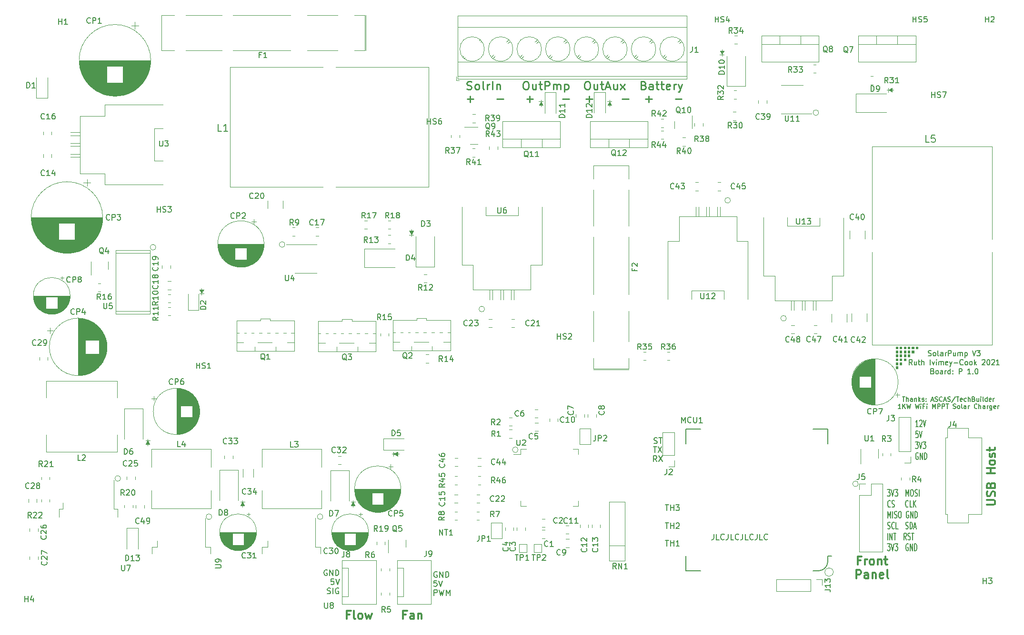
<source format=gto>
%TF.GenerationSoftware,KiCad,Pcbnew,(6.0.0-rc1-489-g57af990066)*%
%TF.CreationDate,2021-12-17T02:29:25+00:00*%
%TF.ProjectId,solarpump_main,736f6c61-7270-4756-9d70-5f6d61696e2e,1.0*%
%TF.SameCoordinates,Original*%
%TF.FileFunction,Legend,Top*%
%TF.FilePolarity,Positive*%
%FSLAX46Y46*%
G04 Gerber Fmt 4.6, Leading zero omitted, Abs format (unit mm)*
G04 Created by KiCad (PCBNEW (6.0.0-rc1-489-g57af990066)) date 2021-12-17 02:29:25*
%MOMM*%
%LPD*%
G01*
G04 APERTURE LIST*
%ADD10C,0.120000*%
%ADD11C,0.175000*%
%ADD12C,0.200000*%
%ADD13C,0.300000*%
%ADD14C,0.150000*%
%ADD15C,0.260000*%
G04 APERTURE END LIST*
D10*
X141960600Y-66929000D02*
X142671800Y-66929000D01*
X142671800Y-66929000D02*
X142316200Y-67564000D01*
X142316200Y-67564000D02*
X141960600Y-66929000D01*
G36*
X142316200Y-67564000D02*
G01*
X141960600Y-66929000D01*
X142671800Y-66929000D01*
X142316200Y-67564000D01*
G37*
X142316200Y-67564000D02*
X141960600Y-66929000D01*
X142671800Y-66929000D01*
X142316200Y-67564000D01*
X87096600Y-98755200D02*
X87096600Y-99974400D01*
X122351800Y-76885800D02*
X122351800Y-75666600D01*
X172567600Y-73558400D02*
X172567600Y-74269600D01*
X172567600Y-74269600D02*
X171932600Y-73914000D01*
X171932600Y-73914000D02*
X172567600Y-73558400D01*
G36*
X172567600Y-74269600D02*
G01*
X171932600Y-73914000D01*
X172567600Y-73558400D01*
X172567600Y-74269600D01*
G37*
X172567600Y-74269600D02*
X171932600Y-73914000D01*
X172567600Y-73558400D01*
X172567600Y-74269600D01*
X57454800Y-147904200D02*
X56743600Y-147904200D01*
X56743600Y-147904200D02*
X57099200Y-147269200D01*
X57099200Y-147269200D02*
X57454800Y-147904200D01*
G36*
X57454800Y-147904200D02*
G01*
X56743600Y-147904200D01*
X57099200Y-147269200D01*
X57454800Y-147904200D01*
G37*
X57454800Y-147904200D02*
X56743600Y-147904200D01*
X57099200Y-147269200D01*
X57454800Y-147904200D01*
X100126523Y-112913311D02*
G75*
G03*
X100126523Y-112913311I-500000J0D01*
G01*
X83972400Y-138709400D02*
X83947000Y-139090400D01*
X83947000Y-139090400D02*
X83947000Y-138328400D01*
X83947000Y-138328400D02*
X83972400Y-138709400D01*
G36*
X83972400Y-138709400D02*
G01*
X83947000Y-139090400D01*
X83947000Y-138328400D01*
X83972400Y-138709400D01*
G37*
X83972400Y-138709400D02*
X83947000Y-139090400D01*
X83947000Y-138328400D01*
X83972400Y-138709400D01*
X84912200Y-138709400D02*
X83693000Y-138709400D01*
X57099200Y-148158200D02*
X57099200Y-146939000D01*
X87096600Y-99695000D02*
X87477600Y-99720400D01*
X87477600Y-99720400D02*
X86715600Y-99720400D01*
X86715600Y-99720400D02*
X87096600Y-99695000D01*
G36*
X87477600Y-99720400D02*
G01*
X86715600Y-99720400D01*
X87096600Y-99695000D01*
X87477600Y-99720400D01*
G37*
X87477600Y-99720400D02*
X86715600Y-99720400D01*
X87096600Y-99695000D01*
X87477600Y-99720400D01*
X162105000Y-159741000D02*
G75*
G03*
X162105000Y-159741000I-750000J0D01*
G01*
X153776523Y-114563311D02*
G75*
G03*
X153776523Y-114563311I-500000J0D01*
G01*
X122707400Y-76631800D02*
X121996200Y-76631800D01*
X121996200Y-76631800D02*
X122351800Y-75996800D01*
X122351800Y-75996800D02*
X122707400Y-76631800D01*
G36*
X122707400Y-76631800D02*
G01*
X121996200Y-76631800D01*
X122351800Y-75996800D01*
X122707400Y-76631800D01*
G37*
X122707400Y-76631800D02*
X121996200Y-76631800D01*
X122351800Y-75996800D01*
X122707400Y-76631800D01*
X122351800Y-75946000D02*
X121970800Y-75920600D01*
X121970800Y-75920600D02*
X122732800Y-75920600D01*
X122732800Y-75920600D02*
X122351800Y-75946000D01*
G36*
X122351800Y-75946000D02*
G01*
X121970800Y-75920600D01*
X122732800Y-75920600D01*
X122351800Y-75946000D01*
G37*
X122351800Y-75946000D02*
X121970800Y-75920600D01*
X122732800Y-75920600D01*
X122351800Y-75946000D01*
X171881800Y-73914000D02*
X171856400Y-74295000D01*
X171856400Y-74295000D02*
X171856400Y-73533000D01*
X171856400Y-73533000D02*
X171881800Y-73914000D01*
G36*
X171881800Y-73914000D02*
G01*
X171856400Y-74295000D01*
X171856400Y-73533000D01*
X171881800Y-73914000D01*
G37*
X171881800Y-73914000D02*
X171856400Y-74295000D01*
X171856400Y-73533000D01*
X171881800Y-73914000D01*
X40233600Y-136296400D02*
X39852600Y-136271000D01*
X39852600Y-136271000D02*
X40614600Y-136271000D01*
X40614600Y-136271000D02*
X40233600Y-136296400D01*
G36*
X40233600Y-136296400D02*
G01*
X39852600Y-136271000D01*
X40614600Y-136271000D01*
X40233600Y-136296400D01*
G37*
X40233600Y-136296400D02*
X39852600Y-136271000D01*
X40614600Y-136271000D01*
X40233600Y-136296400D01*
X110515400Y-76631800D02*
X109804200Y-76631800D01*
X109804200Y-76631800D02*
X110159800Y-75996800D01*
X110159800Y-75996800D02*
X110515400Y-76631800D01*
G36*
X110515400Y-76631800D02*
G01*
X109804200Y-76631800D01*
X110159800Y-75996800D01*
X110515400Y-76631800D01*
G37*
X110515400Y-76631800D02*
X109804200Y-76631800D01*
X110159800Y-75996800D01*
X110515400Y-76631800D01*
X86741000Y-99009200D02*
X87452200Y-99009200D01*
X87452200Y-99009200D02*
X87096600Y-99644200D01*
X87096600Y-99644200D02*
X86741000Y-99009200D01*
G36*
X87096600Y-99644200D02*
G01*
X86741000Y-99009200D01*
X87452200Y-99009200D01*
X87096600Y-99644200D01*
G37*
X87096600Y-99644200D02*
X86741000Y-99009200D01*
X87452200Y-99009200D01*
X87096600Y-99644200D01*
X64620415Y-101426100D02*
G75*
G03*
X64620415Y-101426100I-500000J0D01*
G01*
X76733400Y-148158200D02*
X76733400Y-146939000D01*
X142316200Y-67614800D02*
X142697200Y-67640200D01*
X142697200Y-67640200D02*
X141935200Y-67640200D01*
X141935200Y-67640200D02*
X142316200Y-67614800D01*
G36*
X142697200Y-67640200D02*
G01*
X141935200Y-67640200D01*
X142316200Y-67614800D01*
X142697200Y-67640200D01*
G37*
X142697200Y-67640200D02*
X141935200Y-67640200D01*
X142316200Y-67614800D01*
X142697200Y-67640200D01*
X110159800Y-76885800D02*
X110159800Y-75666600D01*
X57099200Y-147218400D02*
X56718200Y-147193000D01*
X56718200Y-147193000D02*
X57480200Y-147193000D01*
X57480200Y-147193000D02*
X57099200Y-147218400D01*
G36*
X57099200Y-147218400D02*
G01*
X56718200Y-147193000D01*
X57480200Y-147193000D01*
X57099200Y-147218400D01*
G37*
X57099200Y-147218400D02*
X56718200Y-147193000D01*
X57480200Y-147193000D01*
X57099200Y-147218400D01*
X49834800Y-109194600D02*
X49834800Y-110413800D01*
X35417235Y-143068800D02*
G75*
G03*
X35417235Y-143068800I-500000J0D01*
G01*
X84658200Y-138353800D02*
X84658200Y-139065000D01*
X84658200Y-139065000D02*
X84023200Y-138709400D01*
X84023200Y-138709400D02*
X84658200Y-138353800D01*
G36*
X84658200Y-139065000D02*
G01*
X84023200Y-138709400D01*
X84658200Y-138353800D01*
X84658200Y-139065000D01*
G37*
X84658200Y-139065000D02*
X84023200Y-138709400D01*
X84658200Y-138353800D01*
X84658200Y-139065000D01*
X40233600Y-137236200D02*
X40233600Y-136017000D01*
X76733400Y-147218400D02*
X76352400Y-147193000D01*
X76352400Y-147193000D02*
X77114400Y-147193000D01*
X77114400Y-147193000D02*
X76733400Y-147218400D01*
G36*
X76733400Y-147218400D02*
G01*
X76352400Y-147193000D01*
X77114400Y-147193000D01*
X76733400Y-147218400D01*
G37*
X76733400Y-147218400D02*
X76352400Y-147193000D01*
X77114400Y-147193000D01*
X76733400Y-147218400D01*
X71383635Y-149876000D02*
G75*
G03*
X71383635Y-149876000I-500000J0D01*
G01*
X159516123Y-77951311D02*
G75*
G03*
X159516123Y-77951311I-500000J0D01*
G01*
X49834800Y-110134400D02*
X50215800Y-110159800D01*
X50215800Y-110159800D02*
X49453800Y-110159800D01*
X49453800Y-110159800D02*
X49834800Y-110134400D01*
G36*
X50215800Y-110159800D02*
G01*
X49453800Y-110159800D01*
X49834800Y-110134400D01*
X50215800Y-110159800D01*
G37*
X50215800Y-110159800D02*
X49453800Y-110159800D01*
X49834800Y-110134400D01*
X50215800Y-110159800D01*
X106076523Y-137963311D02*
G75*
G03*
X106076523Y-137963311I-500000J0D01*
G01*
X142316200Y-66675000D02*
X142316200Y-67894200D01*
X110159800Y-75946000D02*
X109778800Y-75920600D01*
X109778800Y-75920600D02*
X110540800Y-75920600D01*
X110540800Y-75920600D02*
X110159800Y-75946000D01*
G36*
X110159800Y-75946000D02*
G01*
X109778800Y-75920600D01*
X110540800Y-75920600D01*
X110159800Y-75946000D01*
G37*
X110159800Y-75946000D02*
X109778800Y-75920600D01*
X110540800Y-75920600D01*
X110159800Y-75946000D01*
X41681235Y-101916000D02*
G75*
G03*
X41681235Y-101916000I-500000J0D01*
G01*
X172821600Y-73914000D02*
X171602400Y-73914000D01*
X143826523Y-93563311D02*
G75*
G03*
X143826523Y-93563311I-500000J0D01*
G01*
X77089000Y-147904200D02*
X76377800Y-147904200D01*
X76377800Y-147904200D02*
X76733400Y-147269200D01*
X76733400Y-147269200D02*
X77089000Y-147904200D01*
G36*
X77089000Y-147904200D02*
G01*
X76377800Y-147904200D01*
X76733400Y-147269200D01*
X77089000Y-147904200D01*
G37*
X77089000Y-147904200D02*
X76377800Y-147904200D01*
X76733400Y-147269200D01*
X77089000Y-147904200D01*
X40589200Y-136982200D02*
X39878000Y-136982200D01*
X39878000Y-136982200D02*
X40233600Y-136347200D01*
X40233600Y-136347200D02*
X40589200Y-136982200D01*
G36*
X40589200Y-136982200D02*
G01*
X39878000Y-136982200D01*
X40233600Y-136347200D01*
X40589200Y-136982200D01*
G37*
X40589200Y-136982200D02*
X39878000Y-136982200D01*
X40233600Y-136347200D01*
X40589200Y-136982200D01*
X49479200Y-109448600D02*
X50190400Y-109448600D01*
X50190400Y-109448600D02*
X49834800Y-110083600D01*
X49834800Y-110083600D02*
X49479200Y-109448600D01*
G36*
X49834800Y-110083600D02*
G01*
X49479200Y-109448600D01*
X50190400Y-109448600D01*
X49834800Y-110083600D01*
G37*
X49834800Y-110083600D02*
X49479200Y-109448600D01*
X50190400Y-109448600D01*
X49834800Y-110083600D01*
X166559000Y-144026600D02*
G75*
G03*
X166559000Y-144026600I-500000J0D01*
G01*
X51622435Y-149876000D02*
G75*
G03*
X51622435Y-149876000I-500000J0D01*
G01*
D11*
X177183613Y-133885857D02*
X176755042Y-133885857D01*
X176969327Y-133885857D02*
X176969327Y-132685857D01*
X176897899Y-132857285D01*
X176826470Y-132971571D01*
X176755042Y-133028714D01*
X177469327Y-132800142D02*
X177505042Y-132743000D01*
X177576470Y-132685857D01*
X177755042Y-132685857D01*
X177826470Y-132743000D01*
X177862185Y-132800142D01*
X177897899Y-132914428D01*
X177897899Y-133028714D01*
X177862185Y-133200142D01*
X177433613Y-133885857D01*
X177897899Y-133885857D01*
X178112185Y-132685857D02*
X178362185Y-133885857D01*
X178612185Y-132685857D01*
X177147899Y-134617857D02*
X176790756Y-134617857D01*
X176755042Y-135189285D01*
X176790756Y-135132142D01*
X176862185Y-135075000D01*
X177040756Y-135075000D01*
X177112185Y-135132142D01*
X177147899Y-135189285D01*
X177183613Y-135303571D01*
X177183613Y-135589285D01*
X177147899Y-135703571D01*
X177112185Y-135760714D01*
X177040756Y-135817857D01*
X176862185Y-135817857D01*
X176790756Y-135760714D01*
X176755042Y-135703571D01*
X177397899Y-134617857D02*
X177647899Y-135817857D01*
X177897899Y-134617857D01*
X176719327Y-136549857D02*
X177183613Y-136549857D01*
X176933613Y-137007000D01*
X177040756Y-137007000D01*
X177112185Y-137064142D01*
X177147899Y-137121285D01*
X177183613Y-137235571D01*
X177183613Y-137521285D01*
X177147899Y-137635571D01*
X177112185Y-137692714D01*
X177040756Y-137749857D01*
X176826470Y-137749857D01*
X176755042Y-137692714D01*
X176719327Y-137635571D01*
X177397899Y-136549857D02*
X177647899Y-137749857D01*
X177897899Y-136549857D01*
X178076470Y-136549857D02*
X178540756Y-136549857D01*
X178290756Y-137007000D01*
X178397899Y-137007000D01*
X178469327Y-137064142D01*
X178505042Y-137121285D01*
X178540756Y-137235571D01*
X178540756Y-137521285D01*
X178505042Y-137635571D01*
X178469327Y-137692714D01*
X178397899Y-137749857D01*
X178183613Y-137749857D01*
X178112185Y-137692714D01*
X178076470Y-137635571D01*
X177183613Y-138539000D02*
X177112185Y-138481857D01*
X177005042Y-138481857D01*
X176897899Y-138539000D01*
X176826470Y-138653285D01*
X176790756Y-138767571D01*
X176755042Y-138996142D01*
X176755042Y-139167571D01*
X176790756Y-139396142D01*
X176826470Y-139510428D01*
X176897899Y-139624714D01*
X177005042Y-139681857D01*
X177076470Y-139681857D01*
X177183613Y-139624714D01*
X177219327Y-139567571D01*
X177219327Y-139167571D01*
X177076470Y-139167571D01*
X177540756Y-139681857D02*
X177540756Y-138481857D01*
X177969327Y-139681857D01*
X177969327Y-138481857D01*
X178326470Y-139681857D02*
X178326470Y-138481857D01*
X178505042Y-138481857D01*
X178612185Y-138539000D01*
X178683613Y-138653285D01*
X178719327Y-138767571D01*
X178755042Y-138996142D01*
X178755042Y-139167571D01*
X178719327Y-139396142D01*
X178683613Y-139510428D01*
X178612185Y-139624714D01*
X178505042Y-139681857D01*
X178326470Y-139681857D01*
D12*
X130238333Y-136785761D02*
X130381190Y-136833380D01*
X130619285Y-136833380D01*
X130714523Y-136785761D01*
X130762142Y-136738142D01*
X130809761Y-136642904D01*
X130809761Y-136547666D01*
X130762142Y-136452428D01*
X130714523Y-136404809D01*
X130619285Y-136357190D01*
X130428809Y-136309571D01*
X130333571Y-136261952D01*
X130285952Y-136214333D01*
X130238333Y-136119095D01*
X130238333Y-136023857D01*
X130285952Y-135928619D01*
X130333571Y-135881000D01*
X130428809Y-135833380D01*
X130666904Y-135833380D01*
X130809761Y-135881000D01*
X131095476Y-135833380D02*
X131666904Y-135833380D01*
X131381190Y-136833380D02*
X131381190Y-135833380D01*
X130143095Y-137443380D02*
X130714523Y-137443380D01*
X130428809Y-138443380D02*
X130428809Y-137443380D01*
X130952619Y-137443380D02*
X131619285Y-138443380D01*
X131619285Y-137443380D02*
X130952619Y-138443380D01*
X130738333Y-140053380D02*
X130405000Y-139577190D01*
X130166904Y-140053380D02*
X130166904Y-139053380D01*
X130547857Y-139053380D01*
X130643095Y-139101000D01*
X130690714Y-139148619D01*
X130738333Y-139243857D01*
X130738333Y-139386714D01*
X130690714Y-139481952D01*
X130643095Y-139529571D01*
X130547857Y-139577190D01*
X130166904Y-139577190D01*
X131071666Y-139053380D02*
X131738333Y-140053380D01*
X131738333Y-139053380D02*
X131071666Y-140053380D01*
D11*
X171740927Y-145054457D02*
X172205213Y-145054457D01*
X171955213Y-145511600D01*
X172062356Y-145511600D01*
X172133785Y-145568742D01*
X172169499Y-145625885D01*
X172205213Y-145740171D01*
X172205213Y-146025885D01*
X172169499Y-146140171D01*
X172133785Y-146197314D01*
X172062356Y-146254457D01*
X171848070Y-146254457D01*
X171776642Y-146197314D01*
X171740927Y-146140171D01*
X172419499Y-145054457D02*
X172669499Y-146254457D01*
X172919499Y-145054457D01*
X173098070Y-145054457D02*
X173562356Y-145054457D01*
X173312356Y-145511600D01*
X173419499Y-145511600D01*
X173490927Y-145568742D01*
X173526642Y-145625885D01*
X173562356Y-145740171D01*
X173562356Y-146025885D01*
X173526642Y-146140171D01*
X173490927Y-146197314D01*
X173419499Y-146254457D01*
X173205213Y-146254457D01*
X173133785Y-146197314D01*
X173098070Y-146140171D01*
X175026642Y-146254457D02*
X175026642Y-145054457D01*
X175276642Y-145911600D01*
X175526642Y-145054457D01*
X175526642Y-146254457D01*
X176026642Y-145054457D02*
X176169499Y-145054457D01*
X176240927Y-145111600D01*
X176312356Y-145225885D01*
X176348070Y-145454457D01*
X176348070Y-145854457D01*
X176312356Y-146083028D01*
X176240927Y-146197314D01*
X176169499Y-146254457D01*
X176026642Y-146254457D01*
X175955213Y-146197314D01*
X175883785Y-146083028D01*
X175848070Y-145854457D01*
X175848070Y-145454457D01*
X175883785Y-145225885D01*
X175955213Y-145111600D01*
X176026642Y-145054457D01*
X176633785Y-146197314D02*
X176740927Y-146254457D01*
X176919499Y-146254457D01*
X176990927Y-146197314D01*
X177026642Y-146140171D01*
X177062356Y-146025885D01*
X177062356Y-145911600D01*
X177026642Y-145797314D01*
X176990927Y-145740171D01*
X176919499Y-145683028D01*
X176776642Y-145625885D01*
X176705213Y-145568742D01*
X176669499Y-145511600D01*
X176633785Y-145397314D01*
X176633785Y-145283028D01*
X176669499Y-145168742D01*
X176705213Y-145111600D01*
X176776642Y-145054457D01*
X176955213Y-145054457D01*
X177062356Y-145111600D01*
X177383785Y-146254457D02*
X177383785Y-145054457D01*
X172240927Y-148072171D02*
X172205213Y-148129314D01*
X172098070Y-148186457D01*
X172026642Y-148186457D01*
X171919499Y-148129314D01*
X171848070Y-148015028D01*
X171812356Y-147900742D01*
X171776642Y-147672171D01*
X171776642Y-147500742D01*
X171812356Y-147272171D01*
X171848070Y-147157885D01*
X171919499Y-147043600D01*
X172026642Y-146986457D01*
X172098070Y-146986457D01*
X172205213Y-147043600D01*
X172240927Y-147100742D01*
X172526642Y-148129314D02*
X172633785Y-148186457D01*
X172812356Y-148186457D01*
X172883785Y-148129314D01*
X172919499Y-148072171D01*
X172955213Y-147957885D01*
X172955213Y-147843600D01*
X172919499Y-147729314D01*
X172883785Y-147672171D01*
X172812356Y-147615028D01*
X172669499Y-147557885D01*
X172598070Y-147500742D01*
X172562356Y-147443600D01*
X172526642Y-147329314D01*
X172526642Y-147215028D01*
X172562356Y-147100742D01*
X172598070Y-147043600D01*
X172669499Y-146986457D01*
X172848070Y-146986457D01*
X172955213Y-147043600D01*
X175419499Y-148072171D02*
X175383785Y-148129314D01*
X175276642Y-148186457D01*
X175205213Y-148186457D01*
X175098070Y-148129314D01*
X175026642Y-148015028D01*
X174990927Y-147900742D01*
X174955213Y-147672171D01*
X174955213Y-147500742D01*
X174990927Y-147272171D01*
X175026642Y-147157885D01*
X175098070Y-147043600D01*
X175205213Y-146986457D01*
X175276642Y-146986457D01*
X175383785Y-147043600D01*
X175419499Y-147100742D01*
X176098070Y-148186457D02*
X175740927Y-148186457D01*
X175740927Y-146986457D01*
X176348070Y-148186457D02*
X176348070Y-146986457D01*
X176776642Y-148186457D02*
X176455213Y-147500742D01*
X176776642Y-146986457D02*
X176348070Y-147672171D01*
X171812356Y-150118457D02*
X171812356Y-148918457D01*
X172062356Y-149775600D01*
X172312356Y-148918457D01*
X172312356Y-150118457D01*
X172669499Y-150118457D02*
X172669499Y-148918457D01*
X172990927Y-150061314D02*
X173098070Y-150118457D01*
X173276642Y-150118457D01*
X173348070Y-150061314D01*
X173383785Y-150004171D01*
X173419499Y-149889885D01*
X173419499Y-149775600D01*
X173383785Y-149661314D01*
X173348070Y-149604171D01*
X173276642Y-149547028D01*
X173133785Y-149489885D01*
X173062356Y-149432742D01*
X173026642Y-149375600D01*
X172990927Y-149261314D01*
X172990927Y-149147028D01*
X173026642Y-149032742D01*
X173062356Y-148975600D01*
X173133785Y-148918457D01*
X173312356Y-148918457D01*
X173419499Y-148975600D01*
X173883785Y-148918457D02*
X174026642Y-148918457D01*
X174098070Y-148975600D01*
X174169499Y-149089885D01*
X174205213Y-149318457D01*
X174205213Y-149718457D01*
X174169499Y-149947028D01*
X174098070Y-150061314D01*
X174026642Y-150118457D01*
X173883785Y-150118457D01*
X173812356Y-150061314D01*
X173740927Y-149947028D01*
X173705213Y-149718457D01*
X173705213Y-149318457D01*
X173740927Y-149089885D01*
X173812356Y-148975600D01*
X173883785Y-148918457D01*
X175490927Y-148975600D02*
X175419499Y-148918457D01*
X175312356Y-148918457D01*
X175205213Y-148975600D01*
X175133785Y-149089885D01*
X175098070Y-149204171D01*
X175062356Y-149432742D01*
X175062356Y-149604171D01*
X175098070Y-149832742D01*
X175133785Y-149947028D01*
X175205213Y-150061314D01*
X175312356Y-150118457D01*
X175383785Y-150118457D01*
X175490927Y-150061314D01*
X175526642Y-150004171D01*
X175526642Y-149604171D01*
X175383785Y-149604171D01*
X175848070Y-150118457D02*
X175848070Y-148918457D01*
X176276642Y-150118457D01*
X176276642Y-148918457D01*
X176633785Y-150118457D02*
X176633785Y-148918457D01*
X176812356Y-148918457D01*
X176919499Y-148975600D01*
X176990927Y-149089885D01*
X177026642Y-149204171D01*
X177062356Y-149432742D01*
X177062356Y-149604171D01*
X177026642Y-149832742D01*
X176990927Y-149947028D01*
X176919499Y-150061314D01*
X176812356Y-150118457D01*
X176633785Y-150118457D01*
X171776642Y-151993314D02*
X171883785Y-152050457D01*
X172062356Y-152050457D01*
X172133785Y-151993314D01*
X172169499Y-151936171D01*
X172205213Y-151821885D01*
X172205213Y-151707600D01*
X172169499Y-151593314D01*
X172133785Y-151536171D01*
X172062356Y-151479028D01*
X171919499Y-151421885D01*
X171848070Y-151364742D01*
X171812356Y-151307600D01*
X171776642Y-151193314D01*
X171776642Y-151079028D01*
X171812356Y-150964742D01*
X171848070Y-150907600D01*
X171919499Y-150850457D01*
X172098070Y-150850457D01*
X172205213Y-150907600D01*
X172955213Y-151936171D02*
X172919499Y-151993314D01*
X172812356Y-152050457D01*
X172740927Y-152050457D01*
X172633785Y-151993314D01*
X172562356Y-151879028D01*
X172526642Y-151764742D01*
X172490927Y-151536171D01*
X172490927Y-151364742D01*
X172526642Y-151136171D01*
X172562356Y-151021885D01*
X172633785Y-150907600D01*
X172740927Y-150850457D01*
X172812356Y-150850457D01*
X172919499Y-150907600D01*
X172955213Y-150964742D01*
X173633785Y-152050457D02*
X173276642Y-152050457D01*
X173276642Y-150850457D01*
X174990927Y-151993314D02*
X175098070Y-152050457D01*
X175276642Y-152050457D01*
X175348070Y-151993314D01*
X175383785Y-151936171D01*
X175419499Y-151821885D01*
X175419499Y-151707600D01*
X175383785Y-151593314D01*
X175348070Y-151536171D01*
X175276642Y-151479028D01*
X175133785Y-151421885D01*
X175062356Y-151364742D01*
X175026642Y-151307600D01*
X174990927Y-151193314D01*
X174990927Y-151079028D01*
X175026642Y-150964742D01*
X175062356Y-150907600D01*
X175133785Y-150850457D01*
X175312356Y-150850457D01*
X175419499Y-150907600D01*
X175740927Y-152050457D02*
X175740927Y-150850457D01*
X175919499Y-150850457D01*
X176026642Y-150907600D01*
X176098070Y-151021885D01*
X176133785Y-151136171D01*
X176169499Y-151364742D01*
X176169499Y-151536171D01*
X176133785Y-151764742D01*
X176098070Y-151879028D01*
X176026642Y-151993314D01*
X175919499Y-152050457D01*
X175740927Y-152050457D01*
X176455213Y-151707600D02*
X176812356Y-151707600D01*
X176383785Y-152050457D02*
X176633785Y-150850457D01*
X176883785Y-152050457D01*
X171812356Y-153982457D02*
X171812356Y-152782457D01*
X172169499Y-153982457D02*
X172169499Y-152782457D01*
X172598070Y-153982457D01*
X172598070Y-152782457D01*
X172848070Y-152782457D02*
X173276642Y-152782457D01*
X173062356Y-153982457D02*
X173062356Y-152782457D01*
X175098070Y-153982457D02*
X174848070Y-153411028D01*
X174669499Y-153982457D02*
X174669499Y-152782457D01*
X174955213Y-152782457D01*
X175026642Y-152839600D01*
X175062356Y-152896742D01*
X175098070Y-153011028D01*
X175098070Y-153182457D01*
X175062356Y-153296742D01*
X175026642Y-153353885D01*
X174955213Y-153411028D01*
X174669499Y-153411028D01*
X175383785Y-153925314D02*
X175490927Y-153982457D01*
X175669499Y-153982457D01*
X175740927Y-153925314D01*
X175776642Y-153868171D01*
X175812356Y-153753885D01*
X175812356Y-153639600D01*
X175776642Y-153525314D01*
X175740927Y-153468171D01*
X175669499Y-153411028D01*
X175526642Y-153353885D01*
X175455213Y-153296742D01*
X175419499Y-153239600D01*
X175383785Y-153125314D01*
X175383785Y-153011028D01*
X175419499Y-152896742D01*
X175455213Y-152839600D01*
X175526642Y-152782457D01*
X175705213Y-152782457D01*
X175812356Y-152839600D01*
X176026642Y-152782457D02*
X176455213Y-152782457D01*
X176240927Y-153982457D02*
X176240927Y-152782457D01*
X171740927Y-154714457D02*
X172205213Y-154714457D01*
X171955213Y-155171600D01*
X172062356Y-155171600D01*
X172133785Y-155228742D01*
X172169499Y-155285885D01*
X172205213Y-155400171D01*
X172205213Y-155685885D01*
X172169499Y-155800171D01*
X172133785Y-155857314D01*
X172062356Y-155914457D01*
X171848070Y-155914457D01*
X171776642Y-155857314D01*
X171740927Y-155800171D01*
X172419499Y-154714457D02*
X172669499Y-155914457D01*
X172919499Y-154714457D01*
X173098070Y-154714457D02*
X173562356Y-154714457D01*
X173312356Y-155171600D01*
X173419499Y-155171600D01*
X173490927Y-155228742D01*
X173526642Y-155285885D01*
X173562356Y-155400171D01*
X173562356Y-155685885D01*
X173526642Y-155800171D01*
X173490927Y-155857314D01*
X173419499Y-155914457D01*
X173205213Y-155914457D01*
X173133785Y-155857314D01*
X173098070Y-155800171D01*
X175419499Y-154771600D02*
X175348070Y-154714457D01*
X175240927Y-154714457D01*
X175133785Y-154771600D01*
X175062356Y-154885885D01*
X175026642Y-155000171D01*
X174990927Y-155228742D01*
X174990927Y-155400171D01*
X175026642Y-155628742D01*
X175062356Y-155743028D01*
X175133785Y-155857314D01*
X175240927Y-155914457D01*
X175312356Y-155914457D01*
X175419499Y-155857314D01*
X175455213Y-155800171D01*
X175455213Y-155400171D01*
X175312356Y-155400171D01*
X175776642Y-155914457D02*
X175776642Y-154714457D01*
X176205213Y-155914457D01*
X176205213Y-154714457D01*
X176562356Y-155914457D02*
X176562356Y-154714457D01*
X176740927Y-154714457D01*
X176848070Y-154771600D01*
X176919499Y-154885885D01*
X176955213Y-155000171D01*
X176990927Y-155228742D01*
X176990927Y-155400171D01*
X176955213Y-155628742D01*
X176919499Y-155743028D01*
X176848070Y-155857314D01*
X176740927Y-155914457D01*
X176562356Y-155914457D01*
D13*
X166944320Y-157659757D02*
X166444320Y-157659757D01*
X166444320Y-158445471D02*
X166444320Y-156945471D01*
X167158606Y-156945471D01*
X167730035Y-158445471D02*
X167730035Y-157445471D01*
X167730035Y-157731185D02*
X167801463Y-157588328D01*
X167872892Y-157516900D01*
X168015749Y-157445471D01*
X168158606Y-157445471D01*
X168872892Y-158445471D02*
X168730035Y-158374042D01*
X168658606Y-158302614D01*
X168587177Y-158159757D01*
X168587177Y-157731185D01*
X168658606Y-157588328D01*
X168730035Y-157516900D01*
X168872892Y-157445471D01*
X169087177Y-157445471D01*
X169230035Y-157516900D01*
X169301463Y-157588328D01*
X169372892Y-157731185D01*
X169372892Y-158159757D01*
X169301463Y-158302614D01*
X169230035Y-158374042D01*
X169087177Y-158445471D01*
X168872892Y-158445471D01*
X170015749Y-157445471D02*
X170015749Y-158445471D01*
X170015749Y-157588328D02*
X170087177Y-157516900D01*
X170230035Y-157445471D01*
X170444320Y-157445471D01*
X170587177Y-157516900D01*
X170658606Y-157659757D01*
X170658606Y-158445471D01*
X171158606Y-157445471D02*
X171730035Y-157445471D01*
X171372892Y-156945471D02*
X171372892Y-158231185D01*
X171444320Y-158374042D01*
X171587177Y-158445471D01*
X171730035Y-158445471D01*
X166194320Y-160860471D02*
X166194320Y-159360471D01*
X166765749Y-159360471D01*
X166908606Y-159431900D01*
X166980035Y-159503328D01*
X167051463Y-159646185D01*
X167051463Y-159860471D01*
X166980035Y-160003328D01*
X166908606Y-160074757D01*
X166765749Y-160146185D01*
X166194320Y-160146185D01*
X168337177Y-160860471D02*
X168337177Y-160074757D01*
X168265749Y-159931900D01*
X168122892Y-159860471D01*
X167837177Y-159860471D01*
X167694320Y-159931900D01*
X168337177Y-160789042D02*
X168194320Y-160860471D01*
X167837177Y-160860471D01*
X167694320Y-160789042D01*
X167622892Y-160646185D01*
X167622892Y-160503328D01*
X167694320Y-160360471D01*
X167837177Y-160289042D01*
X168194320Y-160289042D01*
X168337177Y-160217614D01*
X169051463Y-159860471D02*
X169051463Y-160860471D01*
X169051463Y-160003328D02*
X169122892Y-159931900D01*
X169265749Y-159860471D01*
X169480035Y-159860471D01*
X169622892Y-159931900D01*
X169694320Y-160074757D01*
X169694320Y-160860471D01*
X170980035Y-160789042D02*
X170837177Y-160860471D01*
X170551463Y-160860471D01*
X170408606Y-160789042D01*
X170337177Y-160646185D01*
X170337177Y-160074757D01*
X170408606Y-159931900D01*
X170551463Y-159860471D01*
X170837177Y-159860471D01*
X170980035Y-159931900D01*
X171051463Y-160074757D01*
X171051463Y-160217614D01*
X170337177Y-160360471D01*
X171908606Y-160860471D02*
X171765749Y-160789042D01*
X171694320Y-160646185D01*
X171694320Y-159360471D01*
D12*
X72127120Y-159404400D02*
X72031882Y-159356780D01*
X71889025Y-159356780D01*
X71746168Y-159404400D01*
X71650930Y-159499638D01*
X71603311Y-159594876D01*
X71555692Y-159785352D01*
X71555692Y-159928209D01*
X71603311Y-160118685D01*
X71650930Y-160213923D01*
X71746168Y-160309161D01*
X71889025Y-160356780D01*
X71984263Y-160356780D01*
X72127120Y-160309161D01*
X72174739Y-160261542D01*
X72174739Y-159928209D01*
X71984263Y-159928209D01*
X72603311Y-160356780D02*
X72603311Y-159356780D01*
X73174739Y-160356780D01*
X73174739Y-159356780D01*
X73650930Y-160356780D02*
X73650930Y-159356780D01*
X73889025Y-159356780D01*
X74031882Y-159404400D01*
X74127120Y-159499638D01*
X74174739Y-159594876D01*
X74222358Y-159785352D01*
X74222358Y-159928209D01*
X74174739Y-160118685D01*
X74127120Y-160213923D01*
X74031882Y-160309161D01*
X73889025Y-160356780D01*
X73650930Y-160356780D01*
X73317596Y-160966780D02*
X72841406Y-160966780D01*
X72793787Y-161442971D01*
X72841406Y-161395352D01*
X72936644Y-161347733D01*
X73174739Y-161347733D01*
X73269977Y-161395352D01*
X73317596Y-161442971D01*
X73365215Y-161538209D01*
X73365215Y-161776304D01*
X73317596Y-161871542D01*
X73269977Y-161919161D01*
X73174739Y-161966780D01*
X72936644Y-161966780D01*
X72841406Y-161919161D01*
X72793787Y-161871542D01*
X73650930Y-160966780D02*
X73984263Y-161966780D01*
X74317596Y-160966780D01*
X72174739Y-163529161D02*
X72317596Y-163576780D01*
X72555692Y-163576780D01*
X72650930Y-163529161D01*
X72698549Y-163481542D01*
X72746168Y-163386304D01*
X72746168Y-163291066D01*
X72698549Y-163195828D01*
X72650930Y-163148209D01*
X72555692Y-163100590D01*
X72365215Y-163052971D01*
X72269977Y-163005352D01*
X72222358Y-162957733D01*
X72174739Y-162862495D01*
X72174739Y-162767257D01*
X72222358Y-162672019D01*
X72269977Y-162624400D01*
X72365215Y-162576780D01*
X72603311Y-162576780D01*
X72746168Y-162624400D01*
X73174739Y-163576780D02*
X73174739Y-162576780D01*
X74174739Y-162624400D02*
X74079501Y-162576780D01*
X73936644Y-162576780D01*
X73793787Y-162624400D01*
X73698549Y-162719638D01*
X73650930Y-162814876D01*
X73603311Y-163005352D01*
X73603311Y-163148209D01*
X73650930Y-163338685D01*
X73698549Y-163433923D01*
X73793787Y-163529161D01*
X73936644Y-163576780D01*
X74031882Y-163576780D01*
X74174739Y-163529161D01*
X74222358Y-163481542D01*
X74222358Y-163148209D01*
X74031882Y-163148209D01*
D14*
X140862187Y-152968380D02*
X140862187Y-153682666D01*
X140814568Y-153825523D01*
X140719330Y-153920761D01*
X140576473Y-153968380D01*
X140481235Y-153968380D01*
X141814568Y-153968380D02*
X141338377Y-153968380D01*
X141338377Y-152968380D01*
X142719330Y-153873142D02*
X142671711Y-153920761D01*
X142528854Y-153968380D01*
X142433615Y-153968380D01*
X142290758Y-153920761D01*
X142195520Y-153825523D01*
X142147901Y-153730285D01*
X142100282Y-153539809D01*
X142100282Y-153396952D01*
X142147901Y-153206476D01*
X142195520Y-153111238D01*
X142290758Y-153016000D01*
X142433615Y-152968380D01*
X142528854Y-152968380D01*
X142671711Y-153016000D01*
X142719330Y-153063619D01*
X143433615Y-152968380D02*
X143433615Y-153682666D01*
X143385996Y-153825523D01*
X143290758Y-153920761D01*
X143147901Y-153968380D01*
X143052663Y-153968380D01*
X144385996Y-153968380D02*
X143909806Y-153968380D01*
X143909806Y-152968380D01*
X145290758Y-153873142D02*
X145243139Y-153920761D01*
X145100282Y-153968380D01*
X145005044Y-153968380D01*
X144862187Y-153920761D01*
X144766949Y-153825523D01*
X144719330Y-153730285D01*
X144671711Y-153539809D01*
X144671711Y-153396952D01*
X144719330Y-153206476D01*
X144766949Y-153111238D01*
X144862187Y-153016000D01*
X145005044Y-152968380D01*
X145100282Y-152968380D01*
X145243139Y-153016000D01*
X145290758Y-153063619D01*
X146005044Y-152968380D02*
X146005044Y-153682666D01*
X145957425Y-153825523D01*
X145862187Y-153920761D01*
X145719330Y-153968380D01*
X145624092Y-153968380D01*
X146957425Y-153968380D02*
X146481235Y-153968380D01*
X146481235Y-152968380D01*
X147862187Y-153873142D02*
X147814568Y-153920761D01*
X147671711Y-153968380D01*
X147576473Y-153968380D01*
X147433615Y-153920761D01*
X147338377Y-153825523D01*
X147290758Y-153730285D01*
X147243139Y-153539809D01*
X147243139Y-153396952D01*
X147290758Y-153206476D01*
X147338377Y-153111238D01*
X147433615Y-153016000D01*
X147576473Y-152968380D01*
X147671711Y-152968380D01*
X147814568Y-153016000D01*
X147862187Y-153063619D01*
X148576473Y-152968380D02*
X148576473Y-153682666D01*
X148528854Y-153825523D01*
X148433615Y-153920761D01*
X148290758Y-153968380D01*
X148195520Y-153968380D01*
X149528854Y-153968380D02*
X149052663Y-153968380D01*
X149052663Y-152968380D01*
X150433615Y-153873142D02*
X150385996Y-153920761D01*
X150243139Y-153968380D01*
X150147901Y-153968380D01*
X150005044Y-153920761D01*
X149909806Y-153825523D01*
X149862187Y-153730285D01*
X149814568Y-153539809D01*
X149814568Y-153396952D01*
X149862187Y-153206476D01*
X149909806Y-153111238D01*
X150005044Y-153016000D01*
X150147901Y-152968380D01*
X150243139Y-152968380D01*
X150385996Y-153016000D01*
X150433615Y-153063619D01*
D15*
X96974092Y-73755666D02*
X97188377Y-73822333D01*
X97545520Y-73822333D01*
X97688377Y-73755666D01*
X97759806Y-73689000D01*
X97831235Y-73555666D01*
X97831235Y-73422333D01*
X97759806Y-73289000D01*
X97688377Y-73222333D01*
X97545520Y-73155666D01*
X97259806Y-73089000D01*
X97116949Y-73022333D01*
X97045520Y-72955666D01*
X96974092Y-72822333D01*
X96974092Y-72689000D01*
X97045520Y-72555666D01*
X97116949Y-72489000D01*
X97259806Y-72422333D01*
X97616949Y-72422333D01*
X97831235Y-72489000D01*
X98688377Y-73822333D02*
X98545520Y-73755666D01*
X98474092Y-73689000D01*
X98402663Y-73555666D01*
X98402663Y-73155666D01*
X98474092Y-73022333D01*
X98545520Y-72955666D01*
X98688377Y-72889000D01*
X98902663Y-72889000D01*
X99045520Y-72955666D01*
X99116949Y-73022333D01*
X99188377Y-73155666D01*
X99188377Y-73555666D01*
X99116949Y-73689000D01*
X99045520Y-73755666D01*
X98902663Y-73822333D01*
X98688377Y-73822333D01*
X100045520Y-73822333D02*
X99902663Y-73755666D01*
X99831235Y-73622333D01*
X99831235Y-72422333D01*
X100616949Y-73822333D02*
X100616949Y-72889000D01*
X100616949Y-73155666D02*
X100688377Y-73022333D01*
X100759806Y-72955666D01*
X100902663Y-72889000D01*
X101045520Y-72889000D01*
X101545520Y-73822333D02*
X101545520Y-72422333D01*
X102259806Y-72889000D02*
X102259806Y-73822333D01*
X102259806Y-73022333D02*
X102331235Y-72955666D01*
X102474092Y-72889000D01*
X102688377Y-72889000D01*
X102831235Y-72955666D01*
X102902663Y-73089000D01*
X102902663Y-73822333D01*
X107331235Y-72422333D02*
X107616949Y-72422333D01*
X107759806Y-72489000D01*
X107902663Y-72622333D01*
X107974092Y-72889000D01*
X107974092Y-73355666D01*
X107902663Y-73622333D01*
X107759806Y-73755666D01*
X107616949Y-73822333D01*
X107331235Y-73822333D01*
X107188377Y-73755666D01*
X107045520Y-73622333D01*
X106974092Y-73355666D01*
X106974092Y-72889000D01*
X107045520Y-72622333D01*
X107188377Y-72489000D01*
X107331235Y-72422333D01*
X109259806Y-72889000D02*
X109259806Y-73822333D01*
X108616949Y-72889000D02*
X108616949Y-73622333D01*
X108688377Y-73755666D01*
X108831235Y-73822333D01*
X109045520Y-73822333D01*
X109188377Y-73755666D01*
X109259806Y-73689000D01*
X109759806Y-72889000D02*
X110331235Y-72889000D01*
X109974092Y-72422333D02*
X109974092Y-73622333D01*
X110045520Y-73755666D01*
X110188377Y-73822333D01*
X110331235Y-73822333D01*
X110831234Y-73822333D02*
X110831234Y-72422333D01*
X111402663Y-72422333D01*
X111545520Y-72489000D01*
X111616949Y-72555666D01*
X111688377Y-72689000D01*
X111688377Y-72889000D01*
X111616949Y-73022333D01*
X111545520Y-73089000D01*
X111402663Y-73155666D01*
X110831234Y-73155666D01*
X112331234Y-73822333D02*
X112331234Y-72889000D01*
X112331234Y-73022333D02*
X112402663Y-72955666D01*
X112545520Y-72889000D01*
X112759806Y-72889000D01*
X112902663Y-72955666D01*
X112974092Y-73089000D01*
X112974092Y-73822333D01*
X112974092Y-73089000D02*
X113045520Y-72955666D01*
X113188377Y-72889000D01*
X113402663Y-72889000D01*
X113545520Y-72955666D01*
X113616949Y-73089000D01*
X113616949Y-73822333D01*
X114331235Y-72889000D02*
X114331235Y-74289000D01*
X114331235Y-72955666D02*
X114474092Y-72889000D01*
X114759806Y-72889000D01*
X114902663Y-72955666D01*
X114974092Y-73022333D01*
X115045520Y-73155666D01*
X115045520Y-73555666D01*
X114974092Y-73689000D01*
X114902663Y-73755666D01*
X114759806Y-73822333D01*
X114474092Y-73822333D01*
X114331235Y-73755666D01*
X118259806Y-72422333D02*
X118545520Y-72422333D01*
X118688377Y-72489000D01*
X118831234Y-72622333D01*
X118902663Y-72889000D01*
X118902663Y-73355666D01*
X118831234Y-73622333D01*
X118688377Y-73755666D01*
X118545520Y-73822333D01*
X118259806Y-73822333D01*
X118116949Y-73755666D01*
X117974092Y-73622333D01*
X117902663Y-73355666D01*
X117902663Y-72889000D01*
X117974092Y-72622333D01*
X118116949Y-72489000D01*
X118259806Y-72422333D01*
X120188377Y-72889000D02*
X120188377Y-73822333D01*
X119545520Y-72889000D02*
X119545520Y-73622333D01*
X119616949Y-73755666D01*
X119759806Y-73822333D01*
X119974092Y-73822333D01*
X120116949Y-73755666D01*
X120188377Y-73689000D01*
X120688377Y-72889000D02*
X121259806Y-72889000D01*
X120902663Y-72422333D02*
X120902663Y-73622333D01*
X120974092Y-73755666D01*
X121116949Y-73822333D01*
X121259806Y-73822333D01*
X121688377Y-73422333D02*
X122402663Y-73422333D01*
X121545520Y-73822333D02*
X122045520Y-72422333D01*
X122545520Y-73822333D01*
X123688377Y-72889000D02*
X123688377Y-73822333D01*
X123045520Y-72889000D02*
X123045520Y-73622333D01*
X123116949Y-73755666D01*
X123259806Y-73822333D01*
X123474092Y-73822333D01*
X123616949Y-73755666D01*
X123688377Y-73689000D01*
X124259806Y-73822333D02*
X125045520Y-72889000D01*
X124259806Y-72889000D02*
X125045520Y-73822333D01*
X128402663Y-73089000D02*
X128616949Y-73155666D01*
X128688377Y-73222333D01*
X128759806Y-73355666D01*
X128759806Y-73555666D01*
X128688377Y-73689000D01*
X128616949Y-73755666D01*
X128474092Y-73822333D01*
X127902663Y-73822333D01*
X127902663Y-72422333D01*
X128402663Y-72422333D01*
X128545520Y-72489000D01*
X128616949Y-72555666D01*
X128688377Y-72689000D01*
X128688377Y-72822333D01*
X128616949Y-72955666D01*
X128545520Y-73022333D01*
X128402663Y-73089000D01*
X127902663Y-73089000D01*
X130045520Y-73822333D02*
X130045520Y-73089000D01*
X129974092Y-72955666D01*
X129831235Y-72889000D01*
X129545520Y-72889000D01*
X129402663Y-72955666D01*
X130045520Y-73755666D02*
X129902663Y-73822333D01*
X129545520Y-73822333D01*
X129402663Y-73755666D01*
X129331235Y-73622333D01*
X129331235Y-73489000D01*
X129402663Y-73355666D01*
X129545520Y-73289000D01*
X129902663Y-73289000D01*
X130045520Y-73222333D01*
X130545520Y-72889000D02*
X131116949Y-72889000D01*
X130759806Y-72422333D02*
X130759806Y-73622333D01*
X130831234Y-73755666D01*
X130974092Y-73822333D01*
X131116949Y-73822333D01*
X131402663Y-72889000D02*
X131974092Y-72889000D01*
X131616949Y-72422333D02*
X131616949Y-73622333D01*
X131688377Y-73755666D01*
X131831235Y-73822333D01*
X131974092Y-73822333D01*
X133045520Y-73755666D02*
X132902663Y-73822333D01*
X132616949Y-73822333D01*
X132474092Y-73755666D01*
X132402663Y-73622333D01*
X132402663Y-73089000D01*
X132474092Y-72955666D01*
X132616949Y-72889000D01*
X132902663Y-72889000D01*
X133045520Y-72955666D01*
X133116949Y-73089000D01*
X133116949Y-73222333D01*
X132402663Y-73355666D01*
X133759806Y-73822333D02*
X133759806Y-72889000D01*
X133759806Y-73155666D02*
X133831234Y-73022333D01*
X133902663Y-72955666D01*
X134045520Y-72889000D01*
X134188377Y-72889000D01*
X134545520Y-72889000D02*
X134902663Y-73822333D01*
X135259806Y-72889000D02*
X134902663Y-73822333D01*
X134759806Y-74155666D01*
X134688377Y-74222333D01*
X134545520Y-74289000D01*
X97009806Y-75543000D02*
X98152663Y-75543000D01*
X97581235Y-76076333D02*
X97581235Y-75009666D01*
X102295520Y-75543000D02*
X103438377Y-75543000D01*
X107581235Y-75543000D02*
X108724092Y-75543000D01*
X108152663Y-76076333D02*
X108152663Y-75009666D01*
X114009806Y-75543000D02*
X115152663Y-75543000D01*
X118152663Y-75543000D02*
X119295520Y-75543000D01*
X118724092Y-76076333D02*
X118724092Y-75009666D01*
X124581234Y-75543000D02*
X125724092Y-75543000D01*
X128724092Y-75543000D02*
X129866949Y-75543000D01*
X129295520Y-76076333D02*
X129295520Y-75009666D01*
X134009806Y-75543000D02*
X135152663Y-75543000D01*
D14*
X179009457Y-121222761D02*
X179138028Y-121270380D01*
X179352314Y-121270380D01*
X179438028Y-121222761D01*
X179480885Y-121175142D01*
X179523742Y-121079904D01*
X179523742Y-120984666D01*
X179480885Y-120889428D01*
X179438028Y-120841809D01*
X179352314Y-120794190D01*
X179180885Y-120746571D01*
X179095171Y-120698952D01*
X179052314Y-120651333D01*
X179009457Y-120556095D01*
X179009457Y-120460857D01*
X179052314Y-120365619D01*
X179095171Y-120318000D01*
X179180885Y-120270380D01*
X179395171Y-120270380D01*
X179523742Y-120318000D01*
X180038028Y-121270380D02*
X179952314Y-121222761D01*
X179909457Y-121175142D01*
X179866600Y-121079904D01*
X179866600Y-120794190D01*
X179909457Y-120698952D01*
X179952314Y-120651333D01*
X180038028Y-120603714D01*
X180166600Y-120603714D01*
X180252314Y-120651333D01*
X180295171Y-120698952D01*
X180338028Y-120794190D01*
X180338028Y-121079904D01*
X180295171Y-121175142D01*
X180252314Y-121222761D01*
X180166600Y-121270380D01*
X180038028Y-121270380D01*
X180852314Y-121270380D02*
X180766600Y-121222761D01*
X180723742Y-121127523D01*
X180723742Y-120270380D01*
X181580885Y-121270380D02*
X181580885Y-120746571D01*
X181538028Y-120651333D01*
X181452314Y-120603714D01*
X181280885Y-120603714D01*
X181195171Y-120651333D01*
X181580885Y-121222761D02*
X181495171Y-121270380D01*
X181280885Y-121270380D01*
X181195171Y-121222761D01*
X181152314Y-121127523D01*
X181152314Y-121032285D01*
X181195171Y-120937047D01*
X181280885Y-120889428D01*
X181495171Y-120889428D01*
X181580885Y-120841809D01*
X182009457Y-121270380D02*
X182009457Y-120603714D01*
X182009457Y-120794190D02*
X182052314Y-120698952D01*
X182095171Y-120651333D01*
X182180885Y-120603714D01*
X182266600Y-120603714D01*
X182566600Y-121270380D02*
X182566600Y-120270380D01*
X182909457Y-120270380D01*
X182995171Y-120318000D01*
X183038028Y-120365619D01*
X183080885Y-120460857D01*
X183080885Y-120603714D01*
X183038028Y-120698952D01*
X182995171Y-120746571D01*
X182909457Y-120794190D01*
X182566600Y-120794190D01*
X183852314Y-120603714D02*
X183852314Y-121270380D01*
X183466600Y-120603714D02*
X183466600Y-121127523D01*
X183509457Y-121222761D01*
X183595171Y-121270380D01*
X183723742Y-121270380D01*
X183809457Y-121222761D01*
X183852314Y-121175142D01*
X184280885Y-121270380D02*
X184280885Y-120603714D01*
X184280885Y-120698952D02*
X184323742Y-120651333D01*
X184409457Y-120603714D01*
X184538028Y-120603714D01*
X184623742Y-120651333D01*
X184666600Y-120746571D01*
X184666600Y-121270380D01*
X184666600Y-120746571D02*
X184709457Y-120651333D01*
X184795171Y-120603714D01*
X184923742Y-120603714D01*
X185009457Y-120651333D01*
X185052314Y-120746571D01*
X185052314Y-121270380D01*
X185480885Y-120603714D02*
X185480885Y-121603714D01*
X185480885Y-120651333D02*
X185566600Y-120603714D01*
X185738028Y-120603714D01*
X185823742Y-120651333D01*
X185866600Y-120698952D01*
X185909457Y-120794190D01*
X185909457Y-121079904D01*
X185866600Y-121175142D01*
X185823742Y-121222761D01*
X185738028Y-121270380D01*
X185566600Y-121270380D01*
X185480885Y-121222761D01*
X186852314Y-120270380D02*
X187152314Y-121270380D01*
X187452314Y-120270380D01*
X187666600Y-120270380D02*
X188223742Y-120270380D01*
X187923742Y-120651333D01*
X188052314Y-120651333D01*
X188138028Y-120698952D01*
X188180885Y-120746571D01*
X188223742Y-120841809D01*
X188223742Y-121079904D01*
X188180885Y-121175142D01*
X188138028Y-121222761D01*
X188052314Y-121270380D01*
X187795171Y-121270380D01*
X187709457Y-121222761D01*
X187666600Y-121175142D01*
X176138028Y-122880380D02*
X175838028Y-122404190D01*
X175623742Y-122880380D02*
X175623742Y-121880380D01*
X175966600Y-121880380D01*
X176052314Y-121928000D01*
X176095171Y-121975619D01*
X176138028Y-122070857D01*
X176138028Y-122213714D01*
X176095171Y-122308952D01*
X176052314Y-122356571D01*
X175966600Y-122404190D01*
X175623742Y-122404190D01*
X176909457Y-122213714D02*
X176909457Y-122880380D01*
X176523742Y-122213714D02*
X176523742Y-122737523D01*
X176566600Y-122832761D01*
X176652314Y-122880380D01*
X176780885Y-122880380D01*
X176866600Y-122832761D01*
X176909457Y-122785142D01*
X177209457Y-122213714D02*
X177552314Y-122213714D01*
X177338028Y-121880380D02*
X177338028Y-122737523D01*
X177380885Y-122832761D01*
X177466600Y-122880380D01*
X177552314Y-122880380D01*
X177852314Y-122880380D02*
X177852314Y-121880380D01*
X178238028Y-122880380D02*
X178238028Y-122356571D01*
X178195171Y-122261333D01*
X178109457Y-122213714D01*
X177980885Y-122213714D01*
X177895171Y-122261333D01*
X177852314Y-122308952D01*
X179352314Y-122880380D02*
X179352314Y-121880380D01*
X179695171Y-122213714D02*
X179909457Y-122880380D01*
X180123742Y-122213714D01*
X180466600Y-122880380D02*
X180466600Y-122213714D01*
X180466600Y-121880380D02*
X180423742Y-121928000D01*
X180466600Y-121975619D01*
X180509457Y-121928000D01*
X180466600Y-121880380D01*
X180466600Y-121975619D01*
X180895171Y-122880380D02*
X180895171Y-122213714D01*
X180895171Y-122308952D02*
X180938028Y-122261333D01*
X181023742Y-122213714D01*
X181152314Y-122213714D01*
X181238028Y-122261333D01*
X181280885Y-122356571D01*
X181280885Y-122880380D01*
X181280885Y-122356571D02*
X181323742Y-122261333D01*
X181409457Y-122213714D01*
X181538028Y-122213714D01*
X181623742Y-122261333D01*
X181666600Y-122356571D01*
X181666600Y-122880380D01*
X182438028Y-122832761D02*
X182352314Y-122880380D01*
X182180885Y-122880380D01*
X182095171Y-122832761D01*
X182052314Y-122737523D01*
X182052314Y-122356571D01*
X182095171Y-122261333D01*
X182180885Y-122213714D01*
X182352314Y-122213714D01*
X182438028Y-122261333D01*
X182480885Y-122356571D01*
X182480885Y-122451809D01*
X182052314Y-122547047D01*
X182780885Y-122213714D02*
X182995171Y-122880380D01*
X183209457Y-122213714D02*
X182995171Y-122880380D01*
X182909457Y-123118476D01*
X182866600Y-123166095D01*
X182780885Y-123213714D01*
X183552314Y-122499428D02*
X184238028Y-122499428D01*
X185180885Y-122785142D02*
X185138028Y-122832761D01*
X185009457Y-122880380D01*
X184923742Y-122880380D01*
X184795171Y-122832761D01*
X184709457Y-122737523D01*
X184666600Y-122642285D01*
X184623742Y-122451809D01*
X184623742Y-122308952D01*
X184666600Y-122118476D01*
X184709457Y-122023238D01*
X184795171Y-121928000D01*
X184923742Y-121880380D01*
X185009457Y-121880380D01*
X185138028Y-121928000D01*
X185180885Y-121975619D01*
X185695171Y-122880380D02*
X185609457Y-122832761D01*
X185566600Y-122785142D01*
X185523742Y-122689904D01*
X185523742Y-122404190D01*
X185566600Y-122308952D01*
X185609457Y-122261333D01*
X185695171Y-122213714D01*
X185823742Y-122213714D01*
X185909457Y-122261333D01*
X185952314Y-122308952D01*
X185995171Y-122404190D01*
X185995171Y-122689904D01*
X185952314Y-122785142D01*
X185909457Y-122832761D01*
X185823742Y-122880380D01*
X185695171Y-122880380D01*
X186509457Y-122880380D02*
X186423742Y-122832761D01*
X186380885Y-122785142D01*
X186338028Y-122689904D01*
X186338028Y-122404190D01*
X186380885Y-122308952D01*
X186423742Y-122261333D01*
X186509457Y-122213714D01*
X186638028Y-122213714D01*
X186723742Y-122261333D01*
X186766600Y-122308952D01*
X186809457Y-122404190D01*
X186809457Y-122689904D01*
X186766600Y-122785142D01*
X186723742Y-122832761D01*
X186638028Y-122880380D01*
X186509457Y-122880380D01*
X187195171Y-122880380D02*
X187195171Y-121880380D01*
X187280885Y-122499428D02*
X187538028Y-122880380D01*
X187538028Y-122213714D02*
X187195171Y-122594666D01*
X188566600Y-121975619D02*
X188609457Y-121928000D01*
X188695171Y-121880380D01*
X188909457Y-121880380D01*
X188995171Y-121928000D01*
X189038028Y-121975619D01*
X189080885Y-122070857D01*
X189080885Y-122166095D01*
X189038028Y-122308952D01*
X188523742Y-122880380D01*
X189080885Y-122880380D01*
X189638028Y-121880380D02*
X189723742Y-121880380D01*
X189809457Y-121928000D01*
X189852314Y-121975619D01*
X189895171Y-122070857D01*
X189938028Y-122261333D01*
X189938028Y-122499428D01*
X189895171Y-122689904D01*
X189852314Y-122785142D01*
X189809457Y-122832761D01*
X189723742Y-122880380D01*
X189638028Y-122880380D01*
X189552314Y-122832761D01*
X189509457Y-122785142D01*
X189466600Y-122689904D01*
X189423742Y-122499428D01*
X189423742Y-122261333D01*
X189466600Y-122070857D01*
X189509457Y-121975619D01*
X189552314Y-121928000D01*
X189638028Y-121880380D01*
X190280885Y-121975619D02*
X190323742Y-121928000D01*
X190409457Y-121880380D01*
X190623742Y-121880380D01*
X190709457Y-121928000D01*
X190752314Y-121975619D01*
X190795171Y-122070857D01*
X190795171Y-122166095D01*
X190752314Y-122308952D01*
X190238028Y-122880380D01*
X190795171Y-122880380D01*
X191652314Y-122880380D02*
X191138028Y-122880380D01*
X191395171Y-122880380D02*
X191395171Y-121880380D01*
X191309457Y-122023238D01*
X191223742Y-122118476D01*
X191138028Y-122166095D01*
X179759457Y-123966571D02*
X179888028Y-124014190D01*
X179930885Y-124061809D01*
X179973742Y-124157047D01*
X179973742Y-124299904D01*
X179930885Y-124395142D01*
X179888028Y-124442761D01*
X179802314Y-124490380D01*
X179459457Y-124490380D01*
X179459457Y-123490380D01*
X179759457Y-123490380D01*
X179845171Y-123538000D01*
X179888028Y-123585619D01*
X179930885Y-123680857D01*
X179930885Y-123776095D01*
X179888028Y-123871333D01*
X179845171Y-123918952D01*
X179759457Y-123966571D01*
X179459457Y-123966571D01*
X180488028Y-124490380D02*
X180402314Y-124442761D01*
X180359457Y-124395142D01*
X180316600Y-124299904D01*
X180316600Y-124014190D01*
X180359457Y-123918952D01*
X180402314Y-123871333D01*
X180488028Y-123823714D01*
X180616600Y-123823714D01*
X180702314Y-123871333D01*
X180745171Y-123918952D01*
X180788028Y-124014190D01*
X180788028Y-124299904D01*
X180745171Y-124395142D01*
X180702314Y-124442761D01*
X180616600Y-124490380D01*
X180488028Y-124490380D01*
X181559457Y-124490380D02*
X181559457Y-123966571D01*
X181516600Y-123871333D01*
X181430885Y-123823714D01*
X181259457Y-123823714D01*
X181173742Y-123871333D01*
X181559457Y-124442761D02*
X181473742Y-124490380D01*
X181259457Y-124490380D01*
X181173742Y-124442761D01*
X181130885Y-124347523D01*
X181130885Y-124252285D01*
X181173742Y-124157047D01*
X181259457Y-124109428D01*
X181473742Y-124109428D01*
X181559457Y-124061809D01*
X181988028Y-124490380D02*
X181988028Y-123823714D01*
X181988028Y-124014190D02*
X182030885Y-123918952D01*
X182073742Y-123871333D01*
X182159457Y-123823714D01*
X182245171Y-123823714D01*
X182930885Y-124490380D02*
X182930885Y-123490380D01*
X182930885Y-124442761D02*
X182845171Y-124490380D01*
X182673742Y-124490380D01*
X182588028Y-124442761D01*
X182545171Y-124395142D01*
X182502314Y-124299904D01*
X182502314Y-124014190D01*
X182545171Y-123918952D01*
X182588028Y-123871333D01*
X182673742Y-123823714D01*
X182845171Y-123823714D01*
X182930885Y-123871333D01*
X183359457Y-124395142D02*
X183402314Y-124442761D01*
X183359457Y-124490380D01*
X183316600Y-124442761D01*
X183359457Y-124395142D01*
X183359457Y-124490380D01*
X183359457Y-123871333D02*
X183402314Y-123918952D01*
X183359457Y-123966571D01*
X183316600Y-123918952D01*
X183359457Y-123871333D01*
X183359457Y-123966571D01*
X184473742Y-124490380D02*
X184473742Y-123490380D01*
X184816600Y-123490380D01*
X184902314Y-123538000D01*
X184945171Y-123585619D01*
X184988028Y-123680857D01*
X184988028Y-123823714D01*
X184945171Y-123918952D01*
X184902314Y-123966571D01*
X184816600Y-124014190D01*
X184473742Y-124014190D01*
X186530885Y-124490380D02*
X186016600Y-124490380D01*
X186273742Y-124490380D02*
X186273742Y-123490380D01*
X186188028Y-123633238D01*
X186102314Y-123728476D01*
X186016600Y-123776095D01*
X186916600Y-124395142D02*
X186959457Y-124442761D01*
X186916600Y-124490380D01*
X186873742Y-124442761D01*
X186916600Y-124395142D01*
X186916600Y-124490380D01*
X187516600Y-123490380D02*
X187602314Y-123490380D01*
X187688028Y-123538000D01*
X187730885Y-123585619D01*
X187773742Y-123680857D01*
X187816600Y-123871333D01*
X187816600Y-124109428D01*
X187773742Y-124299904D01*
X187730885Y-124395142D01*
X187688028Y-124442761D01*
X187602314Y-124490380D01*
X187516600Y-124490380D01*
X187430885Y-124442761D01*
X187388028Y-124395142D01*
X187345171Y-124299904D01*
X187302314Y-124109428D01*
X187302314Y-123871333D01*
X187345171Y-123680857D01*
X187388028Y-123585619D01*
X187430885Y-123538000D01*
X187516600Y-123490380D01*
D13*
X189383571Y-147755285D02*
X190597857Y-147755285D01*
X190740714Y-147683857D01*
X190812142Y-147612428D01*
X190883571Y-147469571D01*
X190883571Y-147183857D01*
X190812142Y-147041000D01*
X190740714Y-146969571D01*
X190597857Y-146898142D01*
X189383571Y-146898142D01*
X190812142Y-146255285D02*
X190883571Y-146041000D01*
X190883571Y-145683857D01*
X190812142Y-145541000D01*
X190740714Y-145469571D01*
X190597857Y-145398142D01*
X190455000Y-145398142D01*
X190312142Y-145469571D01*
X190240714Y-145541000D01*
X190169285Y-145683857D01*
X190097857Y-145969571D01*
X190026428Y-146112428D01*
X189955000Y-146183857D01*
X189812142Y-146255285D01*
X189669285Y-146255285D01*
X189526428Y-146183857D01*
X189455000Y-146112428D01*
X189383571Y-145969571D01*
X189383571Y-145612428D01*
X189455000Y-145398142D01*
X190097857Y-144255285D02*
X190169285Y-144041000D01*
X190240714Y-143969571D01*
X190383571Y-143898142D01*
X190597857Y-143898142D01*
X190740714Y-143969571D01*
X190812142Y-144041000D01*
X190883571Y-144183857D01*
X190883571Y-144755285D01*
X189383571Y-144755285D01*
X189383571Y-144255285D01*
X189455000Y-144112428D01*
X189526428Y-144041000D01*
X189669285Y-143969571D01*
X189812142Y-143969571D01*
X189955000Y-144041000D01*
X190026428Y-144112428D01*
X190097857Y-144255285D01*
X190097857Y-144755285D01*
X190883571Y-142112428D02*
X189383571Y-142112428D01*
X190097857Y-142112428D02*
X190097857Y-141255285D01*
X190883571Y-141255285D02*
X189383571Y-141255285D01*
X190883571Y-140326714D02*
X190812142Y-140469571D01*
X190740714Y-140541000D01*
X190597857Y-140612428D01*
X190169285Y-140612428D01*
X190026428Y-140541000D01*
X189955000Y-140469571D01*
X189883571Y-140326714D01*
X189883571Y-140112428D01*
X189955000Y-139969571D01*
X190026428Y-139898142D01*
X190169285Y-139826714D01*
X190597857Y-139826714D01*
X190740714Y-139898142D01*
X190812142Y-139969571D01*
X190883571Y-140112428D01*
X190883571Y-140326714D01*
X190812142Y-139255285D02*
X190883571Y-139112428D01*
X190883571Y-138826714D01*
X190812142Y-138683857D01*
X190669285Y-138612428D01*
X190597857Y-138612428D01*
X190455000Y-138683857D01*
X190383571Y-138826714D01*
X190383571Y-139041000D01*
X190312142Y-139183857D01*
X190169285Y-139255285D01*
X190097857Y-139255285D01*
X189955000Y-139183857D01*
X189883571Y-139041000D01*
X189883571Y-138826714D01*
X189955000Y-138683857D01*
X189883571Y-138183857D02*
X189883571Y-137612428D01*
X189383571Y-137969571D02*
X190669285Y-137969571D01*
X190812142Y-137898142D01*
X190883571Y-137755285D01*
X190883571Y-137612428D01*
X76138377Y-167308857D02*
X75638377Y-167308857D01*
X75638377Y-168094571D02*
X75638377Y-166594571D01*
X76352663Y-166594571D01*
X77138377Y-168094571D02*
X76995520Y-168023142D01*
X76924092Y-167880285D01*
X76924092Y-166594571D01*
X77924092Y-168094571D02*
X77781235Y-168023142D01*
X77709806Y-167951714D01*
X77638377Y-167808857D01*
X77638377Y-167380285D01*
X77709806Y-167237428D01*
X77781235Y-167166000D01*
X77924092Y-167094571D01*
X78138377Y-167094571D01*
X78281235Y-167166000D01*
X78352663Y-167237428D01*
X78424092Y-167380285D01*
X78424092Y-167808857D01*
X78352663Y-167951714D01*
X78281235Y-168023142D01*
X78138377Y-168094571D01*
X77924092Y-168094571D01*
X78924092Y-167094571D02*
X79209806Y-168094571D01*
X79495520Y-167380285D01*
X79781235Y-168094571D01*
X80066949Y-167094571D01*
X86138377Y-167308857D02*
X85638377Y-167308857D01*
X85638377Y-168094571D02*
X85638377Y-166594571D01*
X86352663Y-166594571D01*
X87566949Y-168094571D02*
X87566949Y-167308857D01*
X87495520Y-167166000D01*
X87352663Y-167094571D01*
X87066949Y-167094571D01*
X86924092Y-167166000D01*
X87566949Y-168023142D02*
X87424092Y-168094571D01*
X87066949Y-168094571D01*
X86924092Y-168023142D01*
X86852663Y-167880285D01*
X86852663Y-167737428D01*
X86924092Y-167594571D01*
X87066949Y-167523142D01*
X87424092Y-167523142D01*
X87566949Y-167451714D01*
X88281235Y-167094571D02*
X88281235Y-168094571D01*
X88281235Y-167237428D02*
X88352663Y-167166000D01*
X88495520Y-167094571D01*
X88709806Y-167094571D01*
X88852663Y-167166000D01*
X88924092Y-167308857D01*
X88924092Y-168094571D01*
D12*
X91673139Y-159706000D02*
X91577901Y-159658380D01*
X91435044Y-159658380D01*
X91292187Y-159706000D01*
X91196949Y-159801238D01*
X91149330Y-159896476D01*
X91101711Y-160086952D01*
X91101711Y-160229809D01*
X91149330Y-160420285D01*
X91196949Y-160515523D01*
X91292187Y-160610761D01*
X91435044Y-160658380D01*
X91530282Y-160658380D01*
X91673139Y-160610761D01*
X91720758Y-160563142D01*
X91720758Y-160229809D01*
X91530282Y-160229809D01*
X92149330Y-160658380D02*
X92149330Y-159658380D01*
X92720758Y-160658380D01*
X92720758Y-159658380D01*
X93196949Y-160658380D02*
X93196949Y-159658380D01*
X93435044Y-159658380D01*
X93577901Y-159706000D01*
X93673139Y-159801238D01*
X93720758Y-159896476D01*
X93768377Y-160086952D01*
X93768377Y-160229809D01*
X93720758Y-160420285D01*
X93673139Y-160515523D01*
X93577901Y-160610761D01*
X93435044Y-160658380D01*
X93196949Y-160658380D01*
X91625520Y-161268380D02*
X91149330Y-161268380D01*
X91101711Y-161744571D01*
X91149330Y-161696952D01*
X91244568Y-161649333D01*
X91482663Y-161649333D01*
X91577901Y-161696952D01*
X91625520Y-161744571D01*
X91673139Y-161839809D01*
X91673139Y-162077904D01*
X91625520Y-162173142D01*
X91577901Y-162220761D01*
X91482663Y-162268380D01*
X91244568Y-162268380D01*
X91149330Y-162220761D01*
X91101711Y-162173142D01*
X91958854Y-161268380D02*
X92292187Y-162268380D01*
X92625520Y-161268380D01*
X91149330Y-163878380D02*
X91149330Y-162878380D01*
X91530282Y-162878380D01*
X91625520Y-162926000D01*
X91673139Y-162973619D01*
X91720758Y-163068857D01*
X91720758Y-163211714D01*
X91673139Y-163306952D01*
X91625520Y-163354571D01*
X91530282Y-163402190D01*
X91149330Y-163402190D01*
X92054092Y-162878380D02*
X92292187Y-163878380D01*
X92482663Y-163164095D01*
X92673139Y-163878380D01*
X92911235Y-162878380D01*
X93292187Y-163878380D02*
X93292187Y-162878380D01*
X93625520Y-163592666D01*
X93958854Y-162878380D01*
X93958854Y-163878380D01*
D14*
X174389523Y-128533904D02*
X174846666Y-128533904D01*
X174618095Y-129333904D02*
X174618095Y-128533904D01*
X175113333Y-129333904D02*
X175113333Y-128533904D01*
X175456190Y-129333904D02*
X175456190Y-128914857D01*
X175418095Y-128838666D01*
X175341904Y-128800571D01*
X175227619Y-128800571D01*
X175151428Y-128838666D01*
X175113333Y-128876761D01*
X176180000Y-129333904D02*
X176180000Y-128914857D01*
X176141904Y-128838666D01*
X176065714Y-128800571D01*
X175913333Y-128800571D01*
X175837142Y-128838666D01*
X176180000Y-129295809D02*
X176103809Y-129333904D01*
X175913333Y-129333904D01*
X175837142Y-129295809D01*
X175799047Y-129219619D01*
X175799047Y-129143428D01*
X175837142Y-129067238D01*
X175913333Y-129029142D01*
X176103809Y-129029142D01*
X176180000Y-128991047D01*
X176560952Y-128800571D02*
X176560952Y-129333904D01*
X176560952Y-128876761D02*
X176599047Y-128838666D01*
X176675238Y-128800571D01*
X176789523Y-128800571D01*
X176865714Y-128838666D01*
X176903809Y-128914857D01*
X176903809Y-129333904D01*
X177284761Y-129333904D02*
X177284761Y-128533904D01*
X177360952Y-129029142D02*
X177589523Y-129333904D01*
X177589523Y-128800571D02*
X177284761Y-129105333D01*
X177894285Y-129295809D02*
X177970476Y-129333904D01*
X178122857Y-129333904D01*
X178199047Y-129295809D01*
X178237142Y-129219619D01*
X178237142Y-129181523D01*
X178199047Y-129105333D01*
X178122857Y-129067238D01*
X178008571Y-129067238D01*
X177932380Y-129029142D01*
X177894285Y-128952952D01*
X177894285Y-128914857D01*
X177932380Y-128838666D01*
X178008571Y-128800571D01*
X178122857Y-128800571D01*
X178199047Y-128838666D01*
X178580000Y-129257714D02*
X178618095Y-129295809D01*
X178580000Y-129333904D01*
X178541904Y-129295809D01*
X178580000Y-129257714D01*
X178580000Y-129333904D01*
X178580000Y-128838666D02*
X178618095Y-128876761D01*
X178580000Y-128914857D01*
X178541904Y-128876761D01*
X178580000Y-128838666D01*
X178580000Y-128914857D01*
X179532380Y-129105333D02*
X179913333Y-129105333D01*
X179456190Y-129333904D02*
X179722857Y-128533904D01*
X179989523Y-129333904D01*
X180218095Y-129295809D02*
X180332380Y-129333904D01*
X180522857Y-129333904D01*
X180599047Y-129295809D01*
X180637142Y-129257714D01*
X180675238Y-129181523D01*
X180675238Y-129105333D01*
X180637142Y-129029142D01*
X180599047Y-128991047D01*
X180522857Y-128952952D01*
X180370476Y-128914857D01*
X180294285Y-128876761D01*
X180256190Y-128838666D01*
X180218095Y-128762476D01*
X180218095Y-128686285D01*
X180256190Y-128610095D01*
X180294285Y-128572000D01*
X180370476Y-128533904D01*
X180560952Y-128533904D01*
X180675238Y-128572000D01*
X181475238Y-129257714D02*
X181437142Y-129295809D01*
X181322857Y-129333904D01*
X181246666Y-129333904D01*
X181132380Y-129295809D01*
X181056190Y-129219619D01*
X181018095Y-129143428D01*
X180980000Y-128991047D01*
X180980000Y-128876761D01*
X181018095Y-128724380D01*
X181056190Y-128648190D01*
X181132380Y-128572000D01*
X181246666Y-128533904D01*
X181322857Y-128533904D01*
X181437142Y-128572000D01*
X181475238Y-128610095D01*
X181780000Y-129105333D02*
X182160952Y-129105333D01*
X181703809Y-129333904D02*
X181970476Y-128533904D01*
X182237142Y-129333904D01*
X182465714Y-129295809D02*
X182580000Y-129333904D01*
X182770476Y-129333904D01*
X182846666Y-129295809D01*
X182884761Y-129257714D01*
X182922857Y-129181523D01*
X182922857Y-129105333D01*
X182884761Y-129029142D01*
X182846666Y-128991047D01*
X182770476Y-128952952D01*
X182618095Y-128914857D01*
X182541904Y-128876761D01*
X182503809Y-128838666D01*
X182465714Y-128762476D01*
X182465714Y-128686285D01*
X182503809Y-128610095D01*
X182541904Y-128572000D01*
X182618095Y-128533904D01*
X182808571Y-128533904D01*
X182922857Y-128572000D01*
X183837142Y-128495809D02*
X183151428Y-129524380D01*
X183989523Y-128533904D02*
X184446666Y-128533904D01*
X184218095Y-129333904D02*
X184218095Y-128533904D01*
X185018095Y-129295809D02*
X184941904Y-129333904D01*
X184789523Y-129333904D01*
X184713333Y-129295809D01*
X184675238Y-129219619D01*
X184675238Y-128914857D01*
X184713333Y-128838666D01*
X184789523Y-128800571D01*
X184941904Y-128800571D01*
X185018095Y-128838666D01*
X185056190Y-128914857D01*
X185056190Y-128991047D01*
X184675238Y-129067238D01*
X185741904Y-129295809D02*
X185665714Y-129333904D01*
X185513333Y-129333904D01*
X185437142Y-129295809D01*
X185399047Y-129257714D01*
X185360952Y-129181523D01*
X185360952Y-128952952D01*
X185399047Y-128876761D01*
X185437142Y-128838666D01*
X185513333Y-128800571D01*
X185665714Y-128800571D01*
X185741904Y-128838666D01*
X186084761Y-129333904D02*
X186084761Y-128533904D01*
X186427619Y-129333904D02*
X186427619Y-128914857D01*
X186389523Y-128838666D01*
X186313333Y-128800571D01*
X186199047Y-128800571D01*
X186122857Y-128838666D01*
X186084761Y-128876761D01*
X187075238Y-128914857D02*
X187189523Y-128952952D01*
X187227619Y-128991047D01*
X187265714Y-129067238D01*
X187265714Y-129181523D01*
X187227619Y-129257714D01*
X187189523Y-129295809D01*
X187113333Y-129333904D01*
X186808571Y-129333904D01*
X186808571Y-128533904D01*
X187075238Y-128533904D01*
X187151428Y-128572000D01*
X187189523Y-128610095D01*
X187227619Y-128686285D01*
X187227619Y-128762476D01*
X187189523Y-128838666D01*
X187151428Y-128876761D01*
X187075238Y-128914857D01*
X186808571Y-128914857D01*
X187951428Y-128800571D02*
X187951428Y-129333904D01*
X187608571Y-128800571D02*
X187608571Y-129219619D01*
X187646666Y-129295809D01*
X187722857Y-129333904D01*
X187837142Y-129333904D01*
X187913333Y-129295809D01*
X187951428Y-129257714D01*
X188332380Y-129333904D02*
X188332380Y-128800571D01*
X188332380Y-128533904D02*
X188294285Y-128572000D01*
X188332380Y-128610095D01*
X188370476Y-128572000D01*
X188332380Y-128533904D01*
X188332380Y-128610095D01*
X188827619Y-129333904D02*
X188751428Y-129295809D01*
X188713333Y-129219619D01*
X188713333Y-128533904D01*
X189475238Y-129333904D02*
X189475238Y-128533904D01*
X189475238Y-129295809D02*
X189399047Y-129333904D01*
X189246666Y-129333904D01*
X189170476Y-129295809D01*
X189132380Y-129257714D01*
X189094285Y-129181523D01*
X189094285Y-128952952D01*
X189132380Y-128876761D01*
X189170476Y-128838666D01*
X189246666Y-128800571D01*
X189399047Y-128800571D01*
X189475238Y-128838666D01*
X190160952Y-129295809D02*
X190084761Y-129333904D01*
X189932380Y-129333904D01*
X189856190Y-129295809D01*
X189818095Y-129219619D01*
X189818095Y-128914857D01*
X189856190Y-128838666D01*
X189932380Y-128800571D01*
X190084761Y-128800571D01*
X190160952Y-128838666D01*
X190199047Y-128914857D01*
X190199047Y-128991047D01*
X189818095Y-129067238D01*
X190541904Y-129333904D02*
X190541904Y-128800571D01*
X190541904Y-128952952D02*
X190580000Y-128876761D01*
X190618095Y-128838666D01*
X190694285Y-128800571D01*
X190770476Y-128800571D01*
X174103809Y-130621904D02*
X173646666Y-130621904D01*
X173875238Y-130621904D02*
X173875238Y-129821904D01*
X173799047Y-129936190D01*
X173722857Y-130012380D01*
X173646666Y-130050476D01*
X174446666Y-130621904D02*
X174446666Y-129821904D01*
X174903809Y-130621904D02*
X174560952Y-130164761D01*
X174903809Y-129821904D02*
X174446666Y-130279047D01*
X175170476Y-129821904D02*
X175360952Y-130621904D01*
X175513333Y-130050476D01*
X175665714Y-130621904D01*
X175856190Y-129821904D01*
X176694285Y-129821904D02*
X176884761Y-130621904D01*
X177037142Y-130050476D01*
X177189523Y-130621904D01*
X177380000Y-129821904D01*
X177684761Y-130621904D02*
X177684761Y-130088571D01*
X177684761Y-129821904D02*
X177646666Y-129860000D01*
X177684761Y-129898095D01*
X177722857Y-129860000D01*
X177684761Y-129821904D01*
X177684761Y-129898095D01*
X178332380Y-130202857D02*
X178065714Y-130202857D01*
X178065714Y-130621904D02*
X178065714Y-129821904D01*
X178446666Y-129821904D01*
X178751428Y-130621904D02*
X178751428Y-130088571D01*
X178751428Y-129821904D02*
X178713333Y-129860000D01*
X178751428Y-129898095D01*
X178789523Y-129860000D01*
X178751428Y-129821904D01*
X178751428Y-129898095D01*
X179741904Y-130621904D02*
X179741904Y-129821904D01*
X180008571Y-130393333D01*
X180275238Y-129821904D01*
X180275238Y-130621904D01*
X180656190Y-130621904D02*
X180656190Y-129821904D01*
X180960952Y-129821904D01*
X181037142Y-129860000D01*
X181075238Y-129898095D01*
X181113333Y-129974285D01*
X181113333Y-130088571D01*
X181075238Y-130164761D01*
X181037142Y-130202857D01*
X180960952Y-130240952D01*
X180656190Y-130240952D01*
X181456190Y-130621904D02*
X181456190Y-129821904D01*
X181760952Y-129821904D01*
X181837142Y-129860000D01*
X181875238Y-129898095D01*
X181913333Y-129974285D01*
X181913333Y-130088571D01*
X181875238Y-130164761D01*
X181837142Y-130202857D01*
X181760952Y-130240952D01*
X181456190Y-130240952D01*
X182141904Y-129821904D02*
X182599047Y-129821904D01*
X182370476Y-130621904D02*
X182370476Y-129821904D01*
X183437142Y-130583809D02*
X183551428Y-130621904D01*
X183741904Y-130621904D01*
X183818095Y-130583809D01*
X183856190Y-130545714D01*
X183894285Y-130469523D01*
X183894285Y-130393333D01*
X183856190Y-130317142D01*
X183818095Y-130279047D01*
X183741904Y-130240952D01*
X183589523Y-130202857D01*
X183513333Y-130164761D01*
X183475238Y-130126666D01*
X183437142Y-130050476D01*
X183437142Y-129974285D01*
X183475238Y-129898095D01*
X183513333Y-129860000D01*
X183589523Y-129821904D01*
X183780000Y-129821904D01*
X183894285Y-129860000D01*
X184351428Y-130621904D02*
X184275238Y-130583809D01*
X184237142Y-130545714D01*
X184199047Y-130469523D01*
X184199047Y-130240952D01*
X184237142Y-130164761D01*
X184275238Y-130126666D01*
X184351428Y-130088571D01*
X184465714Y-130088571D01*
X184541904Y-130126666D01*
X184580000Y-130164761D01*
X184618095Y-130240952D01*
X184618095Y-130469523D01*
X184580000Y-130545714D01*
X184541904Y-130583809D01*
X184465714Y-130621904D01*
X184351428Y-130621904D01*
X185075238Y-130621904D02*
X184999047Y-130583809D01*
X184960952Y-130507619D01*
X184960952Y-129821904D01*
X185722857Y-130621904D02*
X185722857Y-130202857D01*
X185684761Y-130126666D01*
X185608571Y-130088571D01*
X185456190Y-130088571D01*
X185380000Y-130126666D01*
X185722857Y-130583809D02*
X185646666Y-130621904D01*
X185456190Y-130621904D01*
X185380000Y-130583809D01*
X185341904Y-130507619D01*
X185341904Y-130431428D01*
X185380000Y-130355238D01*
X185456190Y-130317142D01*
X185646666Y-130317142D01*
X185722857Y-130279047D01*
X186103809Y-130621904D02*
X186103809Y-130088571D01*
X186103809Y-130240952D02*
X186141904Y-130164761D01*
X186180000Y-130126666D01*
X186256190Y-130088571D01*
X186332380Y-130088571D01*
X187665714Y-130545714D02*
X187627619Y-130583809D01*
X187513333Y-130621904D01*
X187437142Y-130621904D01*
X187322857Y-130583809D01*
X187246666Y-130507619D01*
X187208571Y-130431428D01*
X187170476Y-130279047D01*
X187170476Y-130164761D01*
X187208571Y-130012380D01*
X187246666Y-129936190D01*
X187322857Y-129860000D01*
X187437142Y-129821904D01*
X187513333Y-129821904D01*
X187627619Y-129860000D01*
X187665714Y-129898095D01*
X188008571Y-130621904D02*
X188008571Y-129821904D01*
X188351428Y-130621904D02*
X188351428Y-130202857D01*
X188313333Y-130126666D01*
X188237142Y-130088571D01*
X188122857Y-130088571D01*
X188046666Y-130126666D01*
X188008571Y-130164761D01*
X189075238Y-130621904D02*
X189075238Y-130202857D01*
X189037142Y-130126666D01*
X188960952Y-130088571D01*
X188808571Y-130088571D01*
X188732380Y-130126666D01*
X189075238Y-130583809D02*
X188999047Y-130621904D01*
X188808571Y-130621904D01*
X188732380Y-130583809D01*
X188694285Y-130507619D01*
X188694285Y-130431428D01*
X188732380Y-130355238D01*
X188808571Y-130317142D01*
X188999047Y-130317142D01*
X189075238Y-130279047D01*
X189456190Y-130621904D02*
X189456190Y-130088571D01*
X189456190Y-130240952D02*
X189494285Y-130164761D01*
X189532380Y-130126666D01*
X189608571Y-130088571D01*
X189684761Y-130088571D01*
X190294285Y-130088571D02*
X190294285Y-130736190D01*
X190256190Y-130812380D01*
X190218095Y-130850476D01*
X190141904Y-130888571D01*
X190027619Y-130888571D01*
X189951428Y-130850476D01*
X190294285Y-130583809D02*
X190218095Y-130621904D01*
X190065714Y-130621904D01*
X189989523Y-130583809D01*
X189951428Y-130545714D01*
X189913333Y-130469523D01*
X189913333Y-130240952D01*
X189951428Y-130164761D01*
X189989523Y-130126666D01*
X190065714Y-130088571D01*
X190218095Y-130088571D01*
X190294285Y-130126666D01*
X190980000Y-130583809D02*
X190903809Y-130621904D01*
X190751428Y-130621904D01*
X190675238Y-130583809D01*
X190637142Y-130507619D01*
X190637142Y-130202857D01*
X190675238Y-130126666D01*
X190751428Y-130088571D01*
X190903809Y-130088571D01*
X190980000Y-130126666D01*
X191018095Y-130202857D01*
X191018095Y-130279047D01*
X190637142Y-130355238D01*
X191360952Y-130621904D02*
X191360952Y-130088571D01*
X191360952Y-130240952D02*
X191399047Y-130164761D01*
X191437142Y-130126666D01*
X191513333Y-130088571D01*
X191589523Y-130088571D01*
%TO.C,R19*%
X81062777Y-152457980D02*
X80729444Y-151981790D01*
X80491349Y-152457980D02*
X80491349Y-151457980D01*
X80872301Y-151457980D01*
X80967539Y-151505600D01*
X81015158Y-151553219D01*
X81062777Y-151648457D01*
X81062777Y-151791314D01*
X81015158Y-151886552D01*
X80967539Y-151934171D01*
X80872301Y-151981790D01*
X80491349Y-151981790D01*
X82015158Y-152457980D02*
X81443730Y-152457980D01*
X81729444Y-152457980D02*
X81729444Y-151457980D01*
X81634206Y-151600838D01*
X81538968Y-151696076D01*
X81443730Y-151743695D01*
X82491349Y-152457980D02*
X82681825Y-152457980D01*
X82777063Y-152410361D01*
X82824682Y-152362742D01*
X82919920Y-152219885D01*
X82967539Y-152029409D01*
X82967539Y-151648457D01*
X82919920Y-151553219D01*
X82872301Y-151505600D01*
X82777063Y-151457980D01*
X82586587Y-151457980D01*
X82491349Y-151505600D01*
X82443730Y-151553219D01*
X82396111Y-151648457D01*
X82396111Y-151886552D01*
X82443730Y-151981790D01*
X82491349Y-152029409D01*
X82586587Y-152077028D01*
X82777063Y-152077028D01*
X82872301Y-152029409D01*
X82919920Y-151981790D01*
X82967539Y-151886552D01*
%TO.C,C26*%
X22138377Y-153258857D02*
X22185996Y-153306476D01*
X22233615Y-153449333D01*
X22233615Y-153544571D01*
X22185996Y-153687428D01*
X22090758Y-153782666D01*
X21995520Y-153830285D01*
X21805044Y-153877904D01*
X21662187Y-153877904D01*
X21471711Y-153830285D01*
X21376473Y-153782666D01*
X21281235Y-153687428D01*
X21233615Y-153544571D01*
X21233615Y-153449333D01*
X21281235Y-153306476D01*
X21328854Y-153258857D01*
X21328854Y-152877904D02*
X21281235Y-152830285D01*
X21233615Y-152735047D01*
X21233615Y-152496952D01*
X21281235Y-152401714D01*
X21328854Y-152354095D01*
X21424092Y-152306476D01*
X21519330Y-152306476D01*
X21662187Y-152354095D01*
X22233615Y-152925523D01*
X22233615Y-152306476D01*
X21233615Y-151449333D02*
X21233615Y-151639809D01*
X21281235Y-151735047D01*
X21328854Y-151782666D01*
X21471711Y-151877904D01*
X21662187Y-151925523D01*
X22043139Y-151925523D01*
X22138377Y-151877904D01*
X22185996Y-151830285D01*
X22233615Y-151735047D01*
X22233615Y-151544571D01*
X22185996Y-151449333D01*
X22138377Y-151401714D01*
X22043139Y-151354095D01*
X21805044Y-151354095D01*
X21709806Y-151401714D01*
X21662187Y-151449333D01*
X21614568Y-151544571D01*
X21614568Y-151735047D01*
X21662187Y-151830285D01*
X21709806Y-151877904D01*
X21805044Y-151925523D01*
%TO.C,HS4*%
X141116904Y-61843380D02*
X141116904Y-60843380D01*
X141116904Y-61319571D02*
X141688333Y-61319571D01*
X141688333Y-61843380D02*
X141688333Y-60843380D01*
X142116904Y-61795761D02*
X142259761Y-61843380D01*
X142497857Y-61843380D01*
X142593095Y-61795761D01*
X142640714Y-61748142D01*
X142688333Y-61652904D01*
X142688333Y-61557666D01*
X142640714Y-61462428D01*
X142593095Y-61414809D01*
X142497857Y-61367190D01*
X142307380Y-61319571D01*
X142212142Y-61271952D01*
X142164523Y-61224333D01*
X142116904Y-61129095D01*
X142116904Y-61033857D01*
X142164523Y-60938619D01*
X142212142Y-60891000D01*
X142307380Y-60843380D01*
X142545476Y-60843380D01*
X142688333Y-60891000D01*
X143545476Y-61176714D02*
X143545476Y-61843380D01*
X143307380Y-60795761D02*
X143069285Y-61510047D01*
X143688333Y-61510047D01*
%TO.C,CP7*%
X168838333Y-131498142D02*
X168790714Y-131545761D01*
X168647857Y-131593380D01*
X168552619Y-131593380D01*
X168409761Y-131545761D01*
X168314523Y-131450523D01*
X168266904Y-131355285D01*
X168219285Y-131164809D01*
X168219285Y-131021952D01*
X168266904Y-130831476D01*
X168314523Y-130736238D01*
X168409761Y-130641000D01*
X168552619Y-130593380D01*
X168647857Y-130593380D01*
X168790714Y-130641000D01*
X168838333Y-130688619D01*
X169266904Y-131593380D02*
X169266904Y-130593380D01*
X169647857Y-130593380D01*
X169743095Y-130641000D01*
X169790714Y-130688619D01*
X169838333Y-130783857D01*
X169838333Y-130926714D01*
X169790714Y-131021952D01*
X169743095Y-131069571D01*
X169647857Y-131117190D01*
X169266904Y-131117190D01*
X170171666Y-130593380D02*
X170838333Y-130593380D01*
X170409761Y-131593380D01*
%TO.C,C27*%
X22238377Y-157858857D02*
X22285996Y-157906476D01*
X22333615Y-158049333D01*
X22333615Y-158144571D01*
X22285996Y-158287428D01*
X22190758Y-158382666D01*
X22095520Y-158430285D01*
X21905044Y-158477904D01*
X21762187Y-158477904D01*
X21571711Y-158430285D01*
X21476473Y-158382666D01*
X21381235Y-158287428D01*
X21333615Y-158144571D01*
X21333615Y-158049333D01*
X21381235Y-157906476D01*
X21428854Y-157858857D01*
X21428854Y-157477904D02*
X21381235Y-157430285D01*
X21333615Y-157335047D01*
X21333615Y-157096952D01*
X21381235Y-157001714D01*
X21428854Y-156954095D01*
X21524092Y-156906476D01*
X21619330Y-156906476D01*
X21762187Y-156954095D01*
X22333615Y-157525523D01*
X22333615Y-156906476D01*
X21333615Y-156573142D02*
X21333615Y-155906476D01*
X22333615Y-156335047D01*
%TO.C,J4*%
X182972301Y-132925180D02*
X182972301Y-133639466D01*
X182924682Y-133782323D01*
X182829444Y-133877561D01*
X182686587Y-133925180D01*
X182591349Y-133925180D01*
X183877063Y-133258514D02*
X183877063Y-133925180D01*
X183638968Y-132877561D02*
X183400873Y-133591847D01*
X184019920Y-133591847D01*
%TO.C,U7*%
X35579330Y-158477580D02*
X35579330Y-159287104D01*
X35626949Y-159382342D01*
X35674568Y-159429961D01*
X35769806Y-159477580D01*
X35960282Y-159477580D01*
X36055520Y-159429961D01*
X36103139Y-159382342D01*
X36150758Y-159287104D01*
X36150758Y-158477580D01*
X36531711Y-158477580D02*
X37198377Y-158477580D01*
X36769806Y-159477580D01*
%TO.C,U11*%
X153568739Y-78463980D02*
X153568739Y-79273504D01*
X153616358Y-79368742D01*
X153663977Y-79416361D01*
X153759215Y-79463980D01*
X153949692Y-79463980D01*
X154044930Y-79416361D01*
X154092549Y-79368742D01*
X154140168Y-79273504D01*
X154140168Y-78463980D01*
X155140168Y-79463980D02*
X154568739Y-79463980D01*
X154854454Y-79463980D02*
X154854454Y-78463980D01*
X154759215Y-78606838D01*
X154663977Y-78702076D01*
X154568739Y-78749695D01*
X156092549Y-79463980D02*
X155521120Y-79463980D01*
X155806835Y-79463980D02*
X155806835Y-78463980D01*
X155711596Y-78606838D01*
X155616358Y-78702076D01*
X155521120Y-78749695D01*
%TO.C,R41*%
X97549642Y-87193380D02*
X97216309Y-86717190D01*
X96978214Y-87193380D02*
X96978214Y-86193380D01*
X97359166Y-86193380D01*
X97454404Y-86241000D01*
X97502023Y-86288619D01*
X97549642Y-86383857D01*
X97549642Y-86526714D01*
X97502023Y-86621952D01*
X97454404Y-86669571D01*
X97359166Y-86717190D01*
X96978214Y-86717190D01*
X98406785Y-86526714D02*
X98406785Y-87193380D01*
X98168690Y-86145761D02*
X97930595Y-86860047D01*
X98549642Y-86860047D01*
X99454404Y-87193380D02*
X98882976Y-87193380D01*
X99168690Y-87193380D02*
X99168690Y-86193380D01*
X99073452Y-86336238D01*
X98978214Y-86431476D01*
X98882976Y-86479095D01*
%TO.C,C18*%
X41981577Y-108715657D02*
X42029196Y-108763276D01*
X42076815Y-108906133D01*
X42076815Y-109001371D01*
X42029196Y-109144228D01*
X41933958Y-109239466D01*
X41838720Y-109287085D01*
X41648244Y-109334704D01*
X41505387Y-109334704D01*
X41314911Y-109287085D01*
X41219673Y-109239466D01*
X41124435Y-109144228D01*
X41076815Y-109001371D01*
X41076815Y-108906133D01*
X41124435Y-108763276D01*
X41172054Y-108715657D01*
X42076815Y-107763276D02*
X42076815Y-108334704D01*
X42076815Y-108048990D02*
X41076815Y-108048990D01*
X41219673Y-108144228D01*
X41314911Y-108239466D01*
X41362530Y-108334704D01*
X41505387Y-107191847D02*
X41457768Y-107287085D01*
X41410149Y-107334704D01*
X41314911Y-107382323D01*
X41267292Y-107382323D01*
X41172054Y-107334704D01*
X41124435Y-107287085D01*
X41076815Y-107191847D01*
X41076815Y-107001371D01*
X41124435Y-106906133D01*
X41172054Y-106858514D01*
X41267292Y-106810895D01*
X41314911Y-106810895D01*
X41410149Y-106858514D01*
X41457768Y-106906133D01*
X41505387Y-107001371D01*
X41505387Y-107191847D01*
X41553006Y-107287085D01*
X41600625Y-107334704D01*
X41695863Y-107382323D01*
X41886339Y-107382323D01*
X41981577Y-107334704D01*
X42029196Y-107287085D01*
X42076815Y-107191847D01*
X42076815Y-107001371D01*
X42029196Y-106906133D01*
X41981577Y-106858514D01*
X41886339Y-106810895D01*
X41695863Y-106810895D01*
X41600625Y-106858514D01*
X41553006Y-106906133D01*
X41505387Y-107001371D01*
%TO.C,TH1*%
X132269285Y-154070310D02*
X132840714Y-154070310D01*
X132555000Y-155070310D02*
X132555000Y-154070310D01*
X133174047Y-155070310D02*
X133174047Y-154070310D01*
X133174047Y-154546501D02*
X133745476Y-154546501D01*
X133745476Y-155070310D02*
X133745476Y-154070310D01*
X134745476Y-155070310D02*
X134174047Y-155070310D01*
X134459761Y-155070310D02*
X134459761Y-154070310D01*
X134364523Y-154213168D01*
X134269285Y-154308406D01*
X134174047Y-154356025D01*
%TO.C,C8*%
X121309742Y-131093031D02*
X121357361Y-131140650D01*
X121404980Y-131283507D01*
X121404980Y-131378745D01*
X121357361Y-131521603D01*
X121262123Y-131616841D01*
X121166885Y-131664460D01*
X120976409Y-131712079D01*
X120833552Y-131712079D01*
X120643076Y-131664460D01*
X120547838Y-131616841D01*
X120452600Y-131521603D01*
X120404980Y-131378745D01*
X120404980Y-131283507D01*
X120452600Y-131140650D01*
X120500219Y-131093031D01*
X120833552Y-130521603D02*
X120785933Y-130616841D01*
X120738314Y-130664460D01*
X120643076Y-130712079D01*
X120595457Y-130712079D01*
X120500219Y-130664460D01*
X120452600Y-130616841D01*
X120404980Y-130521603D01*
X120404980Y-130331126D01*
X120452600Y-130235888D01*
X120500219Y-130188269D01*
X120595457Y-130140650D01*
X120643076Y-130140650D01*
X120738314Y-130188269D01*
X120785933Y-130235888D01*
X120833552Y-130331126D01*
X120833552Y-130521603D01*
X120881171Y-130616841D01*
X120928790Y-130664460D01*
X121024028Y-130712079D01*
X121214504Y-130712079D01*
X121309742Y-130664460D01*
X121357361Y-130616841D01*
X121404980Y-130521603D01*
X121404980Y-130331126D01*
X121357361Y-130235888D01*
X121309742Y-130188269D01*
X121214504Y-130140650D01*
X121024028Y-130140650D01*
X120928790Y-130188269D01*
X120881171Y-130235888D01*
X120833552Y-130331126D01*
%TO.C,C29*%
X20367977Y-119295142D02*
X20320358Y-119342761D01*
X20177501Y-119390380D01*
X20082263Y-119390380D01*
X19939406Y-119342761D01*
X19844168Y-119247523D01*
X19796549Y-119152285D01*
X19748930Y-118961809D01*
X19748930Y-118818952D01*
X19796549Y-118628476D01*
X19844168Y-118533238D01*
X19939406Y-118438000D01*
X20082263Y-118390380D01*
X20177501Y-118390380D01*
X20320358Y-118438000D01*
X20367977Y-118485619D01*
X20748930Y-118485619D02*
X20796549Y-118438000D01*
X20891787Y-118390380D01*
X21129882Y-118390380D01*
X21225120Y-118438000D01*
X21272739Y-118485619D01*
X21320358Y-118580857D01*
X21320358Y-118676095D01*
X21272739Y-118818952D01*
X20701311Y-119390380D01*
X21320358Y-119390380D01*
X21796549Y-119390380D02*
X21987025Y-119390380D01*
X22082263Y-119342761D01*
X22129882Y-119295142D01*
X22225120Y-119152285D01*
X22272739Y-118961809D01*
X22272739Y-118580857D01*
X22225120Y-118485619D01*
X22177501Y-118438000D01*
X22082263Y-118390380D01*
X21891787Y-118390380D01*
X21796549Y-118438000D01*
X21748930Y-118485619D01*
X21701311Y-118580857D01*
X21701311Y-118818952D01*
X21748930Y-118914190D01*
X21796549Y-118961809D01*
X21891787Y-119009428D01*
X22082263Y-119009428D01*
X22177501Y-118961809D01*
X22225120Y-118914190D01*
X22272739Y-118818952D01*
%TO.C,Q4*%
X32387231Y-103088619D02*
X32291993Y-103041000D01*
X32196755Y-102945761D01*
X32053898Y-102802904D01*
X31958660Y-102755285D01*
X31863422Y-102755285D01*
X31911041Y-102993380D02*
X31815803Y-102945761D01*
X31720565Y-102850523D01*
X31672946Y-102660047D01*
X31672946Y-102326714D01*
X31720565Y-102136238D01*
X31815803Y-102041000D01*
X31911041Y-101993380D01*
X32101517Y-101993380D01*
X32196755Y-102041000D01*
X32291993Y-102136238D01*
X32339612Y-102326714D01*
X32339612Y-102660047D01*
X32291993Y-102850523D01*
X32196755Y-102945761D01*
X32101517Y-102993380D01*
X31911041Y-102993380D01*
X33196755Y-102326714D02*
X33196755Y-102993380D01*
X32958660Y-101945761D02*
X32720565Y-102660047D01*
X33339612Y-102660047D01*
%TO.C,R20*%
X36053977Y-146066380D02*
X35720644Y-145590190D01*
X35482549Y-146066380D02*
X35482549Y-145066380D01*
X35863501Y-145066380D01*
X35958739Y-145114000D01*
X36006358Y-145161619D01*
X36053977Y-145256857D01*
X36053977Y-145399714D01*
X36006358Y-145494952D01*
X35958739Y-145542571D01*
X35863501Y-145590190D01*
X35482549Y-145590190D01*
X36434930Y-145161619D02*
X36482549Y-145114000D01*
X36577787Y-145066380D01*
X36815882Y-145066380D01*
X36911120Y-145114000D01*
X36958739Y-145161619D01*
X37006358Y-145256857D01*
X37006358Y-145352095D01*
X36958739Y-145494952D01*
X36387311Y-146066380D01*
X37006358Y-146066380D01*
X37625406Y-145066380D02*
X37720644Y-145066380D01*
X37815882Y-145114000D01*
X37863501Y-145161619D01*
X37911120Y-145256857D01*
X37958739Y-145447333D01*
X37958739Y-145685428D01*
X37911120Y-145875904D01*
X37863501Y-145971142D01*
X37815882Y-146018761D01*
X37720644Y-146066380D01*
X37625406Y-146066380D01*
X37530168Y-146018761D01*
X37482549Y-145971142D01*
X37434930Y-145875904D01*
X37387311Y-145685428D01*
X37387311Y-145447333D01*
X37434930Y-145256857D01*
X37482549Y-145161619D01*
X37530168Y-145114000D01*
X37625406Y-145066380D01*
%TO.C,U6*%
X102443095Y-94843380D02*
X102443095Y-95652904D01*
X102490714Y-95748142D01*
X102538333Y-95795761D01*
X102633571Y-95843380D01*
X102824047Y-95843380D01*
X102919285Y-95795761D01*
X102966904Y-95748142D01*
X103014523Y-95652904D01*
X103014523Y-94843380D01*
X103919285Y-94843380D02*
X103728809Y-94843380D01*
X103633571Y-94891000D01*
X103585952Y-94938619D01*
X103490714Y-95081476D01*
X103443095Y-95271952D01*
X103443095Y-95652904D01*
X103490714Y-95748142D01*
X103538333Y-95795761D01*
X103633571Y-95843380D01*
X103824047Y-95843380D01*
X103919285Y-95795761D01*
X103966904Y-95748142D01*
X104014523Y-95652904D01*
X104014523Y-95414809D01*
X103966904Y-95319571D01*
X103919285Y-95271952D01*
X103824047Y-95224333D01*
X103633571Y-95224333D01*
X103538333Y-95271952D01*
X103490714Y-95319571D01*
X103443095Y-95414809D01*
%TO.C,D10*%
X142751615Y-71085485D02*
X141751615Y-71085485D01*
X141751615Y-70847390D01*
X141799235Y-70704533D01*
X141894473Y-70609295D01*
X141989711Y-70561676D01*
X142180187Y-70514057D01*
X142323044Y-70514057D01*
X142513520Y-70561676D01*
X142608758Y-70609295D01*
X142703996Y-70704533D01*
X142751615Y-70847390D01*
X142751615Y-71085485D01*
X142751615Y-69561676D02*
X142751615Y-70133104D01*
X142751615Y-69847390D02*
X141751615Y-69847390D01*
X141894473Y-69942628D01*
X141989711Y-70037866D01*
X142037330Y-70133104D01*
X141751615Y-68942628D02*
X141751615Y-68847390D01*
X141799235Y-68752152D01*
X141846854Y-68704533D01*
X141942092Y-68656914D01*
X142132568Y-68609295D01*
X142370663Y-68609295D01*
X142561139Y-68656914D01*
X142656377Y-68704533D01*
X142703996Y-68752152D01*
X142751615Y-68847390D01*
X142751615Y-68942628D01*
X142703996Y-69037866D01*
X142656377Y-69085485D01*
X142561139Y-69133104D01*
X142370663Y-69180723D01*
X142132568Y-69180723D01*
X141942092Y-69133104D01*
X141846854Y-69085485D01*
X141799235Y-69037866D01*
X141751615Y-68942628D01*
%TO.C,C1*%
X111388333Y-155098142D02*
X111340714Y-155145761D01*
X111197857Y-155193380D01*
X111102619Y-155193380D01*
X110959761Y-155145761D01*
X110864523Y-155050523D01*
X110816904Y-154955285D01*
X110769285Y-154764809D01*
X110769285Y-154621952D01*
X110816904Y-154431476D01*
X110864523Y-154336238D01*
X110959761Y-154241000D01*
X111102619Y-154193380D01*
X111197857Y-154193380D01*
X111340714Y-154241000D01*
X111388333Y-154288619D01*
X112340714Y-155193380D02*
X111769285Y-155193380D01*
X112055000Y-155193380D02*
X112055000Y-154193380D01*
X111959761Y-154336238D01*
X111864523Y-154431476D01*
X111769285Y-154479095D01*
%TO.C,R5*%
X82439568Y-166868380D02*
X82106235Y-166392190D01*
X81868139Y-166868380D02*
X81868139Y-165868380D01*
X82249092Y-165868380D01*
X82344330Y-165916000D01*
X82391949Y-165963619D01*
X82439568Y-166058857D01*
X82439568Y-166201714D01*
X82391949Y-166296952D01*
X82344330Y-166344571D01*
X82249092Y-166392190D01*
X81868139Y-166392190D01*
X83344330Y-165868380D02*
X82868139Y-165868380D01*
X82820520Y-166344571D01*
X82868139Y-166296952D01*
X82963377Y-166249333D01*
X83201473Y-166249333D01*
X83296711Y-166296952D01*
X83344330Y-166344571D01*
X83391949Y-166439809D01*
X83391949Y-166677904D01*
X83344330Y-166773142D01*
X83296711Y-166820761D01*
X83201473Y-166868380D01*
X82963377Y-166868380D01*
X82868139Y-166820761D01*
X82820520Y-166773142D01*
%TO.C,TH3*%
X132269285Y-147770310D02*
X132840714Y-147770310D01*
X132555000Y-148770310D02*
X132555000Y-147770310D01*
X133174047Y-148770310D02*
X133174047Y-147770310D01*
X133174047Y-148246501D02*
X133745476Y-148246501D01*
X133745476Y-148770310D02*
X133745476Y-147770310D01*
X134126428Y-147770310D02*
X134745476Y-147770310D01*
X134412142Y-148151263D01*
X134555000Y-148151263D01*
X134650238Y-148198882D01*
X134697857Y-148246501D01*
X134745476Y-148341739D01*
X134745476Y-148579834D01*
X134697857Y-148675072D01*
X134650238Y-148722691D01*
X134555000Y-148770310D01*
X134269285Y-148770310D01*
X134174047Y-148722691D01*
X134126428Y-148675072D01*
%TO.C,U9*%
X52283615Y-158977904D02*
X53093139Y-158977904D01*
X53188377Y-158930285D01*
X53235996Y-158882666D01*
X53283615Y-158787428D01*
X53283615Y-158596952D01*
X53235996Y-158501714D01*
X53188377Y-158454095D01*
X53093139Y-158406476D01*
X52283615Y-158406476D01*
X53283615Y-157882666D02*
X53283615Y-157692190D01*
X53235996Y-157596952D01*
X53188377Y-157549333D01*
X53045520Y-157454095D01*
X52855044Y-157406476D01*
X52474092Y-157406476D01*
X52378854Y-157454095D01*
X52331235Y-157501714D01*
X52283615Y-157596952D01*
X52283615Y-157787428D01*
X52331235Y-157882666D01*
X52378854Y-157930285D01*
X52474092Y-157977904D01*
X52712187Y-157977904D01*
X52807425Y-157930285D01*
X52855044Y-157882666D01*
X52902663Y-157787428D01*
X52902663Y-157596952D01*
X52855044Y-157501714D01*
X52807425Y-157454095D01*
X52712187Y-157406476D01*
%TO.C,L1*%
X53377336Y-81250076D02*
X52782098Y-81250076D01*
X52782098Y-80000076D01*
X54448765Y-81250076D02*
X53734479Y-81250076D01*
X54091622Y-81250076D02*
X54091622Y-80000076D01*
X53972574Y-80178647D01*
X53853527Y-80297695D01*
X53734479Y-80357219D01*
%TO.C,MCU1*%
X135121666Y-133143380D02*
X135121666Y-132143380D01*
X135455000Y-132857666D01*
X135788333Y-132143380D01*
X135788333Y-133143380D01*
X136835952Y-133048142D02*
X136788333Y-133095761D01*
X136645476Y-133143380D01*
X136550238Y-133143380D01*
X136407380Y-133095761D01*
X136312142Y-133000523D01*
X136264523Y-132905285D01*
X136216904Y-132714809D01*
X136216904Y-132571952D01*
X136264523Y-132381476D01*
X136312142Y-132286238D01*
X136407380Y-132191000D01*
X136550238Y-132143380D01*
X136645476Y-132143380D01*
X136788333Y-132191000D01*
X136835952Y-132238619D01*
X137264523Y-132143380D02*
X137264523Y-132952904D01*
X137312142Y-133048142D01*
X137359761Y-133095761D01*
X137455000Y-133143380D01*
X137645476Y-133143380D01*
X137740714Y-133095761D01*
X137788333Y-133048142D01*
X137835952Y-132952904D01*
X137835952Y-132143380D01*
X138835952Y-133143380D02*
X138264523Y-133143380D01*
X138550238Y-133143380D02*
X138550238Y-132143380D01*
X138455000Y-132286238D01*
X138359761Y-132381476D01*
X138264523Y-132429095D01*
%TO.C,U5*%
X32397310Y-111839820D02*
X32397310Y-112649344D01*
X32444929Y-112744582D01*
X32492548Y-112792201D01*
X32587786Y-112839820D01*
X32778262Y-112839820D01*
X32873500Y-112792201D01*
X32921119Y-112744582D01*
X32968738Y-112649344D01*
X32968738Y-111839820D01*
X33921119Y-111839820D02*
X33444929Y-111839820D01*
X33397310Y-112316011D01*
X33444929Y-112268392D01*
X33540167Y-112220773D01*
X33778262Y-112220773D01*
X33873500Y-112268392D01*
X33921119Y-112316011D01*
X33968738Y-112411249D01*
X33968738Y-112649344D01*
X33921119Y-112744582D01*
X33873500Y-112792201D01*
X33778262Y-112839820D01*
X33540167Y-112839820D01*
X33444929Y-112792201D01*
X33397310Y-112744582D01*
%TO.C,CP6*%
X44688968Y-126243142D02*
X44641349Y-126290761D01*
X44498492Y-126338380D01*
X44403254Y-126338380D01*
X44260396Y-126290761D01*
X44165158Y-126195523D01*
X44117539Y-126100285D01*
X44069920Y-125909809D01*
X44069920Y-125766952D01*
X44117539Y-125576476D01*
X44165158Y-125481238D01*
X44260396Y-125386000D01*
X44403254Y-125338380D01*
X44498492Y-125338380D01*
X44641349Y-125386000D01*
X44688968Y-125433619D01*
X45117539Y-126338380D02*
X45117539Y-125338380D01*
X45498492Y-125338380D01*
X45593730Y-125386000D01*
X45641349Y-125433619D01*
X45688968Y-125528857D01*
X45688968Y-125671714D01*
X45641349Y-125766952D01*
X45593730Y-125814571D01*
X45498492Y-125862190D01*
X45117539Y-125862190D01*
X46546111Y-125338380D02*
X46355635Y-125338380D01*
X46260396Y-125386000D01*
X46212777Y-125433619D01*
X46117539Y-125576476D01*
X46069920Y-125766952D01*
X46069920Y-126147904D01*
X46117539Y-126243142D01*
X46165158Y-126290761D01*
X46260396Y-126338380D01*
X46450873Y-126338380D01*
X46546111Y-126290761D01*
X46593730Y-126243142D01*
X46641349Y-126147904D01*
X46641349Y-125909809D01*
X46593730Y-125814571D01*
X46546111Y-125766952D01*
X46450873Y-125719333D01*
X46260396Y-125719333D01*
X46165158Y-125766952D01*
X46117539Y-125814571D01*
X46069920Y-125909809D01*
%TO.C,R13*%
X79285977Y-101055980D02*
X78952644Y-100579790D01*
X78714549Y-101055980D02*
X78714549Y-100055980D01*
X79095501Y-100055980D01*
X79190739Y-100103600D01*
X79238358Y-100151219D01*
X79285977Y-100246457D01*
X79285977Y-100389314D01*
X79238358Y-100484552D01*
X79190739Y-100532171D01*
X79095501Y-100579790D01*
X78714549Y-100579790D01*
X80238358Y-101055980D02*
X79666930Y-101055980D01*
X79952644Y-101055980D02*
X79952644Y-100055980D01*
X79857406Y-100198838D01*
X79762168Y-100294076D01*
X79666930Y-100341695D01*
X80571692Y-100055980D02*
X81190739Y-100055980D01*
X80857406Y-100436933D01*
X81000263Y-100436933D01*
X81095501Y-100484552D01*
X81143120Y-100532171D01*
X81190739Y-100627409D01*
X81190739Y-100865504D01*
X81143120Y-100960742D01*
X81095501Y-101008361D01*
X81000263Y-101055980D01*
X80714549Y-101055980D01*
X80619311Y-101008361D01*
X80571692Y-100960742D01*
%TO.C,NT1*%
X92105142Y-153182780D02*
X92105142Y-152182780D01*
X92676571Y-153182780D01*
X92676571Y-152182780D01*
X93009904Y-152182780D02*
X93581333Y-152182780D01*
X93295619Y-153182780D02*
X93295619Y-152182780D01*
X94438476Y-153182780D02*
X93867047Y-153182780D01*
X94152761Y-153182780D02*
X94152761Y-152182780D01*
X94057523Y-152325638D01*
X93962285Y-152420876D01*
X93867047Y-152468495D01*
%TO.C,R33*%
X154738377Y-70768380D02*
X154405044Y-70292190D01*
X154166949Y-70768380D02*
X154166949Y-69768380D01*
X154547901Y-69768380D01*
X154643139Y-69816000D01*
X154690758Y-69863619D01*
X154738377Y-69958857D01*
X154738377Y-70101714D01*
X154690758Y-70196952D01*
X154643139Y-70244571D01*
X154547901Y-70292190D01*
X154166949Y-70292190D01*
X155071711Y-69768380D02*
X155690758Y-69768380D01*
X155357425Y-70149333D01*
X155500282Y-70149333D01*
X155595520Y-70196952D01*
X155643139Y-70244571D01*
X155690758Y-70339809D01*
X155690758Y-70577904D01*
X155643139Y-70673142D01*
X155595520Y-70720761D01*
X155500282Y-70768380D01*
X155214568Y-70768380D01*
X155119330Y-70720761D01*
X155071711Y-70673142D01*
X156024092Y-69768380D02*
X156643139Y-69768380D01*
X156309806Y-70149333D01*
X156452663Y-70149333D01*
X156547901Y-70196952D01*
X156595520Y-70244571D01*
X156643139Y-70339809D01*
X156643139Y-70577904D01*
X156595520Y-70673142D01*
X156547901Y-70720761D01*
X156452663Y-70768380D01*
X156166949Y-70768380D01*
X156071711Y-70720761D01*
X156024092Y-70673142D01*
%TO.C,J5*%
X166716301Y-142268380D02*
X166716301Y-142982666D01*
X166668682Y-143125523D01*
X166573444Y-143220761D01*
X166430587Y-143268380D01*
X166335349Y-143268380D01*
X167668682Y-142268380D02*
X167192492Y-142268380D01*
X167144873Y-142744571D01*
X167192492Y-142696952D01*
X167287730Y-142649333D01*
X167525825Y-142649333D01*
X167621063Y-142696952D01*
X167668682Y-142744571D01*
X167716301Y-142839809D01*
X167716301Y-143077904D01*
X167668682Y-143173142D01*
X167621063Y-143220761D01*
X167525825Y-143268380D01*
X167287730Y-143268380D01*
X167192492Y-143220761D01*
X167144873Y-143173142D01*
%TO.C,TH2*%
X132269285Y-150995310D02*
X132840714Y-150995310D01*
X132555000Y-151995310D02*
X132555000Y-150995310D01*
X133174047Y-151995310D02*
X133174047Y-150995310D01*
X133174047Y-151471501D02*
X133745476Y-151471501D01*
X133745476Y-151995310D02*
X133745476Y-150995310D01*
X134174047Y-151090549D02*
X134221666Y-151042930D01*
X134316904Y-150995310D01*
X134555000Y-150995310D01*
X134650238Y-151042930D01*
X134697857Y-151090549D01*
X134745476Y-151185787D01*
X134745476Y-151281025D01*
X134697857Y-151423882D01*
X134126428Y-151995310D01*
X134745476Y-151995310D01*
%TO.C,Q2*%
X86334796Y-121777619D02*
X86239558Y-121730000D01*
X86144320Y-121634761D01*
X86001463Y-121491904D01*
X85906225Y-121444285D01*
X85810987Y-121444285D01*
X85858606Y-121682380D02*
X85763368Y-121634761D01*
X85668130Y-121539523D01*
X85620511Y-121349047D01*
X85620511Y-121015714D01*
X85668130Y-120825238D01*
X85763368Y-120730000D01*
X85858606Y-120682380D01*
X86049082Y-120682380D01*
X86144320Y-120730000D01*
X86239558Y-120825238D01*
X86287177Y-121015714D01*
X86287177Y-121349047D01*
X86239558Y-121539523D01*
X86144320Y-121634761D01*
X86049082Y-121682380D01*
X85858606Y-121682380D01*
X86668130Y-120777619D02*
X86715749Y-120730000D01*
X86810987Y-120682380D01*
X87049082Y-120682380D01*
X87144320Y-120730000D01*
X87191939Y-120777619D01*
X87239558Y-120872857D01*
X87239558Y-120968095D01*
X87191939Y-121110952D01*
X86620511Y-121682380D01*
X87239558Y-121682380D01*
%TO.C,R46*%
X101938377Y-143868380D02*
X101605044Y-143392190D01*
X101366949Y-143868380D02*
X101366949Y-142868380D01*
X101747901Y-142868380D01*
X101843139Y-142916000D01*
X101890758Y-142963619D01*
X101938377Y-143058857D01*
X101938377Y-143201714D01*
X101890758Y-143296952D01*
X101843139Y-143344571D01*
X101747901Y-143392190D01*
X101366949Y-143392190D01*
X102795520Y-143201714D02*
X102795520Y-143868380D01*
X102557425Y-142820761D02*
X102319330Y-143535047D01*
X102938377Y-143535047D01*
X103747901Y-142868380D02*
X103557425Y-142868380D01*
X103462187Y-142916000D01*
X103414568Y-142963619D01*
X103319330Y-143106476D01*
X103271711Y-143296952D01*
X103271711Y-143677904D01*
X103319330Y-143773142D01*
X103366949Y-143820761D01*
X103462187Y-143868380D01*
X103652663Y-143868380D01*
X103747901Y-143820761D01*
X103795520Y-143773142D01*
X103843139Y-143677904D01*
X103843139Y-143439809D01*
X103795520Y-143344571D01*
X103747901Y-143296952D01*
X103652663Y-143249333D01*
X103462187Y-143249333D01*
X103366949Y-143296952D01*
X103319330Y-143344571D01*
X103271711Y-143439809D01*
%TO.C,R36*%
X132148342Y-120093380D02*
X131815009Y-119617190D01*
X131576914Y-120093380D02*
X131576914Y-119093380D01*
X131957866Y-119093380D01*
X132053104Y-119141000D01*
X132100723Y-119188619D01*
X132148342Y-119283857D01*
X132148342Y-119426714D01*
X132100723Y-119521952D01*
X132053104Y-119569571D01*
X131957866Y-119617190D01*
X131576914Y-119617190D01*
X132481676Y-119093380D02*
X133100723Y-119093380D01*
X132767390Y-119474333D01*
X132910247Y-119474333D01*
X133005485Y-119521952D01*
X133053104Y-119569571D01*
X133100723Y-119664809D01*
X133100723Y-119902904D01*
X133053104Y-119998142D01*
X133005485Y-120045761D01*
X132910247Y-120093380D01*
X132624533Y-120093380D01*
X132529295Y-120045761D01*
X132481676Y-119998142D01*
X133957866Y-119093380D02*
X133767390Y-119093380D01*
X133672152Y-119141000D01*
X133624533Y-119188619D01*
X133529295Y-119331476D01*
X133481676Y-119521952D01*
X133481676Y-119902904D01*
X133529295Y-119998142D01*
X133576914Y-120045761D01*
X133672152Y-120093380D01*
X133862628Y-120093380D01*
X133957866Y-120045761D01*
X134005485Y-119998142D01*
X134053104Y-119902904D01*
X134053104Y-119664809D01*
X134005485Y-119569571D01*
X133957866Y-119521952D01*
X133862628Y-119474333D01*
X133672152Y-119474333D01*
X133576914Y-119521952D01*
X133529295Y-119569571D01*
X133481676Y-119664809D01*
%TO.C,C28*%
X19138377Y-144773142D02*
X19090758Y-144820761D01*
X18947901Y-144868380D01*
X18852663Y-144868380D01*
X18709806Y-144820761D01*
X18614568Y-144725523D01*
X18566949Y-144630285D01*
X18519330Y-144439809D01*
X18519330Y-144296952D01*
X18566949Y-144106476D01*
X18614568Y-144011238D01*
X18709806Y-143916000D01*
X18852663Y-143868380D01*
X18947901Y-143868380D01*
X19090758Y-143916000D01*
X19138377Y-143963619D01*
X19519330Y-143963619D02*
X19566949Y-143916000D01*
X19662187Y-143868380D01*
X19900282Y-143868380D01*
X19995520Y-143916000D01*
X20043139Y-143963619D01*
X20090758Y-144058857D01*
X20090758Y-144154095D01*
X20043139Y-144296952D01*
X19471711Y-144868380D01*
X20090758Y-144868380D01*
X20662187Y-144296952D02*
X20566949Y-144249333D01*
X20519330Y-144201714D01*
X20471711Y-144106476D01*
X20471711Y-144058857D01*
X20519330Y-143963619D01*
X20566949Y-143916000D01*
X20662187Y-143868380D01*
X20852663Y-143868380D01*
X20947901Y-143916000D01*
X20995520Y-143963619D01*
X21043139Y-144058857D01*
X21043139Y-144106476D01*
X20995520Y-144201714D01*
X20947901Y-144249333D01*
X20852663Y-144296952D01*
X20662187Y-144296952D01*
X20566949Y-144344571D01*
X20519330Y-144392190D01*
X20471711Y-144487428D01*
X20471711Y-144677904D01*
X20519330Y-144773142D01*
X20566949Y-144820761D01*
X20662187Y-144868380D01*
X20852663Y-144868380D01*
X20947901Y-144820761D01*
X20995520Y-144773142D01*
X21043139Y-144677904D01*
X21043139Y-144487428D01*
X20995520Y-144392190D01*
X20947901Y-144344571D01*
X20852663Y-144296952D01*
%TO.C,C48*%
X154262142Y-118698142D02*
X154214523Y-118745761D01*
X154071666Y-118793380D01*
X153976428Y-118793380D01*
X153833571Y-118745761D01*
X153738333Y-118650523D01*
X153690714Y-118555285D01*
X153643095Y-118364809D01*
X153643095Y-118221952D01*
X153690714Y-118031476D01*
X153738333Y-117936238D01*
X153833571Y-117841000D01*
X153976428Y-117793380D01*
X154071666Y-117793380D01*
X154214523Y-117841000D01*
X154262142Y-117888619D01*
X155119285Y-118126714D02*
X155119285Y-118793380D01*
X154881190Y-117745761D02*
X154643095Y-118460047D01*
X155262142Y-118460047D01*
X155785952Y-118221952D02*
X155690714Y-118174333D01*
X155643095Y-118126714D01*
X155595476Y-118031476D01*
X155595476Y-117983857D01*
X155643095Y-117888619D01*
X155690714Y-117841000D01*
X155785952Y-117793380D01*
X155976428Y-117793380D01*
X156071666Y-117841000D01*
X156119285Y-117888619D01*
X156166904Y-117983857D01*
X156166904Y-118031476D01*
X156119285Y-118126714D01*
X156071666Y-118174333D01*
X155976428Y-118221952D01*
X155785952Y-118221952D01*
X155690714Y-118269571D01*
X155643095Y-118317190D01*
X155595476Y-118412428D01*
X155595476Y-118602904D01*
X155643095Y-118698142D01*
X155690714Y-118745761D01*
X155785952Y-118793380D01*
X155976428Y-118793380D01*
X156071666Y-118745761D01*
X156119285Y-118698142D01*
X156166904Y-118602904D01*
X156166904Y-118412428D01*
X156119285Y-118317190D01*
X156071666Y-118269571D01*
X155976428Y-118221952D01*
%TO.C,C13*%
X120179317Y-155520487D02*
X120226936Y-155568106D01*
X120274555Y-155710963D01*
X120274555Y-155806201D01*
X120226936Y-155949058D01*
X120131698Y-156044296D01*
X120036460Y-156091915D01*
X119845984Y-156139534D01*
X119703127Y-156139534D01*
X119512651Y-156091915D01*
X119417413Y-156044296D01*
X119322175Y-155949058D01*
X119274555Y-155806201D01*
X119274555Y-155710963D01*
X119322175Y-155568106D01*
X119369794Y-155520487D01*
X120274555Y-154568106D02*
X120274555Y-155139534D01*
X120274555Y-154853820D02*
X119274555Y-154853820D01*
X119417413Y-154949058D01*
X119512651Y-155044296D01*
X119560270Y-155139534D01*
X119274555Y-154234772D02*
X119274555Y-153615725D01*
X119655508Y-153949058D01*
X119655508Y-153806201D01*
X119703127Y-153710963D01*
X119750746Y-153663344D01*
X119845984Y-153615725D01*
X120084079Y-153615725D01*
X120179317Y-153663344D01*
X120226936Y-153710963D01*
X120274555Y-153806201D01*
X120274555Y-154091915D01*
X120226936Y-154187153D01*
X120179317Y-154234772D01*
%TO.C,R8*%
X92957380Y-149907666D02*
X92481190Y-150241000D01*
X92957380Y-150479095D02*
X91957380Y-150479095D01*
X91957380Y-150098142D01*
X92005000Y-150002904D01*
X92052619Y-149955285D01*
X92147857Y-149907666D01*
X92290714Y-149907666D01*
X92385952Y-149955285D01*
X92433571Y-150002904D01*
X92481190Y-150098142D01*
X92481190Y-150479095D01*
X92385952Y-149336238D02*
X92338333Y-149431476D01*
X92290714Y-149479095D01*
X92195476Y-149526714D01*
X92147857Y-149526714D01*
X92052619Y-149479095D01*
X92005000Y-149431476D01*
X91957380Y-149336238D01*
X91957380Y-149145761D01*
X92005000Y-149050523D01*
X92052619Y-149002904D01*
X92147857Y-148955285D01*
X92195476Y-148955285D01*
X92290714Y-149002904D01*
X92338333Y-149050523D01*
X92385952Y-149145761D01*
X92385952Y-149336238D01*
X92433571Y-149431476D01*
X92481190Y-149479095D01*
X92576428Y-149526714D01*
X92766904Y-149526714D01*
X92862142Y-149479095D01*
X92909761Y-149431476D01*
X92957380Y-149336238D01*
X92957380Y-149145761D01*
X92909761Y-149050523D01*
X92862142Y-149002904D01*
X92766904Y-148955285D01*
X92576428Y-148955285D01*
X92481190Y-149002904D01*
X92433571Y-149050523D01*
X92385952Y-149145761D01*
%TO.C,R39*%
X100912142Y-79393380D02*
X100578809Y-78917190D01*
X100340714Y-79393380D02*
X100340714Y-78393380D01*
X100721666Y-78393380D01*
X100816904Y-78441000D01*
X100864523Y-78488619D01*
X100912142Y-78583857D01*
X100912142Y-78726714D01*
X100864523Y-78821952D01*
X100816904Y-78869571D01*
X100721666Y-78917190D01*
X100340714Y-78917190D01*
X101245476Y-78393380D02*
X101864523Y-78393380D01*
X101531190Y-78774333D01*
X101674047Y-78774333D01*
X101769285Y-78821952D01*
X101816904Y-78869571D01*
X101864523Y-78964809D01*
X101864523Y-79202904D01*
X101816904Y-79298142D01*
X101769285Y-79345761D01*
X101674047Y-79393380D01*
X101388333Y-79393380D01*
X101293095Y-79345761D01*
X101245476Y-79298142D01*
X102340714Y-79393380D02*
X102531190Y-79393380D01*
X102626428Y-79345761D01*
X102674047Y-79298142D01*
X102769285Y-79155285D01*
X102816904Y-78964809D01*
X102816904Y-78583857D01*
X102769285Y-78488619D01*
X102721666Y-78441000D01*
X102626428Y-78393380D01*
X102435952Y-78393380D01*
X102340714Y-78441000D01*
X102293095Y-78488619D01*
X102245476Y-78583857D01*
X102245476Y-78821952D01*
X102293095Y-78917190D01*
X102340714Y-78964809D01*
X102435952Y-79012428D01*
X102626428Y-79012428D01*
X102721666Y-78964809D01*
X102769285Y-78917190D01*
X102816904Y-78821952D01*
%TO.C,C44*%
X101938377Y-140498142D02*
X101890758Y-140545761D01*
X101747901Y-140593380D01*
X101652663Y-140593380D01*
X101509806Y-140545761D01*
X101414568Y-140450523D01*
X101366949Y-140355285D01*
X101319330Y-140164809D01*
X101319330Y-140021952D01*
X101366949Y-139831476D01*
X101414568Y-139736238D01*
X101509806Y-139641000D01*
X101652663Y-139593380D01*
X101747901Y-139593380D01*
X101890758Y-139641000D01*
X101938377Y-139688619D01*
X102795520Y-139926714D02*
X102795520Y-140593380D01*
X102557425Y-139545761D02*
X102319330Y-140260047D01*
X102938377Y-140260047D01*
X103747901Y-139926714D02*
X103747901Y-140593380D01*
X103509806Y-139545761D02*
X103271711Y-140260047D01*
X103890758Y-140260047D01*
%TO.C,J13*%
X160592580Y-162861523D02*
X161306866Y-162861523D01*
X161449723Y-162909142D01*
X161544961Y-163004380D01*
X161592580Y-163147238D01*
X161592580Y-163242476D01*
X161592580Y-161861523D02*
X161592580Y-162432952D01*
X161592580Y-162147238D02*
X160592580Y-162147238D01*
X160735438Y-162242476D01*
X160830676Y-162337714D01*
X160878295Y-162432952D01*
X160592580Y-161528190D02*
X160592580Y-160909142D01*
X160973533Y-161242476D01*
X160973533Y-161099619D01*
X161021152Y-161004380D01*
X161068771Y-160956761D01*
X161164009Y-160909142D01*
X161402104Y-160909142D01*
X161497342Y-160956761D01*
X161544961Y-161004380D01*
X161592580Y-161099619D01*
X161592580Y-161385333D01*
X161544961Y-161480571D01*
X161497342Y-161528190D01*
%TO.C,C9*%
X113574533Y-156617942D02*
X113526914Y-156665561D01*
X113384057Y-156713180D01*
X113288819Y-156713180D01*
X113145961Y-156665561D01*
X113050723Y-156570323D01*
X113003104Y-156475085D01*
X112955485Y-156284609D01*
X112955485Y-156141752D01*
X113003104Y-155951276D01*
X113050723Y-155856038D01*
X113145961Y-155760800D01*
X113288819Y-155713180D01*
X113384057Y-155713180D01*
X113526914Y-155760800D01*
X113574533Y-155808419D01*
X114050723Y-156713180D02*
X114241200Y-156713180D01*
X114336438Y-156665561D01*
X114384057Y-156617942D01*
X114479295Y-156475085D01*
X114526914Y-156284609D01*
X114526914Y-155903657D01*
X114479295Y-155808419D01*
X114431676Y-155760800D01*
X114336438Y-155713180D01*
X114145961Y-155713180D01*
X114050723Y-155760800D01*
X114003104Y-155808419D01*
X113955485Y-155903657D01*
X113955485Y-156141752D01*
X114003104Y-156236990D01*
X114050723Y-156284609D01*
X114145961Y-156332228D01*
X114336438Y-156332228D01*
X114431676Y-156284609D01*
X114479295Y-156236990D01*
X114526914Y-156141752D01*
%TO.C,U1*%
X167760930Y-135406780D02*
X167760930Y-136216304D01*
X167808549Y-136311542D01*
X167856168Y-136359161D01*
X167951406Y-136406780D01*
X168141882Y-136406780D01*
X168237120Y-136359161D01*
X168284739Y-136311542D01*
X168332358Y-136216304D01*
X168332358Y-135406780D01*
X169332358Y-136406780D02*
X168760930Y-136406780D01*
X169046644Y-136406780D02*
X169046644Y-135406780D01*
X168951406Y-135549638D01*
X168856168Y-135644876D01*
X168760930Y-135692495D01*
%TO.C,C2*%
X113015733Y-150928342D02*
X112968114Y-150975961D01*
X112825257Y-151023580D01*
X112730019Y-151023580D01*
X112587161Y-150975961D01*
X112491923Y-150880723D01*
X112444304Y-150785485D01*
X112396685Y-150595009D01*
X112396685Y-150452152D01*
X112444304Y-150261676D01*
X112491923Y-150166438D01*
X112587161Y-150071200D01*
X112730019Y-150023580D01*
X112825257Y-150023580D01*
X112968114Y-150071200D01*
X113015733Y-150118819D01*
X113396685Y-150118819D02*
X113444304Y-150071200D01*
X113539542Y-150023580D01*
X113777638Y-150023580D01*
X113872876Y-150071200D01*
X113920495Y-150118819D01*
X113968114Y-150214057D01*
X113968114Y-150309295D01*
X113920495Y-150452152D01*
X113349066Y-151023580D01*
X113968114Y-151023580D01*
%TO.C,R38*%
X138102377Y-83084380D02*
X137769044Y-82608190D01*
X137530949Y-83084380D02*
X137530949Y-82084380D01*
X137911901Y-82084380D01*
X138007139Y-82132000D01*
X138054758Y-82179619D01*
X138102377Y-82274857D01*
X138102377Y-82417714D01*
X138054758Y-82512952D01*
X138007139Y-82560571D01*
X137911901Y-82608190D01*
X137530949Y-82608190D01*
X138435711Y-82084380D02*
X139054758Y-82084380D01*
X138721425Y-82465333D01*
X138864282Y-82465333D01*
X138959520Y-82512952D01*
X139007139Y-82560571D01*
X139054758Y-82655809D01*
X139054758Y-82893904D01*
X139007139Y-82989142D01*
X138959520Y-83036761D01*
X138864282Y-83084380D01*
X138578568Y-83084380D01*
X138483330Y-83036761D01*
X138435711Y-82989142D01*
X139626187Y-82512952D02*
X139530949Y-82465333D01*
X139483330Y-82417714D01*
X139435711Y-82322476D01*
X139435711Y-82274857D01*
X139483330Y-82179619D01*
X139530949Y-82132000D01*
X139626187Y-82084380D01*
X139816663Y-82084380D01*
X139911901Y-82132000D01*
X139959520Y-82179619D01*
X140007139Y-82274857D01*
X140007139Y-82322476D01*
X139959520Y-82417714D01*
X139911901Y-82465333D01*
X139816663Y-82512952D01*
X139626187Y-82512952D01*
X139530949Y-82560571D01*
X139483330Y-82608190D01*
X139435711Y-82703428D01*
X139435711Y-82893904D01*
X139483330Y-82989142D01*
X139530949Y-83036761D01*
X139626187Y-83084380D01*
X139816663Y-83084380D01*
X139911901Y-83036761D01*
X139959520Y-82989142D01*
X140007139Y-82893904D01*
X140007139Y-82703428D01*
X139959520Y-82608190D01*
X139911901Y-82560571D01*
X139816663Y-82512952D01*
%TO.C,C39*%
X148980777Y-79037642D02*
X148933158Y-79085261D01*
X148790301Y-79132880D01*
X148695063Y-79132880D01*
X148552206Y-79085261D01*
X148456968Y-78990023D01*
X148409349Y-78894785D01*
X148361730Y-78704309D01*
X148361730Y-78561452D01*
X148409349Y-78370976D01*
X148456968Y-78275738D01*
X148552206Y-78180500D01*
X148695063Y-78132880D01*
X148790301Y-78132880D01*
X148933158Y-78180500D01*
X148980777Y-78228119D01*
X149314111Y-78132880D02*
X149933158Y-78132880D01*
X149599825Y-78513833D01*
X149742682Y-78513833D01*
X149837920Y-78561452D01*
X149885539Y-78609071D01*
X149933158Y-78704309D01*
X149933158Y-78942404D01*
X149885539Y-79037642D01*
X149837920Y-79085261D01*
X149742682Y-79132880D01*
X149456968Y-79132880D01*
X149361730Y-79085261D01*
X149314111Y-79037642D01*
X150409349Y-79132880D02*
X150599825Y-79132880D01*
X150695063Y-79085261D01*
X150742682Y-79037642D01*
X150837920Y-78894785D01*
X150885539Y-78704309D01*
X150885539Y-78323357D01*
X150837920Y-78228119D01*
X150790301Y-78180500D01*
X150695063Y-78132880D01*
X150504587Y-78132880D01*
X150409349Y-78180500D01*
X150361730Y-78228119D01*
X150314111Y-78323357D01*
X150314111Y-78561452D01*
X150361730Y-78656690D01*
X150409349Y-78704309D01*
X150504587Y-78751928D01*
X150695063Y-78751928D01*
X150790301Y-78704309D01*
X150837920Y-78656690D01*
X150885539Y-78561452D01*
%TO.C,D5*%
X83643139Y-135468380D02*
X83643139Y-134468380D01*
X83881235Y-134468380D01*
X84024092Y-134516000D01*
X84119330Y-134611238D01*
X84166949Y-134706476D01*
X84214568Y-134896952D01*
X84214568Y-135039809D01*
X84166949Y-135230285D01*
X84119330Y-135325523D01*
X84024092Y-135420761D01*
X83881235Y-135468380D01*
X83643139Y-135468380D01*
X85119330Y-134468380D02*
X84643139Y-134468380D01*
X84595520Y-134944571D01*
X84643139Y-134896952D01*
X84738377Y-134849333D01*
X84976473Y-134849333D01*
X85071711Y-134896952D01*
X85119330Y-134944571D01*
X85166949Y-135039809D01*
X85166949Y-135277904D01*
X85119330Y-135373142D01*
X85071711Y-135420761D01*
X84976473Y-135468380D01*
X84738377Y-135468380D01*
X84643139Y-135420761D01*
X84595520Y-135373142D01*
%TO.C,J8*%
X75147901Y-156068380D02*
X75147901Y-156782666D01*
X75100282Y-156925523D01*
X75005044Y-157020761D01*
X74862187Y-157068380D01*
X74766949Y-157068380D01*
X75766949Y-156496952D02*
X75671711Y-156449333D01*
X75624092Y-156401714D01*
X75576473Y-156306476D01*
X75576473Y-156258857D01*
X75624092Y-156163619D01*
X75671711Y-156116000D01*
X75766949Y-156068380D01*
X75957425Y-156068380D01*
X76052663Y-156116000D01*
X76100282Y-156163619D01*
X76147901Y-156258857D01*
X76147901Y-156306476D01*
X76100282Y-156401714D01*
X76052663Y-156449333D01*
X75957425Y-156496952D01*
X75766949Y-156496952D01*
X75671711Y-156544571D01*
X75624092Y-156592190D01*
X75576473Y-156687428D01*
X75576473Y-156877904D01*
X75624092Y-156973142D01*
X75671711Y-157020761D01*
X75766949Y-157068380D01*
X75957425Y-157068380D01*
X76052663Y-157020761D01*
X76100282Y-156973142D01*
X76147901Y-156877904D01*
X76147901Y-156687428D01*
X76100282Y-156592190D01*
X76052663Y-156544571D01*
X75957425Y-156496952D01*
%TO.C,C4*%
X104262142Y-155357666D02*
X104309761Y-155405285D01*
X104357380Y-155548142D01*
X104357380Y-155643380D01*
X104309761Y-155786238D01*
X104214523Y-155881476D01*
X104119285Y-155929095D01*
X103928809Y-155976714D01*
X103785952Y-155976714D01*
X103595476Y-155929095D01*
X103500238Y-155881476D01*
X103405000Y-155786238D01*
X103357380Y-155643380D01*
X103357380Y-155548142D01*
X103405000Y-155405285D01*
X103452619Y-155357666D01*
X103690714Y-154500523D02*
X104357380Y-154500523D01*
X103309761Y-154738619D02*
X104024047Y-154976714D01*
X104024047Y-154357666D01*
%TO.C,C47*%
X158012142Y-118648142D02*
X157964523Y-118695761D01*
X157821666Y-118743380D01*
X157726428Y-118743380D01*
X157583571Y-118695761D01*
X157488333Y-118600523D01*
X157440714Y-118505285D01*
X157393095Y-118314809D01*
X157393095Y-118171952D01*
X157440714Y-117981476D01*
X157488333Y-117886238D01*
X157583571Y-117791000D01*
X157726428Y-117743380D01*
X157821666Y-117743380D01*
X157964523Y-117791000D01*
X158012142Y-117838619D01*
X158869285Y-118076714D02*
X158869285Y-118743380D01*
X158631190Y-117695761D02*
X158393095Y-118410047D01*
X159012142Y-118410047D01*
X159297857Y-117743380D02*
X159964523Y-117743380D01*
X159535952Y-118743380D01*
%TO.C,C46*%
X92967142Y-140483857D02*
X93014761Y-140531476D01*
X93062380Y-140674333D01*
X93062380Y-140769571D01*
X93014761Y-140912428D01*
X92919523Y-141007666D01*
X92824285Y-141055285D01*
X92633809Y-141102904D01*
X92490952Y-141102904D01*
X92300476Y-141055285D01*
X92205238Y-141007666D01*
X92110000Y-140912428D01*
X92062380Y-140769571D01*
X92062380Y-140674333D01*
X92110000Y-140531476D01*
X92157619Y-140483857D01*
X92395714Y-139626714D02*
X93062380Y-139626714D01*
X92014761Y-139864809D02*
X92729047Y-140102904D01*
X92729047Y-139483857D01*
X92062380Y-138674333D02*
X92062380Y-138864809D01*
X92110000Y-138960047D01*
X92157619Y-139007666D01*
X92300476Y-139102904D01*
X92490952Y-139150523D01*
X92871904Y-139150523D01*
X92967142Y-139102904D01*
X93014761Y-139055285D01*
X93062380Y-138960047D01*
X93062380Y-138769571D01*
X93014761Y-138674333D01*
X92967142Y-138626714D01*
X92871904Y-138579095D01*
X92633809Y-138579095D01*
X92538571Y-138626714D01*
X92490952Y-138674333D01*
X92443333Y-138769571D01*
X92443333Y-138960047D01*
X92490952Y-139055285D01*
X92538571Y-139102904D01*
X92633809Y-139150523D01*
%TO.C,C43*%
X133772142Y-91448142D02*
X133724523Y-91495761D01*
X133581666Y-91543380D01*
X133486428Y-91543380D01*
X133343571Y-91495761D01*
X133248333Y-91400523D01*
X133200714Y-91305285D01*
X133153095Y-91114809D01*
X133153095Y-90971952D01*
X133200714Y-90781476D01*
X133248333Y-90686238D01*
X133343571Y-90591000D01*
X133486428Y-90543380D01*
X133581666Y-90543380D01*
X133724523Y-90591000D01*
X133772142Y-90638619D01*
X134629285Y-90876714D02*
X134629285Y-91543380D01*
X134391190Y-90495761D02*
X134153095Y-91210047D01*
X134772142Y-91210047D01*
X135057857Y-90543380D02*
X135676904Y-90543380D01*
X135343571Y-90924333D01*
X135486428Y-90924333D01*
X135581666Y-90971952D01*
X135629285Y-91019571D01*
X135676904Y-91114809D01*
X135676904Y-91352904D01*
X135629285Y-91448142D01*
X135581666Y-91495761D01*
X135486428Y-91543380D01*
X135200714Y-91543380D01*
X135105476Y-91495761D01*
X135057857Y-91448142D01*
%TO.C,R35*%
X127931942Y-120093380D02*
X127598609Y-119617190D01*
X127360514Y-120093380D02*
X127360514Y-119093380D01*
X127741466Y-119093380D01*
X127836704Y-119141000D01*
X127884323Y-119188619D01*
X127931942Y-119283857D01*
X127931942Y-119426714D01*
X127884323Y-119521952D01*
X127836704Y-119569571D01*
X127741466Y-119617190D01*
X127360514Y-119617190D01*
X128265276Y-119093380D02*
X128884323Y-119093380D01*
X128550990Y-119474333D01*
X128693847Y-119474333D01*
X128789085Y-119521952D01*
X128836704Y-119569571D01*
X128884323Y-119664809D01*
X128884323Y-119902904D01*
X128836704Y-119998142D01*
X128789085Y-120045761D01*
X128693847Y-120093380D01*
X128408133Y-120093380D01*
X128312895Y-120045761D01*
X128265276Y-119998142D01*
X129789085Y-119093380D02*
X129312895Y-119093380D01*
X129265276Y-119569571D01*
X129312895Y-119521952D01*
X129408133Y-119474333D01*
X129646228Y-119474333D01*
X129741466Y-119521952D01*
X129789085Y-119569571D01*
X129836704Y-119664809D01*
X129836704Y-119902904D01*
X129789085Y-119998142D01*
X129741466Y-120045761D01*
X129646228Y-120093380D01*
X129408133Y-120093380D01*
X129312895Y-120045761D01*
X129265276Y-119998142D01*
%TO.C,R1*%
X101992133Y-135580380D02*
X101658800Y-135104190D01*
X101420704Y-135580380D02*
X101420704Y-134580380D01*
X101801657Y-134580380D01*
X101896895Y-134628000D01*
X101944514Y-134675619D01*
X101992133Y-134770857D01*
X101992133Y-134913714D01*
X101944514Y-135008952D01*
X101896895Y-135056571D01*
X101801657Y-135104190D01*
X101420704Y-135104190D01*
X102944514Y-135580380D02*
X102373085Y-135580380D01*
X102658800Y-135580380D02*
X102658800Y-134580380D01*
X102563561Y-134723238D01*
X102468323Y-134818476D01*
X102373085Y-134866095D01*
%TO.C,F1*%
X60371666Y-67669571D02*
X60038333Y-67669571D01*
X60038333Y-68193380D02*
X60038333Y-67193380D01*
X60514523Y-67193380D01*
X61419285Y-68193380D02*
X60847857Y-68193380D01*
X61133571Y-68193380D02*
X61133571Y-67193380D01*
X61038333Y-67336238D01*
X60943095Y-67431476D01*
X60847857Y-67479095D01*
%TO.C,R30*%
X144030357Y-80699820D02*
X143697024Y-80223630D01*
X143458929Y-80699820D02*
X143458929Y-79699820D01*
X143839881Y-79699820D01*
X143935119Y-79747440D01*
X143982738Y-79795059D01*
X144030357Y-79890297D01*
X144030357Y-80033154D01*
X143982738Y-80128392D01*
X143935119Y-80176011D01*
X143839881Y-80223630D01*
X143458929Y-80223630D01*
X144363691Y-79699820D02*
X144982738Y-79699820D01*
X144649405Y-80080773D01*
X144792262Y-80080773D01*
X144887500Y-80128392D01*
X144935119Y-80176011D01*
X144982738Y-80271249D01*
X144982738Y-80509344D01*
X144935119Y-80604582D01*
X144887500Y-80652201D01*
X144792262Y-80699820D01*
X144506548Y-80699820D01*
X144411310Y-80652201D01*
X144363691Y-80604582D01*
X145601786Y-79699820D02*
X145697024Y-79699820D01*
X145792262Y-79747440D01*
X145839881Y-79795059D01*
X145887500Y-79890297D01*
X145935119Y-80080773D01*
X145935119Y-80318868D01*
X145887500Y-80509344D01*
X145839881Y-80604582D01*
X145792262Y-80652201D01*
X145697024Y-80699820D01*
X145601786Y-80699820D01*
X145506548Y-80652201D01*
X145458929Y-80604582D01*
X145411310Y-80509344D01*
X145363691Y-80318868D01*
X145363691Y-80080773D01*
X145411310Y-79890297D01*
X145458929Y-79795059D01*
X145506548Y-79747440D01*
X145601786Y-79699820D01*
%TO.C,R45*%
X93057380Y-144033857D02*
X92581190Y-144367190D01*
X93057380Y-144605285D02*
X92057380Y-144605285D01*
X92057380Y-144224333D01*
X92105000Y-144129095D01*
X92152619Y-144081476D01*
X92247857Y-144033857D01*
X92390714Y-144033857D01*
X92485952Y-144081476D01*
X92533571Y-144129095D01*
X92581190Y-144224333D01*
X92581190Y-144605285D01*
X92390714Y-143176714D02*
X93057380Y-143176714D01*
X92009761Y-143414809D02*
X92724047Y-143652904D01*
X92724047Y-143033857D01*
X92057380Y-142176714D02*
X92057380Y-142652904D01*
X92533571Y-142700523D01*
X92485952Y-142652904D01*
X92438333Y-142557666D01*
X92438333Y-142319571D01*
X92485952Y-142224333D01*
X92533571Y-142176714D01*
X92628809Y-142129095D01*
X92866904Y-142129095D01*
X92962142Y-142176714D01*
X93009761Y-142224333D01*
X93057380Y-142319571D01*
X93057380Y-142557666D01*
X93009761Y-142652904D01*
X92962142Y-142700523D01*
%TO.C,JP2*%
X119841666Y-135402380D02*
X119841666Y-136116666D01*
X119794047Y-136259523D01*
X119698809Y-136354761D01*
X119555952Y-136402380D01*
X119460714Y-136402380D01*
X120317857Y-136402380D02*
X120317857Y-135402380D01*
X120698809Y-135402380D01*
X120794047Y-135450000D01*
X120841666Y-135497619D01*
X120889285Y-135592857D01*
X120889285Y-135735714D01*
X120841666Y-135830952D01*
X120794047Y-135878571D01*
X120698809Y-135926190D01*
X120317857Y-135926190D01*
X121270238Y-135497619D02*
X121317857Y-135450000D01*
X121413095Y-135402380D01*
X121651190Y-135402380D01*
X121746428Y-135450000D01*
X121794047Y-135497619D01*
X121841666Y-135592857D01*
X121841666Y-135688095D01*
X121794047Y-135830952D01*
X121222619Y-136402380D01*
X121841666Y-136402380D01*
%TO.C,D13*%
X36295349Y-157699580D02*
X36295349Y-156699580D01*
X36533444Y-156699580D01*
X36676301Y-156747200D01*
X36771539Y-156842438D01*
X36819158Y-156937676D01*
X36866777Y-157128152D01*
X36866777Y-157271009D01*
X36819158Y-157461485D01*
X36771539Y-157556723D01*
X36676301Y-157651961D01*
X36533444Y-157699580D01*
X36295349Y-157699580D01*
X37819158Y-157699580D02*
X37247730Y-157699580D01*
X37533444Y-157699580D02*
X37533444Y-156699580D01*
X37438206Y-156842438D01*
X37342968Y-156937676D01*
X37247730Y-156985295D01*
X38152492Y-156699580D02*
X38771539Y-156699580D01*
X38438206Y-157080533D01*
X38581063Y-157080533D01*
X38676301Y-157128152D01*
X38723920Y-157175771D01*
X38771539Y-157271009D01*
X38771539Y-157509104D01*
X38723920Y-157604342D01*
X38676301Y-157651961D01*
X38581063Y-157699580D01*
X38295349Y-157699580D01*
X38200111Y-157651961D01*
X38152492Y-157604342D01*
%TO.C,D2*%
X50591980Y-112980695D02*
X49591980Y-112980695D01*
X49591980Y-112742600D01*
X49639600Y-112599742D01*
X49734838Y-112504504D01*
X49830076Y-112456885D01*
X50020552Y-112409266D01*
X50163409Y-112409266D01*
X50353885Y-112456885D01*
X50449123Y-112504504D01*
X50544361Y-112599742D01*
X50591980Y-112742600D01*
X50591980Y-112980695D01*
X49687219Y-112028314D02*
X49639600Y-111980695D01*
X49591980Y-111885457D01*
X49591980Y-111647361D01*
X49639600Y-111552123D01*
X49687219Y-111504504D01*
X49782457Y-111456885D01*
X49877695Y-111456885D01*
X50020552Y-111504504D01*
X50591980Y-112075933D01*
X50591980Y-111456885D01*
%TO.C,HS6*%
X89966904Y-79993380D02*
X89966904Y-78993380D01*
X89966904Y-79469571D02*
X90538333Y-79469571D01*
X90538333Y-79993380D02*
X90538333Y-78993380D01*
X90966904Y-79945761D02*
X91109761Y-79993380D01*
X91347857Y-79993380D01*
X91443095Y-79945761D01*
X91490714Y-79898142D01*
X91538333Y-79802904D01*
X91538333Y-79707666D01*
X91490714Y-79612428D01*
X91443095Y-79564809D01*
X91347857Y-79517190D01*
X91157380Y-79469571D01*
X91062142Y-79421952D01*
X91014523Y-79374333D01*
X90966904Y-79279095D01*
X90966904Y-79183857D01*
X91014523Y-79088619D01*
X91062142Y-79041000D01*
X91157380Y-78993380D01*
X91395476Y-78993380D01*
X91538333Y-79041000D01*
X92395476Y-78993380D02*
X92205000Y-78993380D01*
X92109761Y-79041000D01*
X92062142Y-79088619D01*
X91966904Y-79231476D01*
X91919285Y-79421952D01*
X91919285Y-79802904D01*
X91966904Y-79898142D01*
X92014523Y-79945761D01*
X92109761Y-79993380D01*
X92300238Y-79993380D01*
X92395476Y-79945761D01*
X92443095Y-79898142D01*
X92490714Y-79802904D01*
X92490714Y-79564809D01*
X92443095Y-79469571D01*
X92395476Y-79421952D01*
X92300238Y-79374333D01*
X92109761Y-79374333D01*
X92014523Y-79421952D01*
X91966904Y-79469571D01*
X91919285Y-79564809D01*
%TO.C,C33*%
X54286377Y-136821142D02*
X54238758Y-136868761D01*
X54095901Y-136916380D01*
X54000663Y-136916380D01*
X53857806Y-136868761D01*
X53762568Y-136773523D01*
X53714949Y-136678285D01*
X53667330Y-136487809D01*
X53667330Y-136344952D01*
X53714949Y-136154476D01*
X53762568Y-136059238D01*
X53857806Y-135964000D01*
X54000663Y-135916380D01*
X54095901Y-135916380D01*
X54238758Y-135964000D01*
X54286377Y-136011619D01*
X54619711Y-135916380D02*
X55238758Y-135916380D01*
X54905425Y-136297333D01*
X55048282Y-136297333D01*
X55143520Y-136344952D01*
X55191139Y-136392571D01*
X55238758Y-136487809D01*
X55238758Y-136725904D01*
X55191139Y-136821142D01*
X55143520Y-136868761D01*
X55048282Y-136916380D01*
X54762568Y-136916380D01*
X54667330Y-136868761D01*
X54619711Y-136821142D01*
X55572092Y-135916380D02*
X56191139Y-135916380D01*
X55857806Y-136297333D01*
X56000663Y-136297333D01*
X56095901Y-136344952D01*
X56143520Y-136392571D01*
X56191139Y-136487809D01*
X56191139Y-136725904D01*
X56143520Y-136821142D01*
X56095901Y-136868761D01*
X56000663Y-136916380D01*
X55714949Y-136916380D01*
X55619711Y-136868761D01*
X55572092Y-136821142D01*
%TO.C,CP3*%
X33490168Y-96973142D02*
X33442549Y-97020761D01*
X33299692Y-97068380D01*
X33204454Y-97068380D01*
X33061596Y-97020761D01*
X32966358Y-96925523D01*
X32918739Y-96830285D01*
X32871120Y-96639809D01*
X32871120Y-96496952D01*
X32918739Y-96306476D01*
X32966358Y-96211238D01*
X33061596Y-96116000D01*
X33204454Y-96068380D01*
X33299692Y-96068380D01*
X33442549Y-96116000D01*
X33490168Y-96163619D01*
X33918739Y-97068380D02*
X33918739Y-96068380D01*
X34299692Y-96068380D01*
X34394930Y-96116000D01*
X34442549Y-96163619D01*
X34490168Y-96258857D01*
X34490168Y-96401714D01*
X34442549Y-96496952D01*
X34394930Y-96544571D01*
X34299692Y-96592190D01*
X33918739Y-96592190D01*
X34823501Y-96068380D02*
X35442549Y-96068380D01*
X35109215Y-96449333D01*
X35252073Y-96449333D01*
X35347311Y-96496952D01*
X35394930Y-96544571D01*
X35442549Y-96639809D01*
X35442549Y-96877904D01*
X35394930Y-96973142D01*
X35347311Y-97020761D01*
X35252073Y-97068380D01*
X34966358Y-97068380D01*
X34871120Y-97020761D01*
X34823501Y-96973142D01*
%TO.C,H4*%
X18393095Y-164993380D02*
X18393095Y-163993380D01*
X18393095Y-164469571D02*
X18964523Y-164469571D01*
X18964523Y-164993380D02*
X18964523Y-163993380D01*
X19869285Y-164326714D02*
X19869285Y-164993380D01*
X19631190Y-163945761D02*
X19393095Y-164660047D01*
X20012142Y-164660047D01*
%TO.C,C10*%
X114207142Y-132982142D02*
X114159523Y-133029761D01*
X114016666Y-133077380D01*
X113921428Y-133077380D01*
X113778571Y-133029761D01*
X113683333Y-132934523D01*
X113635714Y-132839285D01*
X113588095Y-132648809D01*
X113588095Y-132505952D01*
X113635714Y-132315476D01*
X113683333Y-132220238D01*
X113778571Y-132125000D01*
X113921428Y-132077380D01*
X114016666Y-132077380D01*
X114159523Y-132125000D01*
X114207142Y-132172619D01*
X115159523Y-133077380D02*
X114588095Y-133077380D01*
X114873809Y-133077380D02*
X114873809Y-132077380D01*
X114778571Y-132220238D01*
X114683333Y-132315476D01*
X114588095Y-132363095D01*
X115778571Y-132077380D02*
X115873809Y-132077380D01*
X115969047Y-132125000D01*
X116016666Y-132172619D01*
X116064285Y-132267857D01*
X116111904Y-132458333D01*
X116111904Y-132696428D01*
X116064285Y-132886904D01*
X116016666Y-132982142D01*
X115969047Y-133029761D01*
X115873809Y-133077380D01*
X115778571Y-133077380D01*
X115683333Y-133029761D01*
X115635714Y-132982142D01*
X115588095Y-132886904D01*
X115540476Y-132696428D01*
X115540476Y-132458333D01*
X115588095Y-132267857D01*
X115635714Y-132172619D01*
X115683333Y-132125000D01*
X115778571Y-132077380D01*
%TO.C,R16*%
X31864612Y-111193380D02*
X31531279Y-110717190D01*
X31293184Y-111193380D02*
X31293184Y-110193380D01*
X31674136Y-110193380D01*
X31769374Y-110241000D01*
X31816993Y-110288619D01*
X31864612Y-110383857D01*
X31864612Y-110526714D01*
X31816993Y-110621952D01*
X31769374Y-110669571D01*
X31674136Y-110717190D01*
X31293184Y-110717190D01*
X32816993Y-111193380D02*
X32245565Y-111193380D01*
X32531279Y-111193380D02*
X32531279Y-110193380D01*
X32436041Y-110336238D01*
X32340803Y-110431476D01*
X32245565Y-110479095D01*
X33674136Y-110193380D02*
X33483660Y-110193380D01*
X33388422Y-110241000D01*
X33340803Y-110288619D01*
X33245565Y-110431476D01*
X33197946Y-110621952D01*
X33197946Y-111002904D01*
X33245565Y-111098142D01*
X33293184Y-111145761D01*
X33388422Y-111193380D01*
X33578898Y-111193380D01*
X33674136Y-111145761D01*
X33721755Y-111098142D01*
X33769374Y-111002904D01*
X33769374Y-110764809D01*
X33721755Y-110669571D01*
X33674136Y-110621952D01*
X33578898Y-110574333D01*
X33388422Y-110574333D01*
X33293184Y-110621952D01*
X33245565Y-110669571D01*
X33197946Y-110764809D01*
%TO.C,HS5*%
X176266904Y-61843380D02*
X176266904Y-60843380D01*
X176266904Y-61319571D02*
X176838333Y-61319571D01*
X176838333Y-61843380D02*
X176838333Y-60843380D01*
X177266904Y-61795761D02*
X177409761Y-61843380D01*
X177647857Y-61843380D01*
X177743095Y-61795761D01*
X177790714Y-61748142D01*
X177838333Y-61652904D01*
X177838333Y-61557666D01*
X177790714Y-61462428D01*
X177743095Y-61414809D01*
X177647857Y-61367190D01*
X177457380Y-61319571D01*
X177362142Y-61271952D01*
X177314523Y-61224333D01*
X177266904Y-61129095D01*
X177266904Y-61033857D01*
X177314523Y-60938619D01*
X177362142Y-60891000D01*
X177457380Y-60843380D01*
X177695476Y-60843380D01*
X177838333Y-60891000D01*
X178743095Y-60843380D02*
X178266904Y-60843380D01*
X178219285Y-61319571D01*
X178266904Y-61271952D01*
X178362142Y-61224333D01*
X178600238Y-61224333D01*
X178695476Y-61271952D01*
X178743095Y-61319571D01*
X178790714Y-61414809D01*
X178790714Y-61652904D01*
X178743095Y-61748142D01*
X178695476Y-61795761D01*
X178600238Y-61843380D01*
X178362142Y-61843380D01*
X178266904Y-61795761D01*
X178219285Y-61748142D01*
%TO.C,L4*%
X46064568Y-137418380D02*
X45588377Y-137418380D01*
X45588377Y-136418380D01*
X46826473Y-136751714D02*
X46826473Y-137418380D01*
X46588377Y-136370761D02*
X46350282Y-137085047D01*
X46969330Y-137085047D01*
%TO.C,R2*%
X101941333Y-133497580D02*
X101608000Y-133021390D01*
X101369904Y-133497580D02*
X101369904Y-132497580D01*
X101750857Y-132497580D01*
X101846095Y-132545200D01*
X101893714Y-132592819D01*
X101941333Y-132688057D01*
X101941333Y-132830914D01*
X101893714Y-132926152D01*
X101846095Y-132973771D01*
X101750857Y-133021390D01*
X101369904Y-133021390D01*
X102322285Y-132592819D02*
X102369904Y-132545200D01*
X102465142Y-132497580D01*
X102703238Y-132497580D01*
X102798476Y-132545200D01*
X102846095Y-132592819D01*
X102893714Y-132688057D01*
X102893714Y-132783295D01*
X102846095Y-132926152D01*
X102274666Y-133497580D01*
X102893714Y-133497580D01*
%TO.C,D7*%
X72585539Y-149774780D02*
X72585539Y-148774780D01*
X72823635Y-148774780D01*
X72966492Y-148822400D01*
X73061730Y-148917638D01*
X73109349Y-149012876D01*
X73156968Y-149203352D01*
X73156968Y-149346209D01*
X73109349Y-149536685D01*
X73061730Y-149631923D01*
X72966492Y-149727161D01*
X72823635Y-149774780D01*
X72585539Y-149774780D01*
X73490301Y-148774780D02*
X74156968Y-148774780D01*
X73728396Y-149774780D01*
%TO.C,R15*%
X81672377Y-114824380D02*
X81339044Y-114348190D01*
X81100949Y-114824380D02*
X81100949Y-113824380D01*
X81481901Y-113824380D01*
X81577139Y-113872000D01*
X81624758Y-113919619D01*
X81672377Y-114014857D01*
X81672377Y-114157714D01*
X81624758Y-114252952D01*
X81577139Y-114300571D01*
X81481901Y-114348190D01*
X81100949Y-114348190D01*
X82624758Y-114824380D02*
X82053330Y-114824380D01*
X82339044Y-114824380D02*
X82339044Y-113824380D01*
X82243806Y-113967238D01*
X82148568Y-114062476D01*
X82053330Y-114110095D01*
X83529520Y-113824380D02*
X83053330Y-113824380D01*
X83005711Y-114300571D01*
X83053330Y-114252952D01*
X83148568Y-114205333D01*
X83386663Y-114205333D01*
X83481901Y-114252952D01*
X83529520Y-114300571D01*
X83577139Y-114395809D01*
X83577139Y-114633904D01*
X83529520Y-114729142D01*
X83481901Y-114776761D01*
X83386663Y-114824380D01*
X83148568Y-114824380D01*
X83053330Y-114776761D01*
X83005711Y-114729142D01*
%TO.C,C6*%
X106163993Y-131878342D02*
X106116374Y-131925961D01*
X105973517Y-131973580D01*
X105878279Y-131973580D01*
X105735421Y-131925961D01*
X105640183Y-131830723D01*
X105592564Y-131735485D01*
X105544945Y-131545009D01*
X105544945Y-131402152D01*
X105592564Y-131211676D01*
X105640183Y-131116438D01*
X105735421Y-131021200D01*
X105878279Y-130973580D01*
X105973517Y-130973580D01*
X106116374Y-131021200D01*
X106163993Y-131068819D01*
X107021136Y-130973580D02*
X106830660Y-130973580D01*
X106735421Y-131021200D01*
X106687802Y-131068819D01*
X106592564Y-131211676D01*
X106544945Y-131402152D01*
X106544945Y-131783104D01*
X106592564Y-131878342D01*
X106640183Y-131925961D01*
X106735421Y-131973580D01*
X106925898Y-131973580D01*
X107021136Y-131925961D01*
X107068755Y-131878342D01*
X107116374Y-131783104D01*
X107116374Y-131545009D01*
X107068755Y-131449771D01*
X107021136Y-131402152D01*
X106925898Y-131354533D01*
X106735421Y-131354533D01*
X106640183Y-131402152D01*
X106592564Y-131449771D01*
X106544945Y-131545009D01*
%TO.C,R6*%
X79600968Y-157131580D02*
X79267635Y-156655390D01*
X79029539Y-157131580D02*
X79029539Y-156131580D01*
X79410492Y-156131580D01*
X79505730Y-156179200D01*
X79553349Y-156226819D01*
X79600968Y-156322057D01*
X79600968Y-156464914D01*
X79553349Y-156560152D01*
X79505730Y-156607771D01*
X79410492Y-156655390D01*
X79029539Y-156655390D01*
X80458111Y-156131580D02*
X80267635Y-156131580D01*
X80172396Y-156179200D01*
X80124777Y-156226819D01*
X80029539Y-156369676D01*
X79981920Y-156560152D01*
X79981920Y-156941104D01*
X80029539Y-157036342D01*
X80077158Y-157083961D01*
X80172396Y-157131580D01*
X80362873Y-157131580D01*
X80458111Y-157083961D01*
X80505730Y-157036342D01*
X80553349Y-156941104D01*
X80553349Y-156703009D01*
X80505730Y-156607771D01*
X80458111Y-156560152D01*
X80362873Y-156512533D01*
X80172396Y-156512533D01*
X80077158Y-156560152D01*
X80029539Y-156607771D01*
X79981920Y-156703009D01*
%TO.C,R11*%
X42127615Y-114354457D02*
X41651425Y-114687790D01*
X42127615Y-114925885D02*
X41127615Y-114925885D01*
X41127615Y-114544933D01*
X41175235Y-114449695D01*
X41222854Y-114402076D01*
X41318092Y-114354457D01*
X41460949Y-114354457D01*
X41556187Y-114402076D01*
X41603806Y-114449695D01*
X41651425Y-114544933D01*
X41651425Y-114925885D01*
X42127615Y-113402076D02*
X42127615Y-113973504D01*
X42127615Y-113687790D02*
X41127615Y-113687790D01*
X41270473Y-113783028D01*
X41365711Y-113878266D01*
X41413330Y-113973504D01*
X42127615Y-112449695D02*
X42127615Y-113021123D01*
X42127615Y-112735409D02*
X41127615Y-112735409D01*
X41270473Y-112830647D01*
X41365711Y-112925885D01*
X41413330Y-113021123D01*
%TO.C,C3*%
X105512142Y-155357666D02*
X105559761Y-155405285D01*
X105607380Y-155548142D01*
X105607380Y-155643380D01*
X105559761Y-155786238D01*
X105464523Y-155881476D01*
X105369285Y-155929095D01*
X105178809Y-155976714D01*
X105035952Y-155976714D01*
X104845476Y-155929095D01*
X104750238Y-155881476D01*
X104655000Y-155786238D01*
X104607380Y-155643380D01*
X104607380Y-155548142D01*
X104655000Y-155405285D01*
X104702619Y-155357666D01*
X104607380Y-155024333D02*
X104607380Y-154405285D01*
X104988333Y-154738619D01*
X104988333Y-154595761D01*
X105035952Y-154500523D01*
X105083571Y-154452904D01*
X105178809Y-154405285D01*
X105416904Y-154405285D01*
X105512142Y-154452904D01*
X105559761Y-154500523D01*
X105607380Y-154595761D01*
X105607380Y-154881476D01*
X105559761Y-154976714D01*
X105512142Y-155024333D01*
%TO.C,R37*%
X93812142Y-85143380D02*
X93478809Y-84667190D01*
X93240714Y-85143380D02*
X93240714Y-84143380D01*
X93621666Y-84143380D01*
X93716904Y-84191000D01*
X93764523Y-84238619D01*
X93812142Y-84333857D01*
X93812142Y-84476714D01*
X93764523Y-84571952D01*
X93716904Y-84619571D01*
X93621666Y-84667190D01*
X93240714Y-84667190D01*
X94145476Y-84143380D02*
X94764523Y-84143380D01*
X94431190Y-84524333D01*
X94574047Y-84524333D01*
X94669285Y-84571952D01*
X94716904Y-84619571D01*
X94764523Y-84714809D01*
X94764523Y-84952904D01*
X94716904Y-85048142D01*
X94669285Y-85095761D01*
X94574047Y-85143380D01*
X94288333Y-85143380D01*
X94193095Y-85095761D01*
X94145476Y-85048142D01*
X95097857Y-84143380D02*
X95764523Y-84143380D01*
X95335952Y-85143380D01*
%TO.C,C17*%
X69658037Y-97883082D02*
X69610418Y-97930701D01*
X69467561Y-97978320D01*
X69372323Y-97978320D01*
X69229466Y-97930701D01*
X69134228Y-97835463D01*
X69086609Y-97740225D01*
X69038990Y-97549749D01*
X69038990Y-97406892D01*
X69086609Y-97216416D01*
X69134228Y-97121178D01*
X69229466Y-97025940D01*
X69372323Y-96978320D01*
X69467561Y-96978320D01*
X69610418Y-97025940D01*
X69658037Y-97073559D01*
X70610418Y-97978320D02*
X70038990Y-97978320D01*
X70324704Y-97978320D02*
X70324704Y-96978320D01*
X70229466Y-97121178D01*
X70134228Y-97216416D01*
X70038990Y-97264035D01*
X70943752Y-96978320D02*
X71610418Y-96978320D01*
X71181847Y-97978320D01*
%TO.C,Q8*%
X161059761Y-67238619D02*
X160964523Y-67191000D01*
X160869285Y-67095761D01*
X160726428Y-66952904D01*
X160631190Y-66905285D01*
X160535952Y-66905285D01*
X160583571Y-67143380D02*
X160488333Y-67095761D01*
X160393095Y-67000523D01*
X160345476Y-66810047D01*
X160345476Y-66476714D01*
X160393095Y-66286238D01*
X160488333Y-66191000D01*
X160583571Y-66143380D01*
X160774047Y-66143380D01*
X160869285Y-66191000D01*
X160964523Y-66286238D01*
X161012142Y-66476714D01*
X161012142Y-66810047D01*
X160964523Y-67000523D01*
X160869285Y-67095761D01*
X160774047Y-67143380D01*
X160583571Y-67143380D01*
X161583571Y-66571952D02*
X161488333Y-66524333D01*
X161440714Y-66476714D01*
X161393095Y-66381476D01*
X161393095Y-66333857D01*
X161440714Y-66238619D01*
X161488333Y-66191000D01*
X161583571Y-66143380D01*
X161774047Y-66143380D01*
X161869285Y-66191000D01*
X161916904Y-66238619D01*
X161964523Y-66333857D01*
X161964523Y-66381476D01*
X161916904Y-66476714D01*
X161869285Y-66524333D01*
X161774047Y-66571952D01*
X161583571Y-66571952D01*
X161488333Y-66619571D01*
X161440714Y-66667190D01*
X161393095Y-66762428D01*
X161393095Y-66952904D01*
X161440714Y-67048142D01*
X161488333Y-67095761D01*
X161583571Y-67143380D01*
X161774047Y-67143380D01*
X161869285Y-67095761D01*
X161916904Y-67048142D01*
X161964523Y-66952904D01*
X161964523Y-66762428D01*
X161916904Y-66667190D01*
X161869285Y-66619571D01*
X161774047Y-66571952D01*
%TO.C,R44*%
X130449977Y-84113180D02*
X130116644Y-83636990D01*
X129878549Y-84113180D02*
X129878549Y-83113180D01*
X130259501Y-83113180D01*
X130354739Y-83160800D01*
X130402358Y-83208419D01*
X130449977Y-83303657D01*
X130449977Y-83446514D01*
X130402358Y-83541752D01*
X130354739Y-83589371D01*
X130259501Y-83636990D01*
X129878549Y-83636990D01*
X131307120Y-83446514D02*
X131307120Y-84113180D01*
X131069025Y-83065561D02*
X130830930Y-83779847D01*
X131449977Y-83779847D01*
X132259501Y-83446514D02*
X132259501Y-84113180D01*
X132021406Y-83065561D02*
X131783311Y-83779847D01*
X132402358Y-83779847D01*
%TO.C,RN1*%
X123514523Y-159143380D02*
X123181190Y-158667190D01*
X122943095Y-159143380D02*
X122943095Y-158143380D01*
X123324047Y-158143380D01*
X123419285Y-158191000D01*
X123466904Y-158238619D01*
X123514523Y-158333857D01*
X123514523Y-158476714D01*
X123466904Y-158571952D01*
X123419285Y-158619571D01*
X123324047Y-158667190D01*
X122943095Y-158667190D01*
X123943095Y-159143380D02*
X123943095Y-158143380D01*
X124514523Y-159143380D01*
X124514523Y-158143380D01*
X125514523Y-159143380D02*
X124943095Y-159143380D01*
X125228809Y-159143380D02*
X125228809Y-158143380D01*
X125133571Y-158286238D01*
X125038333Y-158381476D01*
X124943095Y-158429095D01*
%TO.C,C49*%
X38695577Y-151000342D02*
X38647958Y-151047961D01*
X38505101Y-151095580D01*
X38409863Y-151095580D01*
X38267006Y-151047961D01*
X38171768Y-150952723D01*
X38124149Y-150857485D01*
X38076530Y-150667009D01*
X38076530Y-150524152D01*
X38124149Y-150333676D01*
X38171768Y-150238438D01*
X38267006Y-150143200D01*
X38409863Y-150095580D01*
X38505101Y-150095580D01*
X38647958Y-150143200D01*
X38695577Y-150190819D01*
X39552720Y-150428914D02*
X39552720Y-151095580D01*
X39314625Y-150047961D02*
X39076530Y-150762247D01*
X39695577Y-150762247D01*
X40124149Y-151095580D02*
X40314625Y-151095580D01*
X40409863Y-151047961D01*
X40457482Y-151000342D01*
X40552720Y-150857485D01*
X40600339Y-150667009D01*
X40600339Y-150286057D01*
X40552720Y-150190819D01*
X40505101Y-150143200D01*
X40409863Y-150095580D01*
X40219387Y-150095580D01*
X40124149Y-150143200D01*
X40076530Y-150190819D01*
X40028911Y-150286057D01*
X40028911Y-150524152D01*
X40076530Y-150619390D01*
X40124149Y-150667009D01*
X40219387Y-150714628D01*
X40409863Y-150714628D01*
X40505101Y-150667009D01*
X40552720Y-150619390D01*
X40600339Y-150524152D01*
%TO.C,C31*%
X57612777Y-157162342D02*
X57565158Y-157209961D01*
X57422301Y-157257580D01*
X57327063Y-157257580D01*
X57184206Y-157209961D01*
X57088968Y-157114723D01*
X57041349Y-157019485D01*
X56993730Y-156829009D01*
X56993730Y-156686152D01*
X57041349Y-156495676D01*
X57088968Y-156400438D01*
X57184206Y-156305200D01*
X57327063Y-156257580D01*
X57422301Y-156257580D01*
X57565158Y-156305200D01*
X57612777Y-156352819D01*
X57946111Y-156257580D02*
X58565158Y-156257580D01*
X58231825Y-156638533D01*
X58374682Y-156638533D01*
X58469920Y-156686152D01*
X58517539Y-156733771D01*
X58565158Y-156829009D01*
X58565158Y-157067104D01*
X58517539Y-157162342D01*
X58469920Y-157209961D01*
X58374682Y-157257580D01*
X58088968Y-157257580D01*
X57993730Y-157209961D01*
X57946111Y-157162342D01*
X59517539Y-157257580D02*
X58946111Y-157257580D01*
X59231825Y-157257580D02*
X59231825Y-156257580D01*
X59136587Y-156400438D01*
X59041349Y-156495676D01*
X58946111Y-156543295D01*
%TO.C,L5*%
X179185701Y-83238276D02*
X178590463Y-83238276D01*
X178590463Y-81988276D01*
X180197606Y-81988276D02*
X179602368Y-81988276D01*
X179542844Y-82583514D01*
X179602368Y-82523990D01*
X179721415Y-82464466D01*
X180019035Y-82464466D01*
X180138082Y-82523990D01*
X180197606Y-82583514D01*
X180257130Y-82702561D01*
X180257130Y-83000180D01*
X180197606Y-83119228D01*
X180138082Y-83178752D01*
X180019035Y-83238276D01*
X179721415Y-83238276D01*
X179602368Y-83178752D01*
X179542844Y-83119228D01*
%TO.C,R12*%
X88987577Y-109541180D02*
X88654244Y-109064990D01*
X88416149Y-109541180D02*
X88416149Y-108541180D01*
X88797101Y-108541180D01*
X88892339Y-108588800D01*
X88939958Y-108636419D01*
X88987577Y-108731657D01*
X88987577Y-108874514D01*
X88939958Y-108969752D01*
X88892339Y-109017371D01*
X88797101Y-109064990D01*
X88416149Y-109064990D01*
X89939958Y-109541180D02*
X89368530Y-109541180D01*
X89654244Y-109541180D02*
X89654244Y-108541180D01*
X89559006Y-108684038D01*
X89463768Y-108779276D01*
X89368530Y-108826895D01*
X90320911Y-108636419D02*
X90368530Y-108588800D01*
X90463768Y-108541180D01*
X90701863Y-108541180D01*
X90797101Y-108588800D01*
X90844720Y-108636419D01*
X90892339Y-108731657D01*
X90892339Y-108826895D01*
X90844720Y-108969752D01*
X90273292Y-109541180D01*
X90892339Y-109541180D01*
%TO.C,CP4*%
X27201768Y-113762342D02*
X27154149Y-113809961D01*
X27011292Y-113857580D01*
X26916054Y-113857580D01*
X26773196Y-113809961D01*
X26677958Y-113714723D01*
X26630339Y-113619485D01*
X26582720Y-113429009D01*
X26582720Y-113286152D01*
X26630339Y-113095676D01*
X26677958Y-113000438D01*
X26773196Y-112905200D01*
X26916054Y-112857580D01*
X27011292Y-112857580D01*
X27154149Y-112905200D01*
X27201768Y-112952819D01*
X27630339Y-113857580D02*
X27630339Y-112857580D01*
X28011292Y-112857580D01*
X28106530Y-112905200D01*
X28154149Y-112952819D01*
X28201768Y-113048057D01*
X28201768Y-113190914D01*
X28154149Y-113286152D01*
X28106530Y-113333771D01*
X28011292Y-113381390D01*
X27630339Y-113381390D01*
X29058911Y-113190914D02*
X29058911Y-113857580D01*
X28820815Y-112809961D02*
X28582720Y-113524247D01*
X29201768Y-113524247D01*
%TO.C,U2*%
X105843095Y-136193380D02*
X105843095Y-137002904D01*
X105890714Y-137098142D01*
X105938333Y-137145761D01*
X106033571Y-137193380D01*
X106224047Y-137193380D01*
X106319285Y-137145761D01*
X106366904Y-137098142D01*
X106414523Y-137002904D01*
X106414523Y-136193380D01*
X106843095Y-136288619D02*
X106890714Y-136241000D01*
X106985952Y-136193380D01*
X107224047Y-136193380D01*
X107319285Y-136241000D01*
X107366904Y-136288619D01*
X107414523Y-136383857D01*
X107414523Y-136479095D01*
X107366904Y-136621952D01*
X106795476Y-137193380D01*
X107414523Y-137193380D01*
%TO.C,Q3*%
X75595996Y-122033619D02*
X75500758Y-121986000D01*
X75405520Y-121890761D01*
X75262663Y-121747904D01*
X75167425Y-121700285D01*
X75072187Y-121700285D01*
X75119806Y-121938380D02*
X75024568Y-121890761D01*
X74929330Y-121795523D01*
X74881711Y-121605047D01*
X74881711Y-121271714D01*
X74929330Y-121081238D01*
X75024568Y-120986000D01*
X75119806Y-120938380D01*
X75310282Y-120938380D01*
X75405520Y-120986000D01*
X75500758Y-121081238D01*
X75548377Y-121271714D01*
X75548377Y-121605047D01*
X75500758Y-121795523D01*
X75405520Y-121890761D01*
X75310282Y-121938380D01*
X75119806Y-121938380D01*
X75881711Y-120938380D02*
X76500758Y-120938380D01*
X76167425Y-121319333D01*
X76310282Y-121319333D01*
X76405520Y-121366952D01*
X76453139Y-121414571D01*
X76500758Y-121509809D01*
X76500758Y-121747904D01*
X76453139Y-121843142D01*
X76405520Y-121890761D01*
X76310282Y-121938380D01*
X76024568Y-121938380D01*
X75929330Y-121890761D01*
X75881711Y-121843142D01*
%TO.C,Q10*%
X134929806Y-78038619D02*
X134834568Y-77991000D01*
X134739330Y-77895761D01*
X134596473Y-77752904D01*
X134501235Y-77705285D01*
X134405996Y-77705285D01*
X134453615Y-77943380D02*
X134358377Y-77895761D01*
X134263139Y-77800523D01*
X134215520Y-77610047D01*
X134215520Y-77276714D01*
X134263139Y-77086238D01*
X134358377Y-76991000D01*
X134453615Y-76943380D01*
X134644092Y-76943380D01*
X134739330Y-76991000D01*
X134834568Y-77086238D01*
X134882187Y-77276714D01*
X134882187Y-77610047D01*
X134834568Y-77800523D01*
X134739330Y-77895761D01*
X134644092Y-77943380D01*
X134453615Y-77943380D01*
X135834568Y-77943380D02*
X135263139Y-77943380D01*
X135548854Y-77943380D02*
X135548854Y-76943380D01*
X135453615Y-77086238D01*
X135358377Y-77181476D01*
X135263139Y-77229095D01*
X136453615Y-76943380D02*
X136548854Y-76943380D01*
X136644092Y-76991000D01*
X136691711Y-77038619D01*
X136739330Y-77133857D01*
X136786949Y-77324333D01*
X136786949Y-77562428D01*
X136739330Y-77752904D01*
X136691711Y-77848142D01*
X136644092Y-77895761D01*
X136548854Y-77943380D01*
X136453615Y-77943380D01*
X136358377Y-77895761D01*
X136310758Y-77848142D01*
X136263139Y-77752904D01*
X136215520Y-77562428D01*
X136215520Y-77324333D01*
X136263139Y-77133857D01*
X136310758Y-77038619D01*
X136358377Y-76991000D01*
X136453615Y-76943380D01*
%TO.C,J3*%
X171999501Y-131807580D02*
X171999501Y-132521866D01*
X171951882Y-132664723D01*
X171856644Y-132759961D01*
X171713787Y-132807580D01*
X171618549Y-132807580D01*
X172380454Y-131807580D02*
X172999501Y-131807580D01*
X172666168Y-132188533D01*
X172809025Y-132188533D01*
X172904263Y-132236152D01*
X172951882Y-132283771D01*
X172999501Y-132379009D01*
X172999501Y-132617104D01*
X172951882Y-132712342D01*
X172904263Y-132759961D01*
X172809025Y-132807580D01*
X172523311Y-132807580D01*
X172428073Y-132759961D01*
X172380454Y-132712342D01*
%TO.C,J2*%
X132508666Y-141403380D02*
X132508666Y-142117666D01*
X132461047Y-142260523D01*
X132365809Y-142355761D01*
X132222952Y-142403380D01*
X132127714Y-142403380D01*
X132937238Y-141498619D02*
X132984857Y-141451000D01*
X133080095Y-141403380D01*
X133318190Y-141403380D01*
X133413428Y-141451000D01*
X133461047Y-141498619D01*
X133508666Y-141593857D01*
X133508666Y-141689095D01*
X133461047Y-141831952D01*
X132889619Y-142403380D01*
X133508666Y-142403380D01*
%TO.C,L2*%
X28314568Y-139868380D02*
X27838377Y-139868380D01*
X27838377Y-138868380D01*
X28600282Y-138963619D02*
X28647901Y-138916000D01*
X28743139Y-138868380D01*
X28981235Y-138868380D01*
X29076473Y-138916000D01*
X29124092Y-138963619D01*
X29171711Y-139058857D01*
X29171711Y-139154095D01*
X29124092Y-139296952D01*
X28552663Y-139868380D01*
X29171711Y-139868380D01*
%TO.C,C45*%
X144572142Y-91448142D02*
X144524523Y-91495761D01*
X144381666Y-91543380D01*
X144286428Y-91543380D01*
X144143571Y-91495761D01*
X144048333Y-91400523D01*
X144000714Y-91305285D01*
X143953095Y-91114809D01*
X143953095Y-90971952D01*
X144000714Y-90781476D01*
X144048333Y-90686238D01*
X144143571Y-90591000D01*
X144286428Y-90543380D01*
X144381666Y-90543380D01*
X144524523Y-90591000D01*
X144572142Y-90638619D01*
X145429285Y-90876714D02*
X145429285Y-91543380D01*
X145191190Y-90495761D02*
X144953095Y-91210047D01*
X145572142Y-91210047D01*
X146429285Y-90543380D02*
X145953095Y-90543380D01*
X145905476Y-91019571D01*
X145953095Y-90971952D01*
X146048333Y-90924333D01*
X146286428Y-90924333D01*
X146381666Y-90971952D01*
X146429285Y-91019571D01*
X146476904Y-91114809D01*
X146476904Y-91352904D01*
X146429285Y-91448142D01*
X146381666Y-91495761D01*
X146286428Y-91543380D01*
X146048333Y-91543380D01*
X145953095Y-91495761D01*
X145905476Y-91448142D01*
%TO.C,C20*%
X58964777Y-93149642D02*
X58917158Y-93197261D01*
X58774301Y-93244880D01*
X58679063Y-93244880D01*
X58536206Y-93197261D01*
X58440968Y-93102023D01*
X58393349Y-93006785D01*
X58345730Y-92816309D01*
X58345730Y-92673452D01*
X58393349Y-92482976D01*
X58440968Y-92387738D01*
X58536206Y-92292500D01*
X58679063Y-92244880D01*
X58774301Y-92244880D01*
X58917158Y-92292500D01*
X58964777Y-92340119D01*
X59345730Y-92340119D02*
X59393349Y-92292500D01*
X59488587Y-92244880D01*
X59726682Y-92244880D01*
X59821920Y-92292500D01*
X59869539Y-92340119D01*
X59917158Y-92435357D01*
X59917158Y-92530595D01*
X59869539Y-92673452D01*
X59298111Y-93244880D01*
X59917158Y-93244880D01*
X60536206Y-92244880D02*
X60631444Y-92244880D01*
X60726682Y-92292500D01*
X60774301Y-92340119D01*
X60821920Y-92435357D01*
X60869539Y-92625833D01*
X60869539Y-92863928D01*
X60821920Y-93054404D01*
X60774301Y-93149642D01*
X60726682Y-93197261D01*
X60631444Y-93244880D01*
X60536206Y-93244880D01*
X60440968Y-93197261D01*
X60393349Y-93149642D01*
X60345730Y-93054404D01*
X60298111Y-92863928D01*
X60298111Y-92625833D01*
X60345730Y-92435357D01*
X60393349Y-92340119D01*
X60440968Y-92292500D01*
X60536206Y-92244880D01*
%TO.C,C14*%
X21880777Y-89075142D02*
X21833158Y-89122761D01*
X21690301Y-89170380D01*
X21595063Y-89170380D01*
X21452206Y-89122761D01*
X21356968Y-89027523D01*
X21309349Y-88932285D01*
X21261730Y-88741809D01*
X21261730Y-88598952D01*
X21309349Y-88408476D01*
X21356968Y-88313238D01*
X21452206Y-88218000D01*
X21595063Y-88170380D01*
X21690301Y-88170380D01*
X21833158Y-88218000D01*
X21880777Y-88265619D01*
X22833158Y-89170380D02*
X22261730Y-89170380D01*
X22547444Y-89170380D02*
X22547444Y-88170380D01*
X22452206Y-88313238D01*
X22356968Y-88408476D01*
X22261730Y-88456095D01*
X23690301Y-88503714D02*
X23690301Y-89170380D01*
X23452206Y-88122761D02*
X23214111Y-88837047D01*
X23833158Y-88837047D01*
%TO.C,Q5*%
X84505996Y-152555219D02*
X84410758Y-152507600D01*
X84315520Y-152412361D01*
X84172663Y-152269504D01*
X84077425Y-152221885D01*
X83982187Y-152221885D01*
X84029806Y-152459980D02*
X83934568Y-152412361D01*
X83839330Y-152317123D01*
X83791711Y-152126647D01*
X83791711Y-151793314D01*
X83839330Y-151602838D01*
X83934568Y-151507600D01*
X84029806Y-151459980D01*
X84220282Y-151459980D01*
X84315520Y-151507600D01*
X84410758Y-151602838D01*
X84458377Y-151793314D01*
X84458377Y-152126647D01*
X84410758Y-152317123D01*
X84315520Y-152412361D01*
X84220282Y-152459980D01*
X84029806Y-152459980D01*
X85363139Y-151459980D02*
X84886949Y-151459980D01*
X84839330Y-151936171D01*
X84886949Y-151888552D01*
X84982187Y-151840933D01*
X85220282Y-151840933D01*
X85315520Y-151888552D01*
X85363139Y-151936171D01*
X85410758Y-152031409D01*
X85410758Y-152269504D01*
X85363139Y-152364742D01*
X85315520Y-152412361D01*
X85220282Y-152459980D01*
X84982187Y-152459980D01*
X84886949Y-152412361D01*
X84839330Y-152364742D01*
%TO.C,U8*%
X71669330Y-165168380D02*
X71669330Y-165977904D01*
X71716949Y-166073142D01*
X71764568Y-166120761D01*
X71859806Y-166168380D01*
X72050282Y-166168380D01*
X72145520Y-166120761D01*
X72193139Y-166073142D01*
X72240758Y-165977904D01*
X72240758Y-165168380D01*
X72859806Y-165596952D02*
X72764568Y-165549333D01*
X72716949Y-165501714D01*
X72669330Y-165406476D01*
X72669330Y-165358857D01*
X72716949Y-165263619D01*
X72764568Y-165216000D01*
X72859806Y-165168380D01*
X73050282Y-165168380D01*
X73145520Y-165216000D01*
X73193139Y-165263619D01*
X73240758Y-165358857D01*
X73240758Y-165406476D01*
X73193139Y-165501714D01*
X73145520Y-165549333D01*
X73050282Y-165596952D01*
X72859806Y-165596952D01*
X72764568Y-165644571D01*
X72716949Y-165692190D01*
X72669330Y-165787428D01*
X72669330Y-165977904D01*
X72716949Y-166073142D01*
X72764568Y-166120761D01*
X72859806Y-166168380D01*
X73050282Y-166168380D01*
X73145520Y-166120761D01*
X73193139Y-166073142D01*
X73240758Y-165977904D01*
X73240758Y-165787428D01*
X73193139Y-165692190D01*
X73145520Y-165644571D01*
X73050282Y-165596952D01*
%TO.C,JP1*%
X99159891Y-153239550D02*
X99159891Y-153953836D01*
X99112272Y-154096693D01*
X99017034Y-154191931D01*
X98874177Y-154239550D01*
X98778939Y-154239550D01*
X99636082Y-154239550D02*
X99636082Y-153239550D01*
X100017034Y-153239550D01*
X100112272Y-153287170D01*
X100159891Y-153334789D01*
X100207510Y-153430027D01*
X100207510Y-153572884D01*
X100159891Y-153668122D01*
X100112272Y-153715741D01*
X100017034Y-153763360D01*
X99636082Y-153763360D01*
X101159891Y-154239550D02*
X100588463Y-154239550D01*
X100874177Y-154239550D02*
X100874177Y-153239550D01*
X100778939Y-153382408D01*
X100683701Y-153477646D01*
X100588463Y-153525265D01*
%TO.C,HS7*%
X179616904Y-75268380D02*
X179616904Y-74268380D01*
X179616904Y-74744571D02*
X180188333Y-74744571D01*
X180188333Y-75268380D02*
X180188333Y-74268380D01*
X180616904Y-75220761D02*
X180759761Y-75268380D01*
X180997857Y-75268380D01*
X181093095Y-75220761D01*
X181140714Y-75173142D01*
X181188333Y-75077904D01*
X181188333Y-74982666D01*
X181140714Y-74887428D01*
X181093095Y-74839809D01*
X180997857Y-74792190D01*
X180807380Y-74744571D01*
X180712142Y-74696952D01*
X180664523Y-74649333D01*
X180616904Y-74554095D01*
X180616904Y-74458857D01*
X180664523Y-74363619D01*
X180712142Y-74316000D01*
X180807380Y-74268380D01*
X181045476Y-74268380D01*
X181188333Y-74316000D01*
X181521666Y-74268380D02*
X182188333Y-74268380D01*
X181759761Y-75268380D01*
%TO.C,CP1*%
X30035768Y-61947942D02*
X29988149Y-61995561D01*
X29845292Y-62043180D01*
X29750054Y-62043180D01*
X29607196Y-61995561D01*
X29511958Y-61900323D01*
X29464339Y-61805085D01*
X29416720Y-61614609D01*
X29416720Y-61471752D01*
X29464339Y-61281276D01*
X29511958Y-61186038D01*
X29607196Y-61090800D01*
X29750054Y-61043180D01*
X29845292Y-61043180D01*
X29988149Y-61090800D01*
X30035768Y-61138419D01*
X30464339Y-62043180D02*
X30464339Y-61043180D01*
X30845292Y-61043180D01*
X30940530Y-61090800D01*
X30988149Y-61138419D01*
X31035768Y-61233657D01*
X31035768Y-61376514D01*
X30988149Y-61471752D01*
X30940530Y-61519371D01*
X30845292Y-61566990D01*
X30464339Y-61566990D01*
X31988149Y-62043180D02*
X31416720Y-62043180D01*
X31702435Y-62043180D02*
X31702435Y-61043180D01*
X31607196Y-61186038D01*
X31511958Y-61281276D01*
X31416720Y-61328895D01*
%TO.C,CP2*%
X55638968Y-96695142D02*
X55591349Y-96742761D01*
X55448492Y-96790380D01*
X55353254Y-96790380D01*
X55210396Y-96742761D01*
X55115158Y-96647523D01*
X55067539Y-96552285D01*
X55019920Y-96361809D01*
X55019920Y-96218952D01*
X55067539Y-96028476D01*
X55115158Y-95933238D01*
X55210396Y-95838000D01*
X55353254Y-95790380D01*
X55448492Y-95790380D01*
X55591349Y-95838000D01*
X55638968Y-95885619D01*
X56067539Y-96790380D02*
X56067539Y-95790380D01*
X56448492Y-95790380D01*
X56543730Y-95838000D01*
X56591349Y-95885619D01*
X56638968Y-95980857D01*
X56638968Y-96123714D01*
X56591349Y-96218952D01*
X56543730Y-96266571D01*
X56448492Y-96314190D01*
X56067539Y-96314190D01*
X57019920Y-95885619D02*
X57067539Y-95838000D01*
X57162777Y-95790380D01*
X57400873Y-95790380D01*
X57496111Y-95838000D01*
X57543730Y-95885619D01*
X57591349Y-95980857D01*
X57591349Y-96076095D01*
X57543730Y-96218952D01*
X56972301Y-96790380D01*
X57591349Y-96790380D01*
%TO.C,R32*%
X142582380Y-75040857D02*
X142106190Y-75374190D01*
X142582380Y-75612285D02*
X141582380Y-75612285D01*
X141582380Y-75231333D01*
X141630000Y-75136095D01*
X141677619Y-75088476D01*
X141772857Y-75040857D01*
X141915714Y-75040857D01*
X142010952Y-75088476D01*
X142058571Y-75136095D01*
X142106190Y-75231333D01*
X142106190Y-75612285D01*
X141582380Y-74707523D02*
X141582380Y-74088476D01*
X141963333Y-74421809D01*
X141963333Y-74278952D01*
X142010952Y-74183714D01*
X142058571Y-74136095D01*
X142153809Y-74088476D01*
X142391904Y-74088476D01*
X142487142Y-74136095D01*
X142534761Y-74183714D01*
X142582380Y-74278952D01*
X142582380Y-74564666D01*
X142534761Y-74659904D01*
X142487142Y-74707523D01*
X141677619Y-73707523D02*
X141630000Y-73659904D01*
X141582380Y-73564666D01*
X141582380Y-73326571D01*
X141630000Y-73231333D01*
X141677619Y-73183714D01*
X141772857Y-73136095D01*
X141868095Y-73136095D01*
X142010952Y-73183714D01*
X142582380Y-73755142D01*
X142582380Y-73136095D01*
%TO.C,C25*%
X36511177Y-140789542D02*
X36463558Y-140837161D01*
X36320701Y-140884780D01*
X36225463Y-140884780D01*
X36082606Y-140837161D01*
X35987368Y-140741923D01*
X35939749Y-140646685D01*
X35892130Y-140456209D01*
X35892130Y-140313352D01*
X35939749Y-140122876D01*
X35987368Y-140027638D01*
X36082606Y-139932400D01*
X36225463Y-139884780D01*
X36320701Y-139884780D01*
X36463558Y-139932400D01*
X36511177Y-139980019D01*
X36892130Y-139980019D02*
X36939749Y-139932400D01*
X37034987Y-139884780D01*
X37273082Y-139884780D01*
X37368320Y-139932400D01*
X37415939Y-139980019D01*
X37463558Y-140075257D01*
X37463558Y-140170495D01*
X37415939Y-140313352D01*
X36844511Y-140884780D01*
X37463558Y-140884780D01*
X38368320Y-139884780D02*
X37892130Y-139884780D01*
X37844511Y-140360971D01*
X37892130Y-140313352D01*
X37987368Y-140265733D01*
X38225463Y-140265733D01*
X38320701Y-140313352D01*
X38368320Y-140360971D01*
X38415939Y-140456209D01*
X38415939Y-140694304D01*
X38368320Y-140789542D01*
X38320701Y-140837161D01*
X38225463Y-140884780D01*
X37987368Y-140884780D01*
X37892130Y-140837161D01*
X37844511Y-140789542D01*
%TO.C,D11*%
X114356580Y-78836685D02*
X113356580Y-78836685D01*
X113356580Y-78598590D01*
X113404200Y-78455733D01*
X113499438Y-78360495D01*
X113594676Y-78312876D01*
X113785152Y-78265257D01*
X113928009Y-78265257D01*
X114118485Y-78312876D01*
X114213723Y-78360495D01*
X114308961Y-78455733D01*
X114356580Y-78598590D01*
X114356580Y-78836685D01*
X114356580Y-77312876D02*
X114356580Y-77884304D01*
X114356580Y-77598590D02*
X113356580Y-77598590D01*
X113499438Y-77693828D01*
X113594676Y-77789066D01*
X113642295Y-77884304D01*
X114356580Y-76360495D02*
X114356580Y-76931923D01*
X114356580Y-76646209D02*
X113356580Y-76646209D01*
X113499438Y-76741447D01*
X113594676Y-76836685D01*
X113642295Y-76931923D01*
%TO.C,Q12*%
X123443571Y-85665249D02*
X123348333Y-85617630D01*
X123253095Y-85522391D01*
X123110238Y-85379534D01*
X123015000Y-85331915D01*
X122919761Y-85331915D01*
X122967380Y-85570010D02*
X122872142Y-85522391D01*
X122776904Y-85427153D01*
X122729285Y-85236677D01*
X122729285Y-84903344D01*
X122776904Y-84712868D01*
X122872142Y-84617630D01*
X122967380Y-84570010D01*
X123157857Y-84570010D01*
X123253095Y-84617630D01*
X123348333Y-84712868D01*
X123395952Y-84903344D01*
X123395952Y-85236677D01*
X123348333Y-85427153D01*
X123253095Y-85522391D01*
X123157857Y-85570010D01*
X122967380Y-85570010D01*
X124348333Y-85570010D02*
X123776904Y-85570010D01*
X124062619Y-85570010D02*
X124062619Y-84570010D01*
X123967380Y-84712868D01*
X123872142Y-84808106D01*
X123776904Y-84855725D01*
X124729285Y-84665249D02*
X124776904Y-84617630D01*
X124872142Y-84570010D01*
X125110238Y-84570010D01*
X125205476Y-84617630D01*
X125253095Y-84665249D01*
X125300714Y-84760487D01*
X125300714Y-84855725D01*
X125253095Y-84998582D01*
X124681666Y-85570010D01*
X125300714Y-85570010D01*
%TO.C,J9*%
X89770701Y-155968380D02*
X89770701Y-156682666D01*
X89723082Y-156825523D01*
X89627844Y-156920761D01*
X89484987Y-156968380D01*
X89389749Y-156968380D01*
X90294511Y-156968380D02*
X90484987Y-156968380D01*
X90580225Y-156920761D01*
X90627844Y-156873142D01*
X90723082Y-156730285D01*
X90770701Y-156539809D01*
X90770701Y-156158857D01*
X90723082Y-156063619D01*
X90675463Y-156016000D01*
X90580225Y-155968380D01*
X90389749Y-155968380D01*
X90294511Y-156016000D01*
X90246892Y-156063619D01*
X90199273Y-156158857D01*
X90199273Y-156396952D01*
X90246892Y-156492190D01*
X90294511Y-156539809D01*
X90389749Y-156587428D01*
X90580225Y-156587428D01*
X90675463Y-156539809D01*
X90723082Y-156492190D01*
X90770701Y-156396952D01*
%TO.C,Q9*%
X101059761Y-80938619D02*
X100964523Y-80891000D01*
X100869285Y-80795761D01*
X100726428Y-80652904D01*
X100631190Y-80605285D01*
X100535952Y-80605285D01*
X100583571Y-80843380D02*
X100488333Y-80795761D01*
X100393095Y-80700523D01*
X100345476Y-80510047D01*
X100345476Y-80176714D01*
X100393095Y-79986238D01*
X100488333Y-79891000D01*
X100583571Y-79843380D01*
X100774047Y-79843380D01*
X100869285Y-79891000D01*
X100964523Y-79986238D01*
X101012142Y-80176714D01*
X101012142Y-80510047D01*
X100964523Y-80700523D01*
X100869285Y-80795761D01*
X100774047Y-80843380D01*
X100583571Y-80843380D01*
X101488333Y-80843380D02*
X101678809Y-80843380D01*
X101774047Y-80795761D01*
X101821666Y-80748142D01*
X101916904Y-80605285D01*
X101964523Y-80414809D01*
X101964523Y-80033857D01*
X101916904Y-79938619D01*
X101869285Y-79891000D01*
X101774047Y-79843380D01*
X101583571Y-79843380D01*
X101488333Y-79891000D01*
X101440714Y-79938619D01*
X101393095Y-80033857D01*
X101393095Y-80271952D01*
X101440714Y-80367190D01*
X101488333Y-80414809D01*
X101583571Y-80462428D01*
X101774047Y-80462428D01*
X101869285Y-80414809D01*
X101916904Y-80367190D01*
X101964523Y-80271952D01*
%TO.C,D8*%
X52925939Y-149622380D02*
X52925939Y-148622380D01*
X53164035Y-148622380D01*
X53306892Y-148670000D01*
X53402130Y-148765238D01*
X53449749Y-148860476D01*
X53497368Y-149050952D01*
X53497368Y-149193809D01*
X53449749Y-149384285D01*
X53402130Y-149479523D01*
X53306892Y-149574761D01*
X53164035Y-149622380D01*
X52925939Y-149622380D01*
X54068796Y-149050952D02*
X53973558Y-149003333D01*
X53925939Y-148955714D01*
X53878320Y-148860476D01*
X53878320Y-148812857D01*
X53925939Y-148717619D01*
X53973558Y-148670000D01*
X54068796Y-148622380D01*
X54259273Y-148622380D01*
X54354511Y-148670000D01*
X54402130Y-148717619D01*
X54449749Y-148812857D01*
X54449749Y-148860476D01*
X54402130Y-148955714D01*
X54354511Y-149003333D01*
X54259273Y-149050952D01*
X54068796Y-149050952D01*
X53973558Y-149098571D01*
X53925939Y-149146190D01*
X53878320Y-149241428D01*
X53878320Y-149431904D01*
X53925939Y-149527142D01*
X53973558Y-149574761D01*
X54068796Y-149622380D01*
X54259273Y-149622380D01*
X54354511Y-149574761D01*
X54402130Y-149527142D01*
X54449749Y-149431904D01*
X54449749Y-149241428D01*
X54402130Y-149146190D01*
X54354511Y-149098571D01*
X54259273Y-149050952D01*
%TO.C,C30*%
X72176377Y-156362342D02*
X72128758Y-156409961D01*
X71985901Y-156457580D01*
X71890663Y-156457580D01*
X71747806Y-156409961D01*
X71652568Y-156314723D01*
X71604949Y-156219485D01*
X71557330Y-156029009D01*
X71557330Y-155886152D01*
X71604949Y-155695676D01*
X71652568Y-155600438D01*
X71747806Y-155505200D01*
X71890663Y-155457580D01*
X71985901Y-155457580D01*
X72128758Y-155505200D01*
X72176377Y-155552819D01*
X72509711Y-155457580D02*
X73128758Y-155457580D01*
X72795425Y-155838533D01*
X72938282Y-155838533D01*
X73033520Y-155886152D01*
X73081139Y-155933771D01*
X73128758Y-156029009D01*
X73128758Y-156267104D01*
X73081139Y-156362342D01*
X73033520Y-156409961D01*
X72938282Y-156457580D01*
X72652568Y-156457580D01*
X72557330Y-156409961D01*
X72509711Y-156362342D01*
X73747806Y-155457580D02*
X73843044Y-155457580D01*
X73938282Y-155505200D01*
X73985901Y-155552819D01*
X74033520Y-155648057D01*
X74081139Y-155838533D01*
X74081139Y-156076628D01*
X74033520Y-156267104D01*
X73985901Y-156362342D01*
X73938282Y-156409961D01*
X73843044Y-156457580D01*
X73747806Y-156457580D01*
X73652568Y-156409961D01*
X73604949Y-156362342D01*
X73557330Y-156267104D01*
X73509711Y-156076628D01*
X73509711Y-155838533D01*
X73557330Y-155648057D01*
X73604949Y-155552819D01*
X73652568Y-155505200D01*
X73747806Y-155457580D01*
%TO.C,HS1*%
X48916904Y-123468380D02*
X48916904Y-122468380D01*
X48916904Y-122944571D02*
X49488333Y-122944571D01*
X49488333Y-123468380D02*
X49488333Y-122468380D01*
X49916904Y-123420761D02*
X50059761Y-123468380D01*
X50297857Y-123468380D01*
X50393095Y-123420761D01*
X50440714Y-123373142D01*
X50488333Y-123277904D01*
X50488333Y-123182666D01*
X50440714Y-123087428D01*
X50393095Y-123039809D01*
X50297857Y-122992190D01*
X50107380Y-122944571D01*
X50012142Y-122896952D01*
X49964523Y-122849333D01*
X49916904Y-122754095D01*
X49916904Y-122658857D01*
X49964523Y-122563619D01*
X50012142Y-122516000D01*
X50107380Y-122468380D01*
X50345476Y-122468380D01*
X50488333Y-122516000D01*
X51440714Y-123468380D02*
X50869285Y-123468380D01*
X51155000Y-123468380D02*
X51155000Y-122468380D01*
X51059761Y-122611238D01*
X50964523Y-122706476D01*
X50869285Y-122754095D01*
%TO.C,C16*%
X21880777Y-79016742D02*
X21833158Y-79064361D01*
X21690301Y-79111980D01*
X21595063Y-79111980D01*
X21452206Y-79064361D01*
X21356968Y-78969123D01*
X21309349Y-78873885D01*
X21261730Y-78683409D01*
X21261730Y-78540552D01*
X21309349Y-78350076D01*
X21356968Y-78254838D01*
X21452206Y-78159600D01*
X21595063Y-78111980D01*
X21690301Y-78111980D01*
X21833158Y-78159600D01*
X21880777Y-78207219D01*
X22833158Y-79111980D02*
X22261730Y-79111980D01*
X22547444Y-79111980D02*
X22547444Y-78111980D01*
X22452206Y-78254838D01*
X22356968Y-78350076D01*
X22261730Y-78397695D01*
X23690301Y-78111980D02*
X23499825Y-78111980D01*
X23404587Y-78159600D01*
X23356968Y-78207219D01*
X23261730Y-78350076D01*
X23214111Y-78540552D01*
X23214111Y-78921504D01*
X23261730Y-79016742D01*
X23309349Y-79064361D01*
X23404587Y-79111980D01*
X23595063Y-79111980D01*
X23690301Y-79064361D01*
X23737920Y-79016742D01*
X23785539Y-78921504D01*
X23785539Y-78683409D01*
X23737920Y-78588171D01*
X23690301Y-78540552D01*
X23595063Y-78492933D01*
X23404587Y-78492933D01*
X23309349Y-78540552D01*
X23261730Y-78588171D01*
X23214111Y-78683409D01*
%TO.C,R40*%
X134910777Y-85232380D02*
X134577444Y-84756190D01*
X134339349Y-85232380D02*
X134339349Y-84232380D01*
X134720301Y-84232380D01*
X134815539Y-84280000D01*
X134863158Y-84327619D01*
X134910777Y-84422857D01*
X134910777Y-84565714D01*
X134863158Y-84660952D01*
X134815539Y-84708571D01*
X134720301Y-84756190D01*
X134339349Y-84756190D01*
X135767920Y-84565714D02*
X135767920Y-85232380D01*
X135529825Y-84184761D02*
X135291730Y-84899047D01*
X135910777Y-84899047D01*
X136482206Y-84232380D02*
X136577444Y-84232380D01*
X136672682Y-84280000D01*
X136720301Y-84327619D01*
X136767920Y-84422857D01*
X136815539Y-84613333D01*
X136815539Y-84851428D01*
X136767920Y-85041904D01*
X136720301Y-85137142D01*
X136672682Y-85184761D01*
X136577444Y-85232380D01*
X136482206Y-85232380D01*
X136386968Y-85184761D01*
X136339349Y-85137142D01*
X136291730Y-85041904D01*
X136244111Y-84851428D01*
X136244111Y-84613333D01*
X136291730Y-84422857D01*
X136339349Y-84327619D01*
X136386968Y-84280000D01*
X136482206Y-84232380D01*
%TO.C,Q11*%
X107883571Y-85888619D02*
X107788333Y-85841000D01*
X107693095Y-85745761D01*
X107550238Y-85602904D01*
X107455000Y-85555285D01*
X107359761Y-85555285D01*
X107407380Y-85793380D02*
X107312142Y-85745761D01*
X107216904Y-85650523D01*
X107169285Y-85460047D01*
X107169285Y-85126714D01*
X107216904Y-84936238D01*
X107312142Y-84841000D01*
X107407380Y-84793380D01*
X107597857Y-84793380D01*
X107693095Y-84841000D01*
X107788333Y-84936238D01*
X107835952Y-85126714D01*
X107835952Y-85460047D01*
X107788333Y-85650523D01*
X107693095Y-85745761D01*
X107597857Y-85793380D01*
X107407380Y-85793380D01*
X108788333Y-85793380D02*
X108216904Y-85793380D01*
X108502619Y-85793380D02*
X108502619Y-84793380D01*
X108407380Y-84936238D01*
X108312142Y-85031476D01*
X108216904Y-85079095D01*
X109740714Y-85793380D02*
X109169285Y-85793380D01*
X109455000Y-85793380D02*
X109455000Y-84793380D01*
X109359761Y-84936238D01*
X109264523Y-85031476D01*
X109169285Y-85079095D01*
%TO.C,R42*%
X130499977Y-78580380D02*
X130166644Y-78104190D01*
X129928549Y-78580380D02*
X129928549Y-77580380D01*
X130309501Y-77580380D01*
X130404739Y-77628000D01*
X130452358Y-77675619D01*
X130499977Y-77770857D01*
X130499977Y-77913714D01*
X130452358Y-78008952D01*
X130404739Y-78056571D01*
X130309501Y-78104190D01*
X129928549Y-78104190D01*
X131357120Y-77913714D02*
X131357120Y-78580380D01*
X131119025Y-77532761D02*
X130880930Y-78247047D01*
X131499977Y-78247047D01*
X131833311Y-77675619D02*
X131880930Y-77628000D01*
X131976168Y-77580380D01*
X132214263Y-77580380D01*
X132309501Y-77628000D01*
X132357120Y-77675619D01*
X132404739Y-77770857D01*
X132404739Y-77866095D01*
X132357120Y-78008952D01*
X131785692Y-78580380D01*
X132404739Y-78580380D01*
%TO.C,R17*%
X78920377Y-96715180D02*
X78587044Y-96238990D01*
X78348949Y-96715180D02*
X78348949Y-95715180D01*
X78729901Y-95715180D01*
X78825139Y-95762800D01*
X78872758Y-95810419D01*
X78920377Y-95905657D01*
X78920377Y-96048514D01*
X78872758Y-96143752D01*
X78825139Y-96191371D01*
X78729901Y-96238990D01*
X78348949Y-96238990D01*
X79872758Y-96715180D02*
X79301330Y-96715180D01*
X79587044Y-96715180D02*
X79587044Y-95715180D01*
X79491806Y-95858038D01*
X79396568Y-95953276D01*
X79301330Y-96000895D01*
X80206092Y-95715180D02*
X80872758Y-95715180D01*
X80444187Y-96715180D01*
%TO.C,R7*%
X101789568Y-149893380D02*
X101456235Y-149417190D01*
X101218139Y-149893380D02*
X101218139Y-148893380D01*
X101599092Y-148893380D01*
X101694330Y-148941000D01*
X101741949Y-148988619D01*
X101789568Y-149083857D01*
X101789568Y-149226714D01*
X101741949Y-149321952D01*
X101694330Y-149369571D01*
X101599092Y-149417190D01*
X101218139Y-149417190D01*
X102122901Y-148893380D02*
X102789568Y-148893380D01*
X102360996Y-149893380D01*
%TO.C,C22*%
X101763377Y-147073142D02*
X101715758Y-147120761D01*
X101572901Y-147168380D01*
X101477663Y-147168380D01*
X101334806Y-147120761D01*
X101239568Y-147025523D01*
X101191949Y-146930285D01*
X101144330Y-146739809D01*
X101144330Y-146596952D01*
X101191949Y-146406476D01*
X101239568Y-146311238D01*
X101334806Y-146216000D01*
X101477663Y-146168380D01*
X101572901Y-146168380D01*
X101715758Y-146216000D01*
X101763377Y-146263619D01*
X102144330Y-146263619D02*
X102191949Y-146216000D01*
X102287187Y-146168380D01*
X102525282Y-146168380D01*
X102620520Y-146216000D01*
X102668139Y-146263619D01*
X102715758Y-146358857D01*
X102715758Y-146454095D01*
X102668139Y-146596952D01*
X102096711Y-147168380D01*
X102715758Y-147168380D01*
X103096711Y-146263619D02*
X103144330Y-146216000D01*
X103239568Y-146168380D01*
X103477663Y-146168380D01*
X103572901Y-146216000D01*
X103620520Y-146263619D01*
X103668139Y-146358857D01*
X103668139Y-146454095D01*
X103620520Y-146596952D01*
X103049092Y-147168380D01*
X103668139Y-147168380D01*
%TO.C,R14*%
X92645177Y-122241180D02*
X92311844Y-121764990D01*
X92073749Y-122241180D02*
X92073749Y-121241180D01*
X92454701Y-121241180D01*
X92549939Y-121288800D01*
X92597558Y-121336419D01*
X92645177Y-121431657D01*
X92645177Y-121574514D01*
X92597558Y-121669752D01*
X92549939Y-121717371D01*
X92454701Y-121764990D01*
X92073749Y-121764990D01*
X93597558Y-122241180D02*
X93026130Y-122241180D01*
X93311844Y-122241180D02*
X93311844Y-121241180D01*
X93216606Y-121384038D01*
X93121368Y-121479276D01*
X93026130Y-121526895D01*
X94454701Y-121574514D02*
X94454701Y-122241180D01*
X94216606Y-121193561D02*
X93978511Y-121907847D01*
X94597558Y-121907847D01*
%TO.C,C41*%
X162737142Y-118648142D02*
X162689523Y-118695761D01*
X162546666Y-118743380D01*
X162451428Y-118743380D01*
X162308571Y-118695761D01*
X162213333Y-118600523D01*
X162165714Y-118505285D01*
X162118095Y-118314809D01*
X162118095Y-118171952D01*
X162165714Y-117981476D01*
X162213333Y-117886238D01*
X162308571Y-117791000D01*
X162451428Y-117743380D01*
X162546666Y-117743380D01*
X162689523Y-117791000D01*
X162737142Y-117838619D01*
X163594285Y-118076714D02*
X163594285Y-118743380D01*
X163356190Y-117695761D02*
X163118095Y-118410047D01*
X163737142Y-118410047D01*
X164641904Y-118743380D02*
X164070476Y-118743380D01*
X164356190Y-118743380D02*
X164356190Y-117743380D01*
X164260952Y-117886238D01*
X164165714Y-117981476D01*
X164070476Y-118029095D01*
%TO.C,R31*%
X171838377Y-72668380D02*
X171505044Y-72192190D01*
X171266949Y-72668380D02*
X171266949Y-71668380D01*
X171647901Y-71668380D01*
X171743139Y-71716000D01*
X171790758Y-71763619D01*
X171838377Y-71858857D01*
X171838377Y-72001714D01*
X171790758Y-72096952D01*
X171743139Y-72144571D01*
X171647901Y-72192190D01*
X171266949Y-72192190D01*
X172171711Y-71668380D02*
X172790758Y-71668380D01*
X172457425Y-72049333D01*
X172600282Y-72049333D01*
X172695520Y-72096952D01*
X172743139Y-72144571D01*
X172790758Y-72239809D01*
X172790758Y-72477904D01*
X172743139Y-72573142D01*
X172695520Y-72620761D01*
X172600282Y-72668380D01*
X172314568Y-72668380D01*
X172219330Y-72620761D01*
X172171711Y-72573142D01*
X173743139Y-72668380D02*
X173171711Y-72668380D01*
X173457425Y-72668380D02*
X173457425Y-71668380D01*
X173362187Y-71811238D01*
X173266949Y-71906476D01*
X173171711Y-71954095D01*
%TO.C,HS3*%
X41916904Y-95643380D02*
X41916904Y-94643380D01*
X41916904Y-95119571D02*
X42488333Y-95119571D01*
X42488333Y-95643380D02*
X42488333Y-94643380D01*
X42916904Y-95595761D02*
X43059761Y-95643380D01*
X43297857Y-95643380D01*
X43393095Y-95595761D01*
X43440714Y-95548142D01*
X43488333Y-95452904D01*
X43488333Y-95357666D01*
X43440714Y-95262428D01*
X43393095Y-95214809D01*
X43297857Y-95167190D01*
X43107380Y-95119571D01*
X43012142Y-95071952D01*
X42964523Y-95024333D01*
X42916904Y-94929095D01*
X42916904Y-94833857D01*
X42964523Y-94738619D01*
X43012142Y-94691000D01*
X43107380Y-94643380D01*
X43345476Y-94643380D01*
X43488333Y-94691000D01*
X43821666Y-94643380D02*
X44440714Y-94643380D01*
X44107380Y-95024333D01*
X44250238Y-95024333D01*
X44345476Y-95071952D01*
X44393095Y-95119571D01*
X44440714Y-95214809D01*
X44440714Y-95452904D01*
X44393095Y-95548142D01*
X44345476Y-95595761D01*
X44250238Y-95643380D01*
X43964523Y-95643380D01*
X43869285Y-95595761D01*
X43821666Y-95548142D01*
%TO.C,H2*%
X189143095Y-61843380D02*
X189143095Y-60843380D01*
X189143095Y-61319571D02*
X189714523Y-61319571D01*
X189714523Y-61843380D02*
X189714523Y-60843380D01*
X190143095Y-60938619D02*
X190190714Y-60891000D01*
X190285952Y-60843380D01*
X190524047Y-60843380D01*
X190619285Y-60891000D01*
X190666904Y-60938619D01*
X190714523Y-61033857D01*
X190714523Y-61129095D01*
X190666904Y-61271952D01*
X190095476Y-61843380D01*
X190714523Y-61843380D01*
%TO.C,Q7*%
X164709761Y-67288619D02*
X164614523Y-67241000D01*
X164519285Y-67145761D01*
X164376428Y-67002904D01*
X164281190Y-66955285D01*
X164185952Y-66955285D01*
X164233571Y-67193380D02*
X164138333Y-67145761D01*
X164043095Y-67050523D01*
X163995476Y-66860047D01*
X163995476Y-66526714D01*
X164043095Y-66336238D01*
X164138333Y-66241000D01*
X164233571Y-66193380D01*
X164424047Y-66193380D01*
X164519285Y-66241000D01*
X164614523Y-66336238D01*
X164662142Y-66526714D01*
X164662142Y-66860047D01*
X164614523Y-67050523D01*
X164519285Y-67145761D01*
X164424047Y-67193380D01*
X164233571Y-67193380D01*
X164995476Y-66193380D02*
X165662142Y-66193380D01*
X165233571Y-67193380D01*
%TO.C,C11*%
X114825542Y-150966342D02*
X114777923Y-151013961D01*
X114635066Y-151061580D01*
X114539828Y-151061580D01*
X114396971Y-151013961D01*
X114301733Y-150918723D01*
X114254114Y-150823485D01*
X114206495Y-150633009D01*
X114206495Y-150490152D01*
X114254114Y-150299676D01*
X114301733Y-150204438D01*
X114396971Y-150109200D01*
X114539828Y-150061580D01*
X114635066Y-150061580D01*
X114777923Y-150109200D01*
X114825542Y-150156819D01*
X115777923Y-151061580D02*
X115206495Y-151061580D01*
X115492209Y-151061580D02*
X115492209Y-150061580D01*
X115396971Y-150204438D01*
X115301733Y-150299676D01*
X115206495Y-150347295D01*
X116730304Y-151061580D02*
X116158876Y-151061580D01*
X116444590Y-151061580D02*
X116444590Y-150061580D01*
X116349352Y-150204438D01*
X116254114Y-150299676D01*
X116158876Y-150347295D01*
%TO.C,HS2*%
X113081139Y-118253380D02*
X113081139Y-117253380D01*
X113081139Y-117729571D02*
X113652568Y-117729571D01*
X113652568Y-118253380D02*
X113652568Y-117253380D01*
X114081139Y-118205761D02*
X114223996Y-118253380D01*
X114462092Y-118253380D01*
X114557330Y-118205761D01*
X114604949Y-118158142D01*
X114652568Y-118062904D01*
X114652568Y-117967666D01*
X114604949Y-117872428D01*
X114557330Y-117824809D01*
X114462092Y-117777190D01*
X114271615Y-117729571D01*
X114176377Y-117681952D01*
X114128758Y-117634333D01*
X114081139Y-117539095D01*
X114081139Y-117443857D01*
X114128758Y-117348619D01*
X114176377Y-117301000D01*
X114271615Y-117253380D01*
X114509711Y-117253380D01*
X114652568Y-117301000D01*
X115033520Y-117348619D02*
X115081139Y-117301000D01*
X115176377Y-117253380D01*
X115414473Y-117253380D01*
X115509711Y-117301000D01*
X115557330Y-117348619D01*
X115604949Y-117443857D01*
X115604949Y-117539095D01*
X115557330Y-117681952D01*
X114985901Y-118253380D01*
X115604949Y-118253380D01*
%TO.C,D9*%
X168800739Y-74173580D02*
X168800739Y-73173580D01*
X169038835Y-73173580D01*
X169181692Y-73221200D01*
X169276930Y-73316438D01*
X169324549Y-73411676D01*
X169372168Y-73602152D01*
X169372168Y-73745009D01*
X169324549Y-73935485D01*
X169276930Y-74030723D01*
X169181692Y-74125961D01*
X169038835Y-74173580D01*
X168800739Y-74173580D01*
X169848358Y-74173580D02*
X170038835Y-74173580D01*
X170134073Y-74125961D01*
X170181692Y-74078342D01*
X170276930Y-73935485D01*
X170324549Y-73745009D01*
X170324549Y-73364057D01*
X170276930Y-73268819D01*
X170229311Y-73221200D01*
X170134073Y-73173580D01*
X169943596Y-73173580D01*
X169848358Y-73221200D01*
X169800739Y-73268819D01*
X169753120Y-73364057D01*
X169753120Y-73602152D01*
X169800739Y-73697390D01*
X169848358Y-73745009D01*
X169943596Y-73792628D01*
X170134073Y-73792628D01*
X170229311Y-73745009D01*
X170276930Y-73697390D01*
X170324549Y-73602152D01*
%TO.C,U12*%
X138566904Y-110093380D02*
X138566904Y-110902904D01*
X138614523Y-110998142D01*
X138662142Y-111045761D01*
X138757380Y-111093380D01*
X138947857Y-111093380D01*
X139043095Y-111045761D01*
X139090714Y-110998142D01*
X139138333Y-110902904D01*
X139138333Y-110093380D01*
X140138333Y-111093380D02*
X139566904Y-111093380D01*
X139852619Y-111093380D02*
X139852619Y-110093380D01*
X139757380Y-110236238D01*
X139662142Y-110331476D01*
X139566904Y-110379095D01*
X140519285Y-110188619D02*
X140566904Y-110141000D01*
X140662142Y-110093380D01*
X140900238Y-110093380D01*
X140995476Y-110141000D01*
X141043095Y-110188619D01*
X141090714Y-110283857D01*
X141090714Y-110379095D01*
X141043095Y-110521952D01*
X140471666Y-111093380D01*
X141090714Y-111093380D01*
%TO.C,R10*%
X42076815Y-111611257D02*
X41600625Y-111944590D01*
X42076815Y-112182685D02*
X41076815Y-112182685D01*
X41076815Y-111801733D01*
X41124435Y-111706495D01*
X41172054Y-111658876D01*
X41267292Y-111611257D01*
X41410149Y-111611257D01*
X41505387Y-111658876D01*
X41553006Y-111706495D01*
X41600625Y-111801733D01*
X41600625Y-112182685D01*
X42076815Y-110658876D02*
X42076815Y-111230304D01*
X42076815Y-110944590D02*
X41076815Y-110944590D01*
X41219673Y-111039828D01*
X41314911Y-111135066D01*
X41362530Y-111230304D01*
X41076815Y-110039828D02*
X41076815Y-109944590D01*
X41124435Y-109849352D01*
X41172054Y-109801733D01*
X41267292Y-109754114D01*
X41457768Y-109706495D01*
X41695863Y-109706495D01*
X41886339Y-109754114D01*
X41981577Y-109801733D01*
X42029196Y-109849352D01*
X42076815Y-109944590D01*
X42076815Y-110039828D01*
X42029196Y-110135066D01*
X41981577Y-110182685D01*
X41886339Y-110230304D01*
X41695863Y-110277923D01*
X41457768Y-110277923D01*
X41267292Y-110230304D01*
X41172054Y-110182685D01*
X41124435Y-110135066D01*
X41076815Y-110039828D01*
%TO.C,U13*%
X155576904Y-96793380D02*
X155576904Y-97602904D01*
X155624523Y-97698142D01*
X155672142Y-97745761D01*
X155767380Y-97793380D01*
X155957857Y-97793380D01*
X156053095Y-97745761D01*
X156100714Y-97698142D01*
X156148333Y-97602904D01*
X156148333Y-96793380D01*
X157148333Y-97793380D02*
X156576904Y-97793380D01*
X156862619Y-97793380D02*
X156862619Y-96793380D01*
X156767380Y-96936238D01*
X156672142Y-97031476D01*
X156576904Y-97079095D01*
X157481666Y-96793380D02*
X158100714Y-96793380D01*
X157767380Y-97174333D01*
X157910238Y-97174333D01*
X158005476Y-97221952D01*
X158053095Y-97269571D01*
X158100714Y-97364809D01*
X158100714Y-97602904D01*
X158053095Y-97698142D01*
X158005476Y-97745761D01*
X157910238Y-97793380D01*
X157624523Y-97793380D01*
X157529285Y-97745761D01*
X157481666Y-97698142D01*
%TO.C,C19*%
X41988377Y-105464457D02*
X42035996Y-105512076D01*
X42083615Y-105654933D01*
X42083615Y-105750171D01*
X42035996Y-105893028D01*
X41940758Y-105988266D01*
X41845520Y-106035885D01*
X41655044Y-106083504D01*
X41512187Y-106083504D01*
X41321711Y-106035885D01*
X41226473Y-105988266D01*
X41131235Y-105893028D01*
X41083615Y-105750171D01*
X41083615Y-105654933D01*
X41131235Y-105512076D01*
X41178854Y-105464457D01*
X42083615Y-104512076D02*
X42083615Y-105083504D01*
X42083615Y-104797790D02*
X41083615Y-104797790D01*
X41226473Y-104893028D01*
X41321711Y-104988266D01*
X41369330Y-105083504D01*
X42083615Y-104035885D02*
X42083615Y-103845409D01*
X42035996Y-103750171D01*
X41988377Y-103702552D01*
X41845520Y-103607314D01*
X41655044Y-103559695D01*
X41274092Y-103559695D01*
X41178854Y-103607314D01*
X41131235Y-103654933D01*
X41083615Y-103750171D01*
X41083615Y-103940647D01*
X41131235Y-104035885D01*
X41178854Y-104083504D01*
X41274092Y-104131123D01*
X41512187Y-104131123D01*
X41607425Y-104083504D01*
X41655044Y-104035885D01*
X41702663Y-103940647D01*
X41702663Y-103750171D01*
X41655044Y-103654933D01*
X41607425Y-103607314D01*
X41512187Y-103559695D01*
%TO.C,D4*%
X86199939Y-104257980D02*
X86199939Y-103257980D01*
X86438035Y-103257980D01*
X86580892Y-103305600D01*
X86676130Y-103400838D01*
X86723749Y-103496076D01*
X86771368Y-103686552D01*
X86771368Y-103829409D01*
X86723749Y-104019885D01*
X86676130Y-104115123D01*
X86580892Y-104210361D01*
X86438035Y-104257980D01*
X86199939Y-104257980D01*
X87628511Y-103591314D02*
X87628511Y-104257980D01*
X87390415Y-103210361D02*
X87152320Y-103924647D01*
X87771368Y-103924647D01*
%TO.C,J1*%
X137071666Y-66193380D02*
X137071666Y-66907666D01*
X137024047Y-67050523D01*
X136928809Y-67145761D01*
X136785952Y-67193380D01*
X136690714Y-67193380D01*
X138071666Y-67193380D02*
X137500238Y-67193380D01*
X137785952Y-67193380D02*
X137785952Y-66193380D01*
X137690714Y-66336238D01*
X137595476Y-66431476D01*
X137500238Y-66479095D01*
%TO.C,C34*%
X57665777Y-145765942D02*
X57618158Y-145813561D01*
X57475301Y-145861180D01*
X57380063Y-145861180D01*
X57237206Y-145813561D01*
X57141968Y-145718323D01*
X57094349Y-145623085D01*
X57046730Y-145432609D01*
X57046730Y-145289752D01*
X57094349Y-145099276D01*
X57141968Y-145004038D01*
X57237206Y-144908800D01*
X57380063Y-144861180D01*
X57475301Y-144861180D01*
X57618158Y-144908800D01*
X57665777Y-144956419D01*
X57999111Y-144861180D02*
X58618158Y-144861180D01*
X58284825Y-145242133D01*
X58427682Y-145242133D01*
X58522920Y-145289752D01*
X58570539Y-145337371D01*
X58618158Y-145432609D01*
X58618158Y-145670704D01*
X58570539Y-145765942D01*
X58522920Y-145813561D01*
X58427682Y-145861180D01*
X58141968Y-145861180D01*
X58046730Y-145813561D01*
X57999111Y-145765942D01*
X59475301Y-145194514D02*
X59475301Y-145861180D01*
X59237206Y-144813561D02*
X58999111Y-145527847D01*
X59618158Y-145527847D01*
%TO.C,D3*%
X88926574Y-98212780D02*
X88926574Y-97212780D01*
X89164670Y-97212780D01*
X89307527Y-97260400D01*
X89402765Y-97355638D01*
X89450384Y-97450876D01*
X89498003Y-97641352D01*
X89498003Y-97784209D01*
X89450384Y-97974685D01*
X89402765Y-98069923D01*
X89307527Y-98165161D01*
X89164670Y-98212780D01*
X88926574Y-98212780D01*
X89831336Y-97212780D02*
X90450384Y-97212780D01*
X90117050Y-97593733D01*
X90259908Y-97593733D01*
X90355146Y-97641352D01*
X90402765Y-97688971D01*
X90450384Y-97784209D01*
X90450384Y-98022304D01*
X90402765Y-98117542D01*
X90355146Y-98165161D01*
X90259908Y-98212780D01*
X89974193Y-98212780D01*
X89878955Y-98165161D01*
X89831336Y-98117542D01*
%TO.C,R9*%
X66130048Y-97978320D02*
X65796715Y-97502130D01*
X65558619Y-97978320D02*
X65558619Y-96978320D01*
X65939572Y-96978320D01*
X66034810Y-97025940D01*
X66082429Y-97073559D01*
X66130048Y-97168797D01*
X66130048Y-97311654D01*
X66082429Y-97406892D01*
X66034810Y-97454511D01*
X65939572Y-97502130D01*
X65558619Y-97502130D01*
X66606238Y-97978320D02*
X66796715Y-97978320D01*
X66891953Y-97930701D01*
X66939572Y-97883082D01*
X67034810Y-97740225D01*
X67082429Y-97549749D01*
X67082429Y-97168797D01*
X67034810Y-97073559D01*
X66987191Y-97025940D01*
X66891953Y-96978320D01*
X66701476Y-96978320D01*
X66606238Y-97025940D01*
X66558619Y-97073559D01*
X66511000Y-97168797D01*
X66511000Y-97406892D01*
X66558619Y-97502130D01*
X66606238Y-97549749D01*
X66701476Y-97597368D01*
X66891953Y-97597368D01*
X66987191Y-97549749D01*
X67034810Y-97502130D01*
X67082429Y-97406892D01*
%TO.C,R18*%
X83094777Y-96715180D02*
X82761444Y-96238990D01*
X82523349Y-96715180D02*
X82523349Y-95715180D01*
X82904301Y-95715180D01*
X82999539Y-95762800D01*
X83047158Y-95810419D01*
X83094777Y-95905657D01*
X83094777Y-96048514D01*
X83047158Y-96143752D01*
X82999539Y-96191371D01*
X82904301Y-96238990D01*
X82523349Y-96238990D01*
X84047158Y-96715180D02*
X83475730Y-96715180D01*
X83761444Y-96715180D02*
X83761444Y-95715180D01*
X83666206Y-95858038D01*
X83570968Y-95953276D01*
X83475730Y-96000895D01*
X84618587Y-96143752D02*
X84523349Y-96096133D01*
X84475730Y-96048514D01*
X84428111Y-95953276D01*
X84428111Y-95905657D01*
X84475730Y-95810419D01*
X84523349Y-95762800D01*
X84618587Y-95715180D01*
X84809063Y-95715180D01*
X84904301Y-95762800D01*
X84951920Y-95810419D01*
X84999539Y-95905657D01*
X84999539Y-95953276D01*
X84951920Y-96048514D01*
X84904301Y-96096133D01*
X84809063Y-96143752D01*
X84618587Y-96143752D01*
X84523349Y-96191371D01*
X84475730Y-96238990D01*
X84428111Y-96334228D01*
X84428111Y-96524704D01*
X84475730Y-96619942D01*
X84523349Y-96667561D01*
X84618587Y-96715180D01*
X84809063Y-96715180D01*
X84904301Y-96667561D01*
X84951920Y-96619942D01*
X84999539Y-96524704D01*
X84999539Y-96334228D01*
X84951920Y-96238990D01*
X84904301Y-96191371D01*
X84809063Y-96143752D01*
%TO.C,C12*%
X118212142Y-155533857D02*
X118259761Y-155581476D01*
X118307380Y-155724333D01*
X118307380Y-155819571D01*
X118259761Y-155962428D01*
X118164523Y-156057666D01*
X118069285Y-156105285D01*
X117878809Y-156152904D01*
X117735952Y-156152904D01*
X117545476Y-156105285D01*
X117450238Y-156057666D01*
X117355000Y-155962428D01*
X117307380Y-155819571D01*
X117307380Y-155724333D01*
X117355000Y-155581476D01*
X117402619Y-155533857D01*
X118307380Y-154581476D02*
X118307380Y-155152904D01*
X118307380Y-154867190D02*
X117307380Y-154867190D01*
X117450238Y-154962428D01*
X117545476Y-155057666D01*
X117593095Y-155152904D01*
X117402619Y-154200523D02*
X117355000Y-154152904D01*
X117307380Y-154057666D01*
X117307380Y-153819571D01*
X117355000Y-153724333D01*
X117402619Y-153676714D01*
X117497857Y-153629095D01*
X117593095Y-153629095D01*
X117735952Y-153676714D01*
X118307380Y-154248142D01*
X118307380Y-153629095D01*
%TO.C,R21*%
X21538377Y-140968380D02*
X21205044Y-140492190D01*
X20966949Y-140968380D02*
X20966949Y-139968380D01*
X21347901Y-139968380D01*
X21443139Y-140016000D01*
X21490758Y-140063619D01*
X21538377Y-140158857D01*
X21538377Y-140301714D01*
X21490758Y-140396952D01*
X21443139Y-140444571D01*
X21347901Y-140492190D01*
X20966949Y-140492190D01*
X21919330Y-140063619D02*
X21966949Y-140016000D01*
X22062187Y-139968380D01*
X22300282Y-139968380D01*
X22395520Y-140016000D01*
X22443139Y-140063619D01*
X22490758Y-140158857D01*
X22490758Y-140254095D01*
X22443139Y-140396952D01*
X21871711Y-140968380D01*
X22490758Y-140968380D01*
X23443139Y-140968380D02*
X22871711Y-140968380D01*
X23157425Y-140968380D02*
X23157425Y-139968380D01*
X23062187Y-140111238D01*
X22966949Y-140206476D01*
X22871711Y-140254095D01*
%TO.C,Q1*%
X61069761Y-121958619D02*
X60974523Y-121911000D01*
X60879285Y-121815761D01*
X60736428Y-121672904D01*
X60641190Y-121625285D01*
X60545952Y-121625285D01*
X60593571Y-121863380D02*
X60498333Y-121815761D01*
X60403095Y-121720523D01*
X60355476Y-121530047D01*
X60355476Y-121196714D01*
X60403095Y-121006238D01*
X60498333Y-120911000D01*
X60593571Y-120863380D01*
X60784047Y-120863380D01*
X60879285Y-120911000D01*
X60974523Y-121006238D01*
X61022142Y-121196714D01*
X61022142Y-121530047D01*
X60974523Y-121720523D01*
X60879285Y-121815761D01*
X60784047Y-121863380D01*
X60593571Y-121863380D01*
X61974523Y-121863380D02*
X61403095Y-121863380D01*
X61688809Y-121863380D02*
X61688809Y-120863380D01*
X61593571Y-121006238D01*
X61498333Y-121101476D01*
X61403095Y-121149095D01*
%TO.C,H3*%
X188743095Y-161793380D02*
X188743095Y-160793380D01*
X188743095Y-161269571D02*
X189314523Y-161269571D01*
X189314523Y-161793380D02*
X189314523Y-160793380D01*
X189695476Y-160793380D02*
X190314523Y-160793380D01*
X189981190Y-161174333D01*
X190124047Y-161174333D01*
X190219285Y-161221952D01*
X190266904Y-161269571D01*
X190314523Y-161364809D01*
X190314523Y-161602904D01*
X190266904Y-161698142D01*
X190219285Y-161745761D01*
X190124047Y-161793380D01*
X189838333Y-161793380D01*
X189743095Y-161745761D01*
X189695476Y-161698142D01*
%TO.C,D6*%
X36060339Y-138751180D02*
X36060339Y-137751180D01*
X36298435Y-137751180D01*
X36441292Y-137798800D01*
X36536530Y-137894038D01*
X36584149Y-137989276D01*
X36631768Y-138179752D01*
X36631768Y-138322609D01*
X36584149Y-138513085D01*
X36536530Y-138608323D01*
X36441292Y-138703561D01*
X36298435Y-138751180D01*
X36060339Y-138751180D01*
X37488911Y-137751180D02*
X37298435Y-137751180D01*
X37203196Y-137798800D01*
X37155577Y-137846419D01*
X37060339Y-137989276D01*
X37012720Y-138179752D01*
X37012720Y-138560704D01*
X37060339Y-138655942D01*
X37107958Y-138703561D01*
X37203196Y-138751180D01*
X37393673Y-138751180D01*
X37488911Y-138703561D01*
X37536530Y-138655942D01*
X37584149Y-138560704D01*
X37584149Y-138322609D01*
X37536530Y-138227371D01*
X37488911Y-138179752D01*
X37393673Y-138132133D01*
X37203196Y-138132133D01*
X37107958Y-138179752D01*
X37060339Y-138227371D01*
X37012720Y-138322609D01*
%TO.C,R4*%
X176756968Y-143677180D02*
X176423635Y-143200990D01*
X176185539Y-143677180D02*
X176185539Y-142677180D01*
X176566492Y-142677180D01*
X176661730Y-142724800D01*
X176709349Y-142772419D01*
X176756968Y-142867657D01*
X176756968Y-143010514D01*
X176709349Y-143105752D01*
X176661730Y-143153371D01*
X176566492Y-143200990D01*
X176185539Y-143200990D01*
X177614111Y-143010514D02*
X177614111Y-143677180D01*
X177376015Y-142629561D02*
X177137920Y-143343847D01*
X177756968Y-143343847D01*
%TO.C,C32*%
X73596777Y-138379942D02*
X73549158Y-138427561D01*
X73406301Y-138475180D01*
X73311063Y-138475180D01*
X73168206Y-138427561D01*
X73072968Y-138332323D01*
X73025349Y-138237085D01*
X72977730Y-138046609D01*
X72977730Y-137903752D01*
X73025349Y-137713276D01*
X73072968Y-137618038D01*
X73168206Y-137522800D01*
X73311063Y-137475180D01*
X73406301Y-137475180D01*
X73549158Y-137522800D01*
X73596777Y-137570419D01*
X73930111Y-137475180D02*
X74549158Y-137475180D01*
X74215825Y-137856133D01*
X74358682Y-137856133D01*
X74453920Y-137903752D01*
X74501539Y-137951371D01*
X74549158Y-138046609D01*
X74549158Y-138284704D01*
X74501539Y-138379942D01*
X74453920Y-138427561D01*
X74358682Y-138475180D01*
X74072968Y-138475180D01*
X73977730Y-138427561D01*
X73930111Y-138379942D01*
X74930111Y-137570419D02*
X74977730Y-137522800D01*
X75072968Y-137475180D01*
X75311063Y-137475180D01*
X75406301Y-137522800D01*
X75453920Y-137570419D01*
X75501539Y-137665657D01*
X75501539Y-137760895D01*
X75453920Y-137903752D01*
X74882492Y-138475180D01*
X75501539Y-138475180D01*
%TO.C,C42*%
X165912142Y-118748142D02*
X165864523Y-118795761D01*
X165721666Y-118843380D01*
X165626428Y-118843380D01*
X165483571Y-118795761D01*
X165388333Y-118700523D01*
X165340714Y-118605285D01*
X165293095Y-118414809D01*
X165293095Y-118271952D01*
X165340714Y-118081476D01*
X165388333Y-117986238D01*
X165483571Y-117891000D01*
X165626428Y-117843380D01*
X165721666Y-117843380D01*
X165864523Y-117891000D01*
X165912142Y-117938619D01*
X166769285Y-118176714D02*
X166769285Y-118843380D01*
X166531190Y-117795761D02*
X166293095Y-118510047D01*
X166912142Y-118510047D01*
X167245476Y-117938619D02*
X167293095Y-117891000D01*
X167388333Y-117843380D01*
X167626428Y-117843380D01*
X167721666Y-117891000D01*
X167769285Y-117938619D01*
X167816904Y-118033857D01*
X167816904Y-118129095D01*
X167769285Y-118271952D01*
X167197857Y-118843380D01*
X167816904Y-118843380D01*
%TO.C,C15*%
X92938377Y-147333857D02*
X92985996Y-147381476D01*
X93033615Y-147524333D01*
X93033615Y-147619571D01*
X92985996Y-147762428D01*
X92890758Y-147857666D01*
X92795520Y-147905285D01*
X92605044Y-147952904D01*
X92462187Y-147952904D01*
X92271711Y-147905285D01*
X92176473Y-147857666D01*
X92081235Y-147762428D01*
X92033615Y-147619571D01*
X92033615Y-147524333D01*
X92081235Y-147381476D01*
X92128854Y-147333857D01*
X93033615Y-146381476D02*
X93033615Y-146952904D01*
X93033615Y-146667190D02*
X92033615Y-146667190D01*
X92176473Y-146762428D01*
X92271711Y-146857666D01*
X92319330Y-146952904D01*
X92033615Y-145476714D02*
X92033615Y-145952904D01*
X92509806Y-146000523D01*
X92462187Y-145952904D01*
X92414568Y-145857666D01*
X92414568Y-145619571D01*
X92462187Y-145524333D01*
X92509806Y-145476714D01*
X92605044Y-145429095D01*
X92843139Y-145429095D01*
X92938377Y-145476714D01*
X92985996Y-145524333D01*
X93033615Y-145619571D01*
X93033615Y-145857666D01*
X92985996Y-145952904D01*
X92938377Y-146000523D01*
%TO.C,C40*%
X165712142Y-96898142D02*
X165664523Y-96945761D01*
X165521666Y-96993380D01*
X165426428Y-96993380D01*
X165283571Y-96945761D01*
X165188333Y-96850523D01*
X165140714Y-96755285D01*
X165093095Y-96564809D01*
X165093095Y-96421952D01*
X165140714Y-96231476D01*
X165188333Y-96136238D01*
X165283571Y-96041000D01*
X165426428Y-95993380D01*
X165521666Y-95993380D01*
X165664523Y-96041000D01*
X165712142Y-96088619D01*
X166569285Y-96326714D02*
X166569285Y-96993380D01*
X166331190Y-95945761D02*
X166093095Y-96660047D01*
X166712142Y-96660047D01*
X167283571Y-95993380D02*
X167378809Y-95993380D01*
X167474047Y-96041000D01*
X167521666Y-96088619D01*
X167569285Y-96183857D01*
X167616904Y-96374333D01*
X167616904Y-96612428D01*
X167569285Y-96802904D01*
X167521666Y-96898142D01*
X167474047Y-96945761D01*
X167378809Y-96993380D01*
X167283571Y-96993380D01*
X167188333Y-96945761D01*
X167140714Y-96898142D01*
X167093095Y-96802904D01*
X167045476Y-96612428D01*
X167045476Y-96374333D01*
X167093095Y-96183857D01*
X167140714Y-96088619D01*
X167188333Y-96041000D01*
X167283571Y-95993380D01*
%TO.C,TP1*%
X105558250Y-156611450D02*
X106129678Y-156611450D01*
X105843964Y-157611450D02*
X105843964Y-156611450D01*
X106463012Y-157611450D02*
X106463012Y-156611450D01*
X106843964Y-156611450D01*
X106939202Y-156659070D01*
X106986821Y-156706689D01*
X107034440Y-156801927D01*
X107034440Y-156944784D01*
X106986821Y-157040022D01*
X106939202Y-157087641D01*
X106843964Y-157135260D01*
X106463012Y-157135260D01*
X107986821Y-157611450D02*
X107415393Y-157611450D01*
X107701107Y-157611450D02*
X107701107Y-156611450D01*
X107605869Y-156754308D01*
X107510631Y-156849546D01*
X107415393Y-156897165D01*
%TO.C,CP5*%
X83661333Y-149679542D02*
X83613714Y-149727161D01*
X83470857Y-149774780D01*
X83375619Y-149774780D01*
X83232761Y-149727161D01*
X83137523Y-149631923D01*
X83089904Y-149536685D01*
X83042285Y-149346209D01*
X83042285Y-149203352D01*
X83089904Y-149012876D01*
X83137523Y-148917638D01*
X83232761Y-148822400D01*
X83375619Y-148774780D01*
X83470857Y-148774780D01*
X83613714Y-148822400D01*
X83661333Y-148870019D01*
X84089904Y-149774780D02*
X84089904Y-148774780D01*
X84470857Y-148774780D01*
X84566095Y-148822400D01*
X84613714Y-148870019D01*
X84661333Y-148965257D01*
X84661333Y-149108114D01*
X84613714Y-149203352D01*
X84566095Y-149250971D01*
X84470857Y-149298590D01*
X84089904Y-149298590D01*
X85566095Y-148774780D02*
X85089904Y-148774780D01*
X85042285Y-149250971D01*
X85089904Y-149203352D01*
X85185142Y-149155733D01*
X85423238Y-149155733D01*
X85518476Y-149203352D01*
X85566095Y-149250971D01*
X85613714Y-149346209D01*
X85613714Y-149584304D01*
X85566095Y-149679542D01*
X85518476Y-149727161D01*
X85423238Y-149774780D01*
X85185142Y-149774780D01*
X85089904Y-149727161D01*
X85042285Y-149679542D01*
%TO.C,R22*%
X19538377Y-150068380D02*
X19205044Y-149592190D01*
X18966949Y-150068380D02*
X18966949Y-149068380D01*
X19347901Y-149068380D01*
X19443139Y-149116000D01*
X19490758Y-149163619D01*
X19538377Y-149258857D01*
X19538377Y-149401714D01*
X19490758Y-149496952D01*
X19443139Y-149544571D01*
X19347901Y-149592190D01*
X18966949Y-149592190D01*
X19919330Y-149163619D02*
X19966949Y-149116000D01*
X20062187Y-149068380D01*
X20300282Y-149068380D01*
X20395520Y-149116000D01*
X20443139Y-149163619D01*
X20490758Y-149258857D01*
X20490758Y-149354095D01*
X20443139Y-149496952D01*
X19871711Y-150068380D01*
X20490758Y-150068380D01*
X20871711Y-149163619D02*
X20919330Y-149116000D01*
X21014568Y-149068380D01*
X21252663Y-149068380D01*
X21347901Y-149116000D01*
X21395520Y-149163619D01*
X21443139Y-149258857D01*
X21443139Y-149354095D01*
X21395520Y-149496952D01*
X20824092Y-150068380D01*
X21443139Y-150068380D01*
%TO.C,R3*%
X171404168Y-136484580D02*
X171070835Y-136008390D01*
X170832739Y-136484580D02*
X170832739Y-135484580D01*
X171213692Y-135484580D01*
X171308930Y-135532200D01*
X171356549Y-135579819D01*
X171404168Y-135675057D01*
X171404168Y-135817914D01*
X171356549Y-135913152D01*
X171308930Y-135960771D01*
X171213692Y-136008390D01*
X170832739Y-136008390D01*
X171737501Y-135484580D02*
X172356549Y-135484580D01*
X172023215Y-135865533D01*
X172166073Y-135865533D01*
X172261311Y-135913152D01*
X172308930Y-135960771D01*
X172356549Y-136056009D01*
X172356549Y-136294104D01*
X172308930Y-136389342D01*
X172261311Y-136436961D01*
X172166073Y-136484580D01*
X171880358Y-136484580D01*
X171785120Y-136436961D01*
X171737501Y-136389342D01*
%TO.C,C5*%
X108650833Y-135948142D02*
X108603214Y-135995761D01*
X108460357Y-136043380D01*
X108365119Y-136043380D01*
X108222261Y-135995761D01*
X108127023Y-135900523D01*
X108079404Y-135805285D01*
X108031785Y-135614809D01*
X108031785Y-135471952D01*
X108079404Y-135281476D01*
X108127023Y-135186238D01*
X108222261Y-135091000D01*
X108365119Y-135043380D01*
X108460357Y-135043380D01*
X108603214Y-135091000D01*
X108650833Y-135138619D01*
X109555595Y-135043380D02*
X109079404Y-135043380D01*
X109031785Y-135519571D01*
X109079404Y-135471952D01*
X109174642Y-135424333D01*
X109412738Y-135424333D01*
X109507976Y-135471952D01*
X109555595Y-135519571D01*
X109603214Y-135614809D01*
X109603214Y-135852904D01*
X109555595Y-135948142D01*
X109507976Y-135995761D01*
X109412738Y-136043380D01*
X109174642Y-136043380D01*
X109079404Y-135995761D01*
X109031785Y-135948142D01*
%TO.C,U4*%
X64694330Y-106872880D02*
X64694330Y-107682404D01*
X64741949Y-107777642D01*
X64789568Y-107825261D01*
X64884806Y-107872880D01*
X65075282Y-107872880D01*
X65170520Y-107825261D01*
X65218139Y-107777642D01*
X65265758Y-107682404D01*
X65265758Y-106872880D01*
X66170520Y-107206214D02*
X66170520Y-107872880D01*
X65932425Y-106825261D02*
X65694330Y-107539547D01*
X66313377Y-107539547D01*
%TO.C,R34*%
X144156377Y-63796780D02*
X143823044Y-63320590D01*
X143584949Y-63796780D02*
X143584949Y-62796780D01*
X143965901Y-62796780D01*
X144061139Y-62844400D01*
X144108758Y-62892019D01*
X144156377Y-62987257D01*
X144156377Y-63130114D01*
X144108758Y-63225352D01*
X144061139Y-63272971D01*
X143965901Y-63320590D01*
X143584949Y-63320590D01*
X144489711Y-62796780D02*
X145108758Y-62796780D01*
X144775425Y-63177733D01*
X144918282Y-63177733D01*
X145013520Y-63225352D01*
X145061139Y-63272971D01*
X145108758Y-63368209D01*
X145108758Y-63606304D01*
X145061139Y-63701542D01*
X145013520Y-63749161D01*
X144918282Y-63796780D01*
X144632568Y-63796780D01*
X144537330Y-63749161D01*
X144489711Y-63701542D01*
X145965901Y-63130114D02*
X145965901Y-63796780D01*
X145727806Y-62749161D02*
X145489711Y-63463447D01*
X146108758Y-63463447D01*
%TO.C,D12*%
X119188380Y-78827085D02*
X118188380Y-78827085D01*
X118188380Y-78588990D01*
X118236000Y-78446133D01*
X118331238Y-78350895D01*
X118426476Y-78303276D01*
X118616952Y-78255657D01*
X118759809Y-78255657D01*
X118950285Y-78303276D01*
X119045523Y-78350895D01*
X119140761Y-78446133D01*
X119188380Y-78588990D01*
X119188380Y-78827085D01*
X119188380Y-77303276D02*
X119188380Y-77874704D01*
X119188380Y-77588990D02*
X118188380Y-77588990D01*
X118331238Y-77684228D01*
X118426476Y-77779466D01*
X118474095Y-77874704D01*
X118283619Y-76922323D02*
X118236000Y-76874704D01*
X118188380Y-76779466D01*
X118188380Y-76541371D01*
X118236000Y-76446133D01*
X118283619Y-76398514D01*
X118378857Y-76350895D01*
X118474095Y-76350895D01*
X118616952Y-76398514D01*
X119188380Y-76969942D01*
X119188380Y-76350895D01*
%TO.C,C7*%
X115851142Y-131093031D02*
X115898761Y-131140650D01*
X115946380Y-131283507D01*
X115946380Y-131378745D01*
X115898761Y-131521603D01*
X115803523Y-131616841D01*
X115708285Y-131664460D01*
X115517809Y-131712079D01*
X115374952Y-131712079D01*
X115184476Y-131664460D01*
X115089238Y-131616841D01*
X114994000Y-131521603D01*
X114946380Y-131378745D01*
X114946380Y-131283507D01*
X114994000Y-131140650D01*
X115041619Y-131093031D01*
X114946380Y-130759698D02*
X114946380Y-130093031D01*
X115946380Y-130521603D01*
%TO.C,C23*%
X97046817Y-115809772D02*
X96999198Y-115857391D01*
X96856341Y-115905010D01*
X96761103Y-115905010D01*
X96618246Y-115857391D01*
X96523008Y-115762153D01*
X96475389Y-115666915D01*
X96427770Y-115476439D01*
X96427770Y-115333582D01*
X96475389Y-115143106D01*
X96523008Y-115047868D01*
X96618246Y-114952630D01*
X96761103Y-114905010D01*
X96856341Y-114905010D01*
X96999198Y-114952630D01*
X97046817Y-115000249D01*
X97427770Y-115000249D02*
X97475389Y-114952630D01*
X97570627Y-114905010D01*
X97808722Y-114905010D01*
X97903960Y-114952630D01*
X97951579Y-115000249D01*
X97999198Y-115095487D01*
X97999198Y-115190725D01*
X97951579Y-115333582D01*
X97380151Y-115905010D01*
X97999198Y-115905010D01*
X98332532Y-114905010D02*
X98951579Y-114905010D01*
X98618246Y-115285963D01*
X98761103Y-115285963D01*
X98856341Y-115333582D01*
X98903960Y-115381201D01*
X98951579Y-115476439D01*
X98951579Y-115714534D01*
X98903960Y-115809772D01*
X98856341Y-115857391D01*
X98761103Y-115905010D01*
X98475389Y-115905010D01*
X98380151Y-115857391D01*
X98332532Y-115809772D01*
%TO.C,D1*%
X18716904Y-73543380D02*
X18716904Y-72543380D01*
X18955000Y-72543380D01*
X19097857Y-72591000D01*
X19193095Y-72686238D01*
X19240714Y-72781476D01*
X19288333Y-72971952D01*
X19288333Y-73114809D01*
X19240714Y-73305285D01*
X19193095Y-73400523D01*
X19097857Y-73495761D01*
X18955000Y-73543380D01*
X18716904Y-73543380D01*
X20240714Y-73543380D02*
X19669285Y-73543380D01*
X19955000Y-73543380D02*
X19955000Y-72543380D01*
X19859761Y-72686238D01*
X19764523Y-72781476D01*
X19669285Y-72829095D01*
%TO.C,L3*%
X66095768Y-137481180D02*
X65619577Y-137481180D01*
X65619577Y-136481180D01*
X66333863Y-136481180D02*
X66952911Y-136481180D01*
X66619577Y-136862133D01*
X66762435Y-136862133D01*
X66857673Y-136909752D01*
X66905292Y-136957371D01*
X66952911Y-137052609D01*
X66952911Y-137290704D01*
X66905292Y-137385942D01*
X66857673Y-137433561D01*
X66762435Y-137481180D01*
X66476720Y-137481180D01*
X66381482Y-137433561D01*
X66333863Y-137385942D01*
%TO.C,TP2*%
X108558250Y-156611450D02*
X109129678Y-156611450D01*
X108843964Y-157611450D02*
X108843964Y-156611450D01*
X109463012Y-157611450D02*
X109463012Y-156611450D01*
X109843964Y-156611450D01*
X109939202Y-156659070D01*
X109986821Y-156706689D01*
X110034440Y-156801927D01*
X110034440Y-156944784D01*
X109986821Y-157040022D01*
X109939202Y-157087641D01*
X109843964Y-157135260D01*
X109463012Y-157135260D01*
X110415393Y-156706689D02*
X110463012Y-156659070D01*
X110558250Y-156611450D01*
X110796345Y-156611450D01*
X110891583Y-156659070D01*
X110939202Y-156706689D01*
X110986821Y-156801927D01*
X110986821Y-156897165D01*
X110939202Y-157040022D01*
X110367774Y-157611450D01*
X110986821Y-157611450D01*
%TO.C,H1*%
X24393095Y-62243380D02*
X24393095Y-61243380D01*
X24393095Y-61719571D02*
X24964523Y-61719571D01*
X24964523Y-62243380D02*
X24964523Y-61243380D01*
X25964523Y-62243380D02*
X25393095Y-62243380D01*
X25678809Y-62243380D02*
X25678809Y-61243380D01*
X25583571Y-61386238D01*
X25488333Y-61481476D01*
X25393095Y-61529095D01*
%TO.C,U3*%
X42335730Y-82937980D02*
X42335730Y-83747504D01*
X42383349Y-83842742D01*
X42430968Y-83890361D01*
X42526206Y-83937980D01*
X42716682Y-83937980D01*
X42811920Y-83890361D01*
X42859539Y-83842742D01*
X42907158Y-83747504D01*
X42907158Y-82937980D01*
X43288111Y-82937980D02*
X43907158Y-82937980D01*
X43573825Y-83318933D01*
X43716682Y-83318933D01*
X43811920Y-83366552D01*
X43859539Y-83414171D01*
X43907158Y-83509409D01*
X43907158Y-83747504D01*
X43859539Y-83842742D01*
X43811920Y-83890361D01*
X43716682Y-83937980D01*
X43430968Y-83937980D01*
X43335730Y-83890361D01*
X43288111Y-83842742D01*
%TO.C,CP8*%
X26465803Y-108048142
... [124207 chars truncated]
</source>
